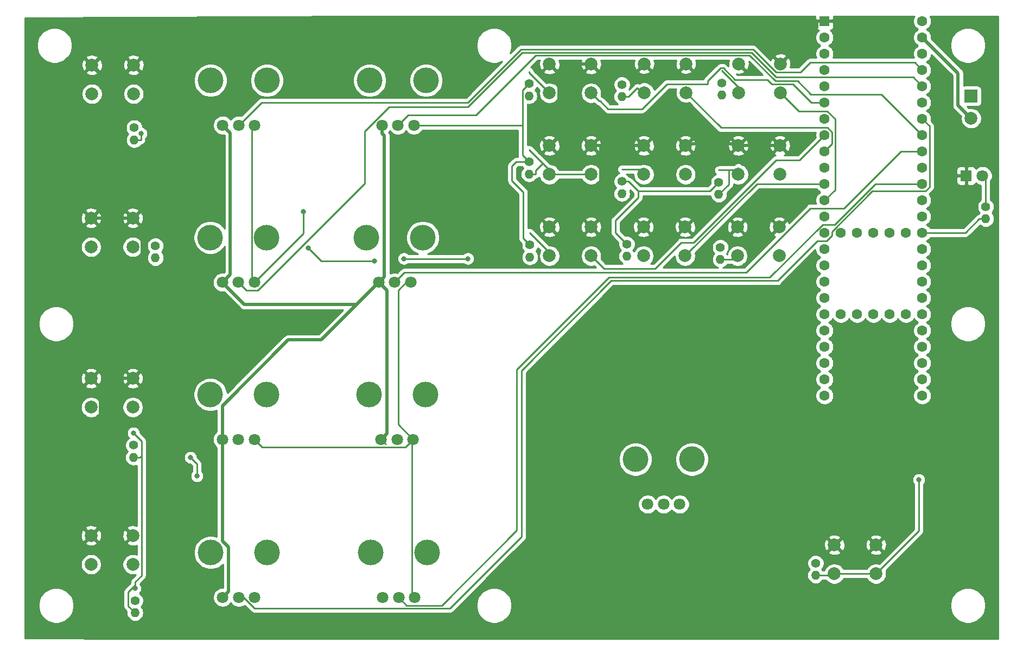
<source format=gbr>
%TF.GenerationSoftware,KiCad,Pcbnew,(5.1.4-0-10_14)*%
%TF.CreationDate,2020-09-10T02:34:38+02:00*%
%TF.ProjectId,the_mvp_v1.2,7468655f-6d76-4705-9f76-312e322e6b69,1.1*%
%TF.SameCoordinates,Original*%
%TF.FileFunction,Copper,L2,Bot*%
%TF.FilePolarity,Positive*%
%FSLAX46Y46*%
G04 Gerber Fmt 4.6, Leading zero omitted, Abs format (unit mm)*
G04 Created by KiCad (PCBNEW (5.1.4-0-10_14)) date 2020-09-10 02:34:38*
%MOMM*%
%LPD*%
G04 APERTURE LIST*
%ADD10C,1.600000*%
%ADD11R,1.600000X1.600000*%
%ADD12C,2.000000*%
%ADD13O,1.400000X1.400000*%
%ADD14C,1.400000*%
%ADD15C,1.800000*%
%ADD16R,1.800000X1.800000*%
%ADD17R,2.000000X2.000000*%
%ADD18C,4.000000*%
%ADD19C,0.800000*%
%ADD20C,0.500000*%
%ADD21C,0.250000*%
%ADD22C,0.254000*%
G04 APERTURE END LIST*
D10*
X214630000Y-109474000D03*
X212090000Y-109474000D03*
X209550000Y-109474000D03*
X207010000Y-109474000D03*
X204470000Y-109474000D03*
X201930000Y-104394000D03*
X201930000Y-106934000D03*
X201930000Y-109474000D03*
X201930000Y-112014000D03*
X201930000Y-101854000D03*
X201930000Y-99314000D03*
X201930000Y-96774000D03*
X201930000Y-114554000D03*
X201930000Y-117094000D03*
X201930000Y-119634000D03*
X201930000Y-122174000D03*
X217170000Y-122174000D03*
X217170000Y-119634000D03*
X217170000Y-117094000D03*
X217170000Y-114554000D03*
X217170000Y-112014000D03*
X217170000Y-109474000D03*
X217170000Y-106934000D03*
X217170000Y-104394000D03*
X217170000Y-101854000D03*
X217170000Y-99314000D03*
X201930000Y-94234000D03*
X201930000Y-91694000D03*
X201930000Y-89154000D03*
X201930000Y-86614000D03*
X201930000Y-84074000D03*
X201930000Y-81534000D03*
X201930000Y-78994000D03*
X201930000Y-76454000D03*
X201930000Y-73914000D03*
X201930000Y-71374000D03*
X201930000Y-68834000D03*
X201930000Y-66294000D03*
D11*
X201930000Y-63754000D03*
D10*
X217170000Y-96774000D03*
X217170000Y-94234000D03*
X217170000Y-91694000D03*
X217170000Y-89154000D03*
X217170000Y-86614000D03*
X217170000Y-84074000D03*
X217170000Y-81534000D03*
X217170000Y-78994000D03*
X217170000Y-76454000D03*
X217170000Y-73914000D03*
X217170000Y-71374000D03*
X217170000Y-68834000D03*
X217170000Y-66294000D03*
X217170000Y-63754000D03*
X209550000Y-96774000D03*
X212090000Y-96774000D03*
X214630000Y-96774000D03*
X207010000Y-96774000D03*
X204470000Y-96774000D03*
D12*
X94130000Y-70612000D03*
X94130000Y-75112000D03*
X87630000Y-70612000D03*
X87630000Y-75112000D03*
X94003000Y-94488000D03*
X94003000Y-98988000D03*
X87503000Y-94488000D03*
X87503000Y-98988000D03*
X94003000Y-119507000D03*
X94003000Y-124007000D03*
X87503000Y-119507000D03*
X87503000Y-124007000D03*
X195032000Y-70421500D03*
X195032000Y-74921500D03*
X188532000Y-70421500D03*
X188532000Y-74921500D03*
X180172000Y-95885000D03*
X180172000Y-100385000D03*
X173672000Y-95885000D03*
X173672000Y-100385000D03*
D13*
X227076000Y-94610000D03*
D14*
X227076000Y-92710000D03*
D13*
X200533000Y-150236000D03*
D14*
X200533000Y-148336000D03*
D13*
X185674000Y-100960000D03*
D14*
X185674000Y-99060000D03*
D13*
X185420000Y-90800000D03*
D14*
X185420000Y-88900000D03*
D13*
X185928000Y-75306000D03*
D14*
X185928000Y-73406000D03*
D13*
X171069000Y-100452000D03*
D14*
X171069000Y-98552000D03*
D13*
X170307000Y-90673000D03*
D14*
X170307000Y-88773000D03*
D13*
X170307000Y-75560000D03*
D14*
X170307000Y-73660000D03*
D13*
X155956000Y-100579000D03*
D14*
X155956000Y-98679000D03*
D13*
X155829000Y-87625000D03*
D14*
X155829000Y-85725000D03*
D13*
X155829000Y-75433000D03*
D14*
X155829000Y-73533000D03*
D13*
X94361000Y-156078000D03*
D14*
X94361000Y-154178000D03*
D13*
X94107000Y-131826000D03*
D14*
X94107000Y-129926000D03*
D13*
X97536000Y-100706000D03*
D14*
X97536000Y-98806000D03*
D13*
X94234000Y-82291000D03*
D14*
X94234000Y-80391000D03*
D15*
X226568000Y-87884000D03*
D16*
X224028000Y-87884000D03*
D12*
X224790000Y-78938000D03*
D17*
X224790000Y-75438000D03*
D12*
X165504000Y-95885000D03*
X165504000Y-100385000D03*
X159004000Y-95885000D03*
X159004000Y-100385000D03*
X209954000Y-145478000D03*
X209954000Y-149978000D03*
X203454000Y-145478000D03*
X203454000Y-149978000D03*
D18*
X114890000Y-122032000D03*
X106090000Y-122032000D03*
D15*
X112990000Y-129032000D03*
X110490000Y-129032000D03*
X107990000Y-129032000D03*
D18*
X139250000Y-97521000D03*
X130450000Y-97521000D03*
D15*
X137350000Y-104521000D03*
X134850000Y-104521000D03*
X132350000Y-104521000D03*
D18*
X114930000Y-146670000D03*
X106130000Y-146670000D03*
D15*
X113030000Y-153670000D03*
X110530000Y-153670000D03*
X108030000Y-153670000D03*
D18*
X181224000Y-132128000D03*
X172424000Y-132128000D03*
D15*
X179324000Y-139128000D03*
X176824000Y-139128000D03*
X174324000Y-139128000D03*
D18*
X139886000Y-146670000D03*
X131086000Y-146670000D03*
D15*
X137986000Y-153670000D03*
X135486000Y-153670000D03*
X132986000Y-153670000D03*
D18*
X139632000Y-122032000D03*
X130832000Y-122032000D03*
D15*
X137732000Y-129032000D03*
X135232000Y-129032000D03*
X132732000Y-129032000D03*
D18*
X139758000Y-73010000D03*
X130958000Y-73010000D03*
D15*
X137858000Y-80010000D03*
X135358000Y-80010000D03*
X132858000Y-80010000D03*
D18*
X114890000Y-97521000D03*
X106090000Y-97521000D03*
D15*
X112990000Y-104521000D03*
X110490000Y-104521000D03*
X107990000Y-104521000D03*
D18*
X114930000Y-73010000D03*
X106130000Y-73010000D03*
D15*
X113030000Y-80010000D03*
X110530000Y-80010000D03*
X108030000Y-80010000D03*
D12*
X94003000Y-144018000D03*
X94003000Y-148518000D03*
X87503000Y-144018000D03*
X87503000Y-148518000D03*
X194841000Y-95885000D03*
X194841000Y-100385000D03*
X188341000Y-95885000D03*
X188341000Y-100385000D03*
X194968000Y-83185000D03*
X194968000Y-87685000D03*
X188468000Y-83185000D03*
X188468000Y-87685000D03*
X180236000Y-83185000D03*
X180236000Y-87685000D03*
X173736000Y-83185000D03*
X173736000Y-87685000D03*
X180300000Y-70421500D03*
X180300000Y-74921500D03*
X173800000Y-70421500D03*
X173800000Y-74921500D03*
X165504000Y-83185000D03*
X165504000Y-87685000D03*
X159004000Y-83185000D03*
X159004000Y-87685000D03*
X165504000Y-70485000D03*
X165504000Y-74985000D03*
X159004000Y-70485000D03*
X159004000Y-74985000D03*
D19*
X216629001Y-135291999D03*
X95312400Y-81314400D03*
X94107000Y-128021000D03*
X94361000Y-152278000D03*
X120650000Y-93472000D03*
X121412000Y-99187000D03*
X131699000Y-101219000D03*
X136289999Y-100819001D03*
X146285001Y-100819001D03*
X102997000Y-131826000D03*
X104008000Y-134742000D03*
D20*
X90689900Y-72084700D02*
X90689900Y-94488000D01*
X87503000Y-70612000D02*
X88975700Y-72084700D01*
X88975700Y-72084700D02*
X90689900Y-72084700D01*
X90689900Y-94488000D02*
X87503000Y-94488000D01*
X166993000Y-83185000D02*
X166993000Y-94395900D01*
X166993000Y-94395900D02*
X165504000Y-95885000D01*
X173736000Y-83185000D02*
X166993000Y-83185000D01*
X88962500Y-120966000D02*
X88962500Y-142558000D01*
X94003000Y-119507000D02*
X90422000Y-119507000D01*
X90422000Y-119507000D02*
X88962500Y-120966000D01*
X201930000Y-63754000D02*
X200680000Y-63754000D01*
X200680000Y-63754000D02*
X200680000Y-64773800D01*
X200680000Y-64773800D02*
X195032000Y-70421500D01*
X180492000Y-82928600D02*
X188212000Y-82928600D01*
X88962500Y-142558000D02*
X92543500Y-142558000D01*
X92543500Y-142558000D02*
X94003000Y-144018000D01*
X88962500Y-142558000D02*
X87503000Y-144018000D01*
X87503000Y-119507000D02*
X88962500Y-120966000D01*
X160477000Y-81712300D02*
X164031000Y-81712300D01*
X164031000Y-81712300D02*
X165504000Y-83185000D01*
X160477000Y-81712300D02*
X159004000Y-83185000D01*
X165504000Y-70485000D02*
X161949000Y-70485000D01*
X161949000Y-70485000D02*
X160477000Y-71957700D01*
X159004000Y-70485000D02*
X160477000Y-71957700D01*
X160477000Y-71957700D02*
X160477000Y-81712300D01*
X166993000Y-83185000D02*
X165504000Y-83185000D01*
X188468000Y-83185000D02*
X194968000Y-83185000D01*
X94003000Y-119507000D02*
X95454300Y-118056000D01*
X95454300Y-118056000D02*
X95454300Y-95939300D01*
X95454300Y-95939300D02*
X94003000Y-94488000D01*
X94003000Y-94488000D02*
X90689900Y-94488000D01*
X90689900Y-72084700D02*
X92530300Y-72084700D01*
X92530300Y-72084700D02*
X94003000Y-70612000D01*
D21*
X159004000Y-74985000D02*
X155829000Y-71810000D01*
X155829000Y-71810000D02*
X155829000Y-71633000D01*
X199837000Y-76454000D02*
X201930000Y-76454000D01*
X196947000Y-73564000D02*
X199837000Y-76454000D01*
X195230000Y-73564000D02*
X196947000Y-73564000D01*
X195229610Y-73563610D02*
X195230000Y-73564000D01*
X193705610Y-73563610D02*
X195229610Y-73563610D01*
X193040000Y-72898000D02*
X193705610Y-73563610D01*
X187960000Y-72898000D02*
X193040000Y-72898000D01*
X186117991Y-71055991D02*
X187960000Y-72898000D01*
X183710900Y-73086690D02*
X185741599Y-71055991D01*
X183710900Y-73591100D02*
X183710900Y-73086690D01*
X185741599Y-71055991D02*
X186117991Y-71055991D01*
X177331000Y-73591100D02*
X183710900Y-73591100D01*
X165504000Y-74985000D02*
X166766000Y-76246900D01*
X166766000Y-76246900D02*
X166924900Y-76246900D01*
X166924900Y-76246900D02*
X168148000Y-77470000D01*
X168148000Y-77470000D02*
X173451906Y-77470000D01*
X173451906Y-77470000D02*
X174736953Y-76184953D01*
X174736953Y-76184953D02*
X177331000Y-73591100D01*
X155829000Y-87625000D02*
X156854300Y-87625000D01*
X156854300Y-87625000D02*
X156854300Y-87049600D01*
X156854300Y-87049600D02*
X157954000Y-85949900D01*
X157954000Y-85949900D02*
X155829000Y-83825000D01*
X159004000Y-87685000D02*
X159004000Y-87000000D01*
X159004000Y-87000000D02*
X157954000Y-85949900D01*
X165504000Y-87685000D02*
X159004000Y-87685000D01*
X159004000Y-100385000D02*
X159004000Y-99827000D01*
X159004000Y-99827000D02*
X155956000Y-96779000D01*
X194346000Y-85435000D02*
X198029000Y-85435000D01*
X181483000Y-98298000D02*
X194346000Y-85435000D01*
X179578000Y-98298000D02*
X181483000Y-98298000D01*
X167481000Y-102362000D02*
X175514000Y-102362000D01*
X175514000Y-102362000D02*
X179578000Y-98298000D01*
X198029000Y-85435000D02*
X201930000Y-81534000D01*
X165504000Y-100385000D02*
X167481000Y-102362000D01*
X172719600Y-74173000D02*
X173468000Y-74921500D01*
X173468000Y-74921500D02*
X173800000Y-74921500D01*
X170307000Y-75560000D02*
X171332600Y-75560000D01*
X171332600Y-75560000D02*
X172719600Y-74173000D01*
X201930000Y-84074000D02*
X203078000Y-82925600D01*
X203078000Y-82925600D02*
X203078000Y-81088500D01*
X203078000Y-81088500D02*
X202394000Y-80404100D01*
X202394000Y-80404100D02*
X185783000Y-80404100D01*
X185783000Y-80404100D02*
X180300000Y-74921500D01*
X173800000Y-74921500D02*
X173800000Y-74110000D01*
X170307000Y-86873000D02*
X172924000Y-86873000D01*
X172924000Y-86873000D02*
X173736000Y-87685000D01*
X173736000Y-87685000D02*
X173736000Y-87381000D01*
X170815000Y-90270900D02*
X170815000Y-90297000D01*
X173672000Y-100385000D02*
X173151700Y-100385000D01*
X201930000Y-89154000D02*
X191403000Y-89154000D01*
X191403000Y-89154000D02*
X180172000Y-100385000D01*
X201930000Y-91694000D02*
X203556000Y-90068300D01*
X203556000Y-90068300D02*
X203556000Y-79016700D01*
X203556000Y-79016700D02*
X202360000Y-77821400D01*
X202360000Y-77821400D02*
X197932000Y-77821400D01*
X197932000Y-77821400D02*
X195032000Y-74921500D01*
X188532000Y-74921500D02*
X188532000Y-74110000D01*
X188532000Y-74110000D02*
X185928000Y-71506000D01*
X187001600Y-87000000D02*
X187001600Y-89218400D01*
X187001600Y-89218400D02*
X185420000Y-90800000D01*
X187001600Y-87000000D02*
X187783000Y-87000000D01*
X187783000Y-87000000D02*
X188468000Y-87685000D01*
X185420000Y-87000000D02*
X187001600Y-87000000D01*
X188468000Y-87685000D02*
X188468000Y-86619000D01*
X188341000Y-100385000D02*
X188341000Y-99827000D01*
X187766000Y-100960000D02*
X188341000Y-100385000D01*
X185674000Y-100960000D02*
X187766000Y-100960000D01*
X203454000Y-149357000D02*
X203454000Y-149978000D01*
X216629001Y-135291999D02*
X216629001Y-135291999D01*
X203196000Y-150236000D02*
X203454000Y-149978000D01*
X200533000Y-150236000D02*
X203196000Y-150236000D01*
X203454000Y-149978000D02*
X209954000Y-149978000D01*
X216629001Y-143302999D02*
X216629001Y-135291999D01*
X209954000Y-149978000D02*
X216629001Y-143302999D01*
X134850000Y-104521000D02*
X136377000Y-102994000D01*
X136377000Y-102994000D02*
X189688000Y-102994000D01*
X189688000Y-102994000D02*
X199718000Y-92964000D01*
X199718000Y-92964000D02*
X204908000Y-92964000D01*
X204908000Y-92964000D02*
X213798000Y-84074000D01*
X213798000Y-84074000D02*
X217170000Y-84074000D01*
X135358000Y-80010000D02*
X136934000Y-78434500D01*
X136934000Y-78434500D02*
X147520000Y-78434500D01*
X147520000Y-78434500D02*
X156867000Y-69088200D01*
X156867000Y-69088200D02*
X190244000Y-69088200D01*
X190244000Y-69088200D02*
X194270000Y-73113600D01*
X194270000Y-73113600D02*
X197748000Y-73113600D01*
X197748000Y-73113600D02*
X199818000Y-75184000D01*
X199818000Y-75184000D02*
X210820000Y-75184000D01*
X210820000Y-75184000D02*
X217170000Y-81534000D01*
X217170000Y-78994000D02*
X218307000Y-80130700D01*
X218307000Y-80130700D02*
X218307000Y-89657300D01*
X218307000Y-89657300D02*
X217685000Y-90279400D01*
X217685000Y-90279400D02*
X209356000Y-90279400D01*
X209356000Y-90279400D02*
X203055000Y-96579700D01*
X203055000Y-96579700D02*
X203055000Y-97253400D01*
X203055000Y-97253400D02*
X202265000Y-98044000D01*
X202265000Y-98044000D02*
X200805000Y-98044000D01*
X200805000Y-98044000D02*
X194573000Y-104276000D01*
X194573000Y-104276000D02*
X171713000Y-104276000D01*
X171713000Y-104276000D02*
X171704000Y-104267000D01*
X171704000Y-104267000D02*
X168656000Y-104267000D01*
X168656000Y-104267000D02*
X154631000Y-118292000D01*
X154631000Y-118292000D02*
X154631000Y-144217000D01*
X154631000Y-144217000D02*
X143477000Y-155372000D01*
X143477000Y-155372000D02*
X112966000Y-155372000D01*
X112966000Y-155372000D02*
X111264000Y-153670000D01*
X111264000Y-153670000D02*
X110530000Y-153670000D01*
X146244700Y-77130500D02*
X154737400Y-68637800D01*
X154737400Y-68637800D02*
X154833000Y-68637800D01*
X146244700Y-77130500D02*
X146341000Y-77130500D01*
X110490000Y-104521000D02*
X111733000Y-105764000D01*
X111733000Y-105764000D02*
X113488000Y-105764000D01*
X113488000Y-105764000D02*
X130158000Y-89094400D01*
X130158000Y-89094400D02*
X130158000Y-80930200D01*
X130158000Y-80930200D02*
X133957000Y-77130500D01*
X133957000Y-77130500D02*
X146244700Y-77130500D01*
X154833000Y-68637800D02*
X190524000Y-68637800D01*
X190524000Y-68637800D02*
X194385000Y-72499400D01*
X194385000Y-72499400D02*
X215755000Y-72499400D01*
X215755000Y-72499400D02*
X217170000Y-73914000D01*
X114108000Y-76431700D02*
X110530000Y-80010000D01*
X146281700Y-76431700D02*
X114108000Y-76431700D01*
X190787000Y-68187400D02*
X154551390Y-68187400D01*
X146294395Y-76444395D02*
X146281700Y-76431700D01*
X194346000Y-71746900D02*
X190787000Y-68187400D01*
X198175000Y-71746900D02*
X194346000Y-71746900D01*
X154551390Y-68187400D02*
X146294395Y-76444395D01*
X199698000Y-70224600D02*
X198175000Y-71746900D01*
X216021000Y-70224600D02*
X199698000Y-70224600D01*
X217170000Y-71374000D02*
X216021000Y-70224600D01*
D20*
X217170000Y-66294000D02*
X222740400Y-71864400D01*
X222740400Y-71864400D02*
X222740400Y-76888400D01*
X222740400Y-76888400D02*
X224790000Y-78938000D01*
X108435000Y-104966000D02*
X107990000Y-104521000D01*
X128921000Y-107950000D02*
X111419000Y-107950000D01*
X111419000Y-107950000D02*
X108435000Y-104966000D01*
X128921000Y-107950000D02*
X132350000Y-104521000D01*
X107990000Y-129032000D02*
X107990000Y-123758000D01*
X107990000Y-123758000D02*
X118256000Y-113492000D01*
X118256000Y-113492000D02*
X123379000Y-113492000D01*
X123379000Y-113492000D02*
X128921000Y-107950000D01*
X108486000Y-153214000D02*
X108030000Y-153670000D01*
X107990000Y-129032000D02*
X107990000Y-144904000D01*
X107990000Y-144904000D02*
X108930000Y-145844000D01*
X108930000Y-145844000D02*
X108930000Y-152770000D01*
X108930000Y-152770000D02*
X108486000Y-153214000D01*
X108030000Y-80010000D02*
X109220000Y-81200000D01*
X109220000Y-81200000D02*
X109220000Y-103291000D01*
X109220000Y-103291000D02*
X107990000Y-104521000D01*
X132732000Y-129032000D02*
X133632000Y-128132000D01*
X133632000Y-128132000D02*
X133632000Y-105803000D01*
X133632000Y-105803000D02*
X132350000Y-104521000D01*
X132350000Y-104521000D02*
X128921000Y-107950000D01*
X132858000Y-80010000D02*
X132858000Y-81282800D01*
X132858000Y-81282800D02*
X133250000Y-81674800D01*
X133250000Y-81674800D02*
X133250000Y-103621000D01*
X133250000Y-103621000D02*
X132350000Y-104521000D01*
D21*
X133464000Y-153192000D02*
X132986000Y-153670000D01*
X132732000Y-129032000D02*
X133003000Y-129303000D01*
X133003000Y-129303000D02*
X133464000Y-129764000D01*
X108486000Y-153214000D02*
X108030000Y-153670000D01*
X107990000Y-129032000D02*
X108486000Y-129528000D01*
X133003000Y-129303000D02*
X133159000Y-129148000D01*
X108435000Y-104966000D02*
X107990000Y-104521000D01*
X108435000Y-128587000D02*
X107990000Y-129032000D01*
X94234000Y-82291000D02*
X95259300Y-82291000D01*
X95259300Y-82291000D02*
X95259300Y-81367500D01*
X95259300Y-81367500D02*
X95312400Y-81314400D01*
X94361000Y-151765500D02*
X93292900Y-152833600D01*
X93292900Y-152833600D02*
X93292900Y-155009900D01*
X93292900Y-155009900D02*
X94361000Y-156078000D01*
X94361000Y-151765500D02*
X94361000Y-152278000D01*
X94107000Y-128021000D02*
X95350000Y-129264000D01*
X95350000Y-129264000D02*
X95350000Y-150264000D01*
X95350000Y-150264000D02*
X94361000Y-151253000D01*
X94361000Y-151253000D02*
X94361000Y-151765500D01*
X184023000Y-90297000D02*
X185420000Y-88900000D01*
X112990000Y-129032000D02*
X114215000Y-130257000D01*
X114215000Y-130257000D02*
X136507000Y-130257000D01*
X136507000Y-130257000D02*
X137732000Y-129032000D01*
X171069000Y-98552000D02*
X169291000Y-96774000D01*
X137350000Y-104521000D02*
X136985000Y-104156000D01*
X113030000Y-80010000D02*
X112545000Y-80495200D01*
X112545000Y-80495200D02*
X112545000Y-104076000D01*
X112545000Y-104076000D02*
X112990000Y-104521000D01*
X137732000Y-129032000D02*
X135395000Y-126695000D01*
X135395000Y-126695000D02*
X135395000Y-105746000D01*
X135395000Y-105746000D02*
X136985000Y-104156000D01*
X136985000Y-104156000D02*
X136872000Y-104043000D01*
X137858000Y-80010000D02*
X154800000Y-80010000D01*
X155829000Y-85725000D02*
X154800000Y-84695800D01*
X154800000Y-84695800D02*
X154800000Y-80010000D01*
X154800000Y-80010000D02*
X154800000Y-74562200D01*
X154800000Y-74562200D02*
X155829000Y-73533000D01*
X155956000Y-98679000D02*
X154927000Y-97650400D01*
X137986000Y-153670000D02*
X137553000Y-153237000D01*
X137553000Y-153237000D02*
X137553000Y-129211000D01*
X137553000Y-129211000D02*
X137732000Y-129032000D01*
X155829000Y-85725000D02*
X153797000Y-85725000D01*
X153797000Y-85725000D02*
X153162000Y-86360000D01*
X153162000Y-88672000D02*
X154927000Y-90437000D01*
X153162000Y-86360000D02*
X153162000Y-88672000D01*
X154927000Y-97650400D02*
X154927000Y-90437000D01*
X169291000Y-96774000D02*
X169291000Y-94869000D01*
X172847000Y-91313000D02*
X172847000Y-90297000D01*
X169291000Y-94869000D02*
X172847000Y-91313000D01*
X172847000Y-90297000D02*
X184023000Y-90297000D01*
X171323000Y-88773000D02*
X170307000Y-88773000D01*
X172847000Y-90297000D02*
X171323000Y-88773000D01*
X95096949Y-131826000D02*
X95250000Y-131672949D01*
X95096949Y-131826000D02*
X94107000Y-131826000D01*
X112990000Y-104521000D02*
X120650000Y-96861000D01*
X120650000Y-96861000D02*
X120650000Y-93472000D01*
X120650000Y-93472000D02*
X120650000Y-93472000D01*
X121412000Y-99187000D02*
X123444000Y-101219000D01*
X123444000Y-101219000D02*
X131699000Y-101219000D01*
X131699000Y-101219000D02*
X131699000Y-101219000D01*
X136289999Y-100819001D02*
X146285001Y-100819001D01*
X146285001Y-100819001D02*
X146285001Y-100819001D01*
X104008000Y-132837000D02*
X102997000Y-131826000D01*
X104008000Y-134742000D02*
X104008000Y-132837000D01*
X226568000Y-87884000D02*
X227076000Y-88392000D01*
X227076000Y-88392000D02*
X227076000Y-92710000D01*
X226568000Y-87121800D02*
X226568000Y-87884000D01*
X227076000Y-94610000D02*
X226050700Y-94610000D01*
X217170000Y-96774000D02*
X223886700Y-96774000D01*
X223886700Y-96774000D02*
X226050700Y-94610000D01*
X135486000Y-153670000D02*
X136733000Y-154917000D01*
X136733000Y-154917000D02*
X142193000Y-154917000D01*
X142193000Y-154917000D02*
X153889000Y-143221000D01*
X153889000Y-143221000D02*
X153889000Y-118145000D01*
X153889000Y-118145000D02*
X168275000Y-103759000D01*
X168275000Y-103759000D02*
X193351000Y-103759000D01*
X193351000Y-103759000D02*
X201606000Y-95504000D01*
X201606000Y-95504000D02*
X203494000Y-95504000D01*
X203494000Y-95504000D02*
X209844000Y-89154000D01*
X209844000Y-89154000D02*
X217170000Y-89154000D01*
D22*
G36*
X108045001Y-152135000D02*
G01*
X107878816Y-152135000D01*
X107582257Y-152193989D01*
X107302905Y-152309701D01*
X107051495Y-152477688D01*
X106837688Y-152691495D01*
X106669701Y-152942905D01*
X106553989Y-153222257D01*
X106495000Y-153518816D01*
X106495000Y-153821184D01*
X106553989Y-154117743D01*
X106669701Y-154397095D01*
X106837688Y-154648505D01*
X107051495Y-154862312D01*
X107302905Y-155030299D01*
X107582257Y-155146011D01*
X107878816Y-155205000D01*
X108181184Y-155205000D01*
X108477743Y-155146011D01*
X108757095Y-155030299D01*
X108839000Y-154975572D01*
X108839000Y-156845000D01*
X105029000Y-156845000D01*
X105029000Y-149066055D01*
X105361399Y-149203739D01*
X105870475Y-149305000D01*
X106389525Y-149305000D01*
X106898601Y-149203739D01*
X107378141Y-149005107D01*
X107809715Y-148716738D01*
X108045000Y-148481453D01*
X108045001Y-152135000D01*
X108045001Y-152135000D01*
G37*
X108045001Y-152135000D02*
X107878816Y-152135000D01*
X107582257Y-152193989D01*
X107302905Y-152309701D01*
X107051495Y-152477688D01*
X106837688Y-152691495D01*
X106669701Y-152942905D01*
X106553989Y-153222257D01*
X106495000Y-153518816D01*
X106495000Y-153821184D01*
X106553989Y-154117743D01*
X106669701Y-154397095D01*
X106837688Y-154648505D01*
X107051495Y-154862312D01*
X107302905Y-155030299D01*
X107582257Y-155146011D01*
X107878816Y-155205000D01*
X108181184Y-155205000D01*
X108477743Y-155146011D01*
X108757095Y-155030299D01*
X108839000Y-154975572D01*
X108839000Y-156845000D01*
X105029000Y-156845000D01*
X105029000Y-149066055D01*
X105361399Y-149203739D01*
X105870475Y-149305000D01*
X106389525Y-149305000D01*
X106898601Y-149203739D01*
X107378141Y-149005107D01*
X107809715Y-148716738D01*
X108045000Y-148481453D01*
X108045001Y-152135000D01*
G36*
X105321399Y-124565739D02*
G01*
X105830475Y-124667000D01*
X106349525Y-124667000D01*
X106858601Y-124565739D01*
X107105001Y-124463677D01*
X107105000Y-127777210D01*
X107011495Y-127839688D01*
X106797688Y-128053495D01*
X106629701Y-128304905D01*
X106513989Y-128584257D01*
X106455000Y-128880816D01*
X106455000Y-129183184D01*
X106513989Y-129479743D01*
X106629701Y-129759095D01*
X106797688Y-130010505D01*
X107011495Y-130224312D01*
X107105000Y-130286790D01*
X107105001Y-144221755D01*
X106898601Y-144136261D01*
X106389525Y-144035000D01*
X105870475Y-144035000D01*
X105361399Y-144136261D01*
X105029000Y-144273945D01*
X105029000Y-134914322D01*
X105043000Y-134843939D01*
X105043000Y-134640061D01*
X105029000Y-134569678D01*
X105029000Y-124444623D01*
X105321399Y-124565739D01*
X105321399Y-124565739D01*
G37*
X105321399Y-124565739D02*
X105830475Y-124667000D01*
X106349525Y-124667000D01*
X106858601Y-124565739D01*
X107105001Y-124463677D01*
X107105000Y-127777210D01*
X107011495Y-127839688D01*
X106797688Y-128053495D01*
X106629701Y-128304905D01*
X106513989Y-128584257D01*
X106455000Y-128880816D01*
X106455000Y-129183184D01*
X106513989Y-129479743D01*
X106629701Y-129759095D01*
X106797688Y-130010505D01*
X107011495Y-130224312D01*
X107105000Y-130286790D01*
X107105001Y-144221755D01*
X106898601Y-144136261D01*
X106389525Y-144035000D01*
X105870475Y-144035000D01*
X105361399Y-144136261D01*
X105029000Y-144273945D01*
X105029000Y-134914322D01*
X105043000Y-134843939D01*
X105043000Y-134640061D01*
X105029000Y-134569678D01*
X105029000Y-124444623D01*
X105321399Y-124565739D01*
G36*
X108335001Y-102924420D02*
G01*
X108251482Y-103007940D01*
X108141184Y-102986000D01*
X107838816Y-102986000D01*
X107542257Y-103044989D01*
X107262905Y-103160701D01*
X107011495Y-103328688D01*
X106797688Y-103542495D01*
X106629701Y-103793905D01*
X106513989Y-104073257D01*
X106455000Y-104369816D01*
X106455000Y-104672184D01*
X106513989Y-104968743D01*
X106629701Y-105248095D01*
X106797688Y-105499505D01*
X107011495Y-105713312D01*
X107262905Y-105881299D01*
X107542257Y-105997011D01*
X107838816Y-106056000D01*
X108141184Y-106056000D01*
X108251482Y-106034060D01*
X108839000Y-106621578D01*
X108839000Y-121657422D01*
X108724825Y-121771597D01*
X108623739Y-121263399D01*
X108425107Y-120783859D01*
X108136738Y-120352285D01*
X107769715Y-119985262D01*
X107338141Y-119696893D01*
X106858601Y-119498261D01*
X106349525Y-119397000D01*
X105830475Y-119397000D01*
X105321399Y-119498261D01*
X105029000Y-119619377D01*
X105029000Y-99933623D01*
X105321399Y-100054739D01*
X105830475Y-100156000D01*
X106349525Y-100156000D01*
X106858601Y-100054739D01*
X107338141Y-99856107D01*
X107769715Y-99567738D01*
X108136738Y-99200715D01*
X108335001Y-98903994D01*
X108335001Y-102924420D01*
X108335001Y-102924420D01*
G37*
X108335001Y-102924420D02*
X108251482Y-103007940D01*
X108141184Y-102986000D01*
X107838816Y-102986000D01*
X107542257Y-103044989D01*
X107262905Y-103160701D01*
X107011495Y-103328688D01*
X106797688Y-103542495D01*
X106629701Y-103793905D01*
X106513989Y-104073257D01*
X106455000Y-104369816D01*
X106455000Y-104672184D01*
X106513989Y-104968743D01*
X106629701Y-105248095D01*
X106797688Y-105499505D01*
X107011495Y-105713312D01*
X107262905Y-105881299D01*
X107542257Y-105997011D01*
X107838816Y-106056000D01*
X108141184Y-106056000D01*
X108251482Y-106034060D01*
X108839000Y-106621578D01*
X108839000Y-121657422D01*
X108724825Y-121771597D01*
X108623739Y-121263399D01*
X108425107Y-120783859D01*
X108136738Y-120352285D01*
X107769715Y-119985262D01*
X107338141Y-119696893D01*
X106858601Y-119498261D01*
X106349525Y-119397000D01*
X105830475Y-119397000D01*
X105321399Y-119498261D01*
X105029000Y-119619377D01*
X105029000Y-99933623D01*
X105321399Y-100054739D01*
X105830475Y-100156000D01*
X106349525Y-100156000D01*
X106858601Y-100054739D01*
X107338141Y-99856107D01*
X107769715Y-99567738D01*
X108136738Y-99200715D01*
X108335001Y-98903994D01*
X108335001Y-102924420D01*
G36*
X106837688Y-79031495D02*
G01*
X106669701Y-79282905D01*
X106553989Y-79562257D01*
X106495000Y-79858816D01*
X106495000Y-80161184D01*
X106553989Y-80457743D01*
X106669701Y-80737095D01*
X106837688Y-80988505D01*
X107051495Y-81202312D01*
X107302905Y-81370299D01*
X107582257Y-81486011D01*
X107878816Y-81545000D01*
X108181184Y-81545000D01*
X108291482Y-81523061D01*
X108335000Y-81566579D01*
X108335001Y-96138006D01*
X108136738Y-95841285D01*
X107769715Y-95474262D01*
X107338141Y-95185893D01*
X106858601Y-94987261D01*
X106349525Y-94886000D01*
X105830475Y-94886000D01*
X105321399Y-94987261D01*
X105029000Y-95108377D01*
X105029000Y-79442968D01*
X105702452Y-78994000D01*
X106875183Y-78994000D01*
X106837688Y-79031495D01*
X106837688Y-79031495D01*
G37*
X106837688Y-79031495D02*
X106669701Y-79282905D01*
X106553989Y-79562257D01*
X106495000Y-79858816D01*
X106495000Y-80161184D01*
X106553989Y-80457743D01*
X106669701Y-80737095D01*
X106837688Y-80988505D01*
X107051495Y-81202312D01*
X107302905Y-81370299D01*
X107582257Y-81486011D01*
X107878816Y-81545000D01*
X108181184Y-81545000D01*
X108291482Y-81523061D01*
X108335000Y-81566579D01*
X108335001Y-96138006D01*
X108136738Y-95841285D01*
X107769715Y-95474262D01*
X107338141Y-95185893D01*
X106858601Y-94987261D01*
X106349525Y-94886000D01*
X105830475Y-94886000D01*
X105321399Y-94987261D01*
X105029000Y-95108377D01*
X105029000Y-79442968D01*
X105702452Y-78994000D01*
X106875183Y-78994000D01*
X106837688Y-79031495D01*
G36*
X200495000Y-63468250D02*
G01*
X200653750Y-63627000D01*
X201803000Y-63627000D01*
X201803000Y-63607000D01*
X202057000Y-63607000D01*
X202057000Y-63627000D01*
X203206250Y-63627000D01*
X203365000Y-63468250D01*
X203367926Y-62978500D01*
X215962313Y-62978500D01*
X215898320Y-63074273D01*
X215790147Y-63335426D01*
X215735000Y-63612665D01*
X215735000Y-63895335D01*
X215790147Y-64172574D01*
X215898320Y-64433727D01*
X216055363Y-64668759D01*
X216255241Y-64868637D01*
X216487759Y-65024000D01*
X216255241Y-65179363D01*
X216055363Y-65379241D01*
X215898320Y-65614273D01*
X215790147Y-65875426D01*
X215735000Y-66152665D01*
X215735000Y-66435335D01*
X215790147Y-66712574D01*
X215898320Y-66973727D01*
X216055363Y-67208759D01*
X216255241Y-67408637D01*
X216487759Y-67564000D01*
X216255241Y-67719363D01*
X216055363Y-67919241D01*
X215898320Y-68154273D01*
X215790147Y-68415426D01*
X215735000Y-68692665D01*
X215735000Y-68975335D01*
X215790147Y-69252574D01*
X215877971Y-69464600D01*
X203222029Y-69464600D01*
X203309853Y-69252574D01*
X203365000Y-68975335D01*
X203365000Y-68692665D01*
X203309853Y-68415426D01*
X203201680Y-68154273D01*
X203044637Y-67919241D01*
X202844759Y-67719363D01*
X202612241Y-67564000D01*
X202844759Y-67408637D01*
X203044637Y-67208759D01*
X203201680Y-66973727D01*
X203309853Y-66712574D01*
X203365000Y-66435335D01*
X203365000Y-66152665D01*
X203309853Y-65875426D01*
X203201680Y-65614273D01*
X203044637Y-65379241D01*
X202846039Y-65180643D01*
X202854482Y-65179812D01*
X202974180Y-65143502D01*
X203084494Y-65084537D01*
X203181185Y-65005185D01*
X203260537Y-64908494D01*
X203319502Y-64798180D01*
X203355812Y-64678482D01*
X203368072Y-64554000D01*
X203365000Y-64039750D01*
X203206250Y-63881000D01*
X202057000Y-63881000D01*
X202057000Y-63901000D01*
X201803000Y-63901000D01*
X201803000Y-63881000D01*
X200653750Y-63881000D01*
X200495000Y-64039750D01*
X200491928Y-64554000D01*
X200504188Y-64678482D01*
X200540498Y-64798180D01*
X200599463Y-64908494D01*
X200678815Y-65005185D01*
X200775506Y-65084537D01*
X200885820Y-65143502D01*
X201005518Y-65179812D01*
X201013961Y-65180643D01*
X200815363Y-65379241D01*
X200658320Y-65614273D01*
X200550147Y-65875426D01*
X200495000Y-66152665D01*
X200495000Y-66435335D01*
X200550147Y-66712574D01*
X200658320Y-66973727D01*
X200815363Y-67208759D01*
X201015241Y-67408637D01*
X201247759Y-67564000D01*
X201015241Y-67719363D01*
X200815363Y-67919241D01*
X200658320Y-68154273D01*
X200550147Y-68415426D01*
X200495000Y-68692665D01*
X200495000Y-68975335D01*
X200550147Y-69252574D01*
X200637971Y-69464600D01*
X199735410Y-69464600D01*
X199698175Y-69460924D01*
X199660765Y-69464600D01*
X199660667Y-69464600D01*
X199619125Y-69468692D01*
X199549185Y-69475564D01*
X199549106Y-69475588D01*
X199549014Y-69475597D01*
X199475575Y-69497874D01*
X199405915Y-69518987D01*
X199405838Y-69519028D01*
X199405753Y-69519054D01*
X199339728Y-69554346D01*
X199273869Y-69589529D01*
X199273801Y-69589585D01*
X199273724Y-69589626D01*
X199216220Y-69636818D01*
X199187126Y-69660684D01*
X199187064Y-69660746D01*
X199157999Y-69684599D01*
X199134257Y-69713529D01*
X197860300Y-70986900D01*
X196574023Y-70986900D01*
X196654384Y-70680392D01*
X196673718Y-70358905D01*
X196629961Y-70039825D01*
X196524795Y-69735412D01*
X196431814Y-69561456D01*
X196167413Y-69465692D01*
X195211605Y-70421500D01*
X195225748Y-70435643D01*
X195046143Y-70615248D01*
X195032000Y-70601105D01*
X195017858Y-70615248D01*
X194838253Y-70435643D01*
X194852395Y-70421500D01*
X193896587Y-69465692D01*
X193632186Y-69561456D01*
X193502381Y-69828285D01*
X192960259Y-69286087D01*
X194076192Y-69286087D01*
X195032000Y-70241895D01*
X195987808Y-69286087D01*
X195892044Y-69021686D01*
X195602429Y-68880796D01*
X195290892Y-68799116D01*
X194969405Y-68779782D01*
X194650325Y-68823539D01*
X194345912Y-68928705D01*
X194171956Y-69021686D01*
X194076192Y-69286087D01*
X192960259Y-69286087D01*
X191350819Y-67676422D01*
X191327001Y-67647399D01*
X191263607Y-67595373D01*
X191211320Y-67552456D01*
X191211299Y-67552445D01*
X191211276Y-67552426D01*
X191138014Y-67513266D01*
X191079296Y-67481875D01*
X191079274Y-67481868D01*
X191079247Y-67481854D01*
X190998722Y-67457427D01*
X190936038Y-67438408D01*
X190936015Y-67438406D01*
X190935986Y-67438397D01*
X190849088Y-67429838D01*
X190787053Y-67423724D01*
X190749702Y-67427400D01*
X154588712Y-67427400D01*
X154551389Y-67423724D01*
X154514066Y-67427400D01*
X154514057Y-67427400D01*
X154402404Y-67438397D01*
X154259143Y-67481854D01*
X154127114Y-67552426D01*
X154011389Y-67647399D01*
X153987591Y-67676397D01*
X152875095Y-68788893D01*
X153045974Y-68376354D01*
X153153000Y-67838299D01*
X153153000Y-67289701D01*
X153045974Y-66751646D01*
X152836035Y-66244808D01*
X152531250Y-65788666D01*
X152143334Y-65400750D01*
X151687192Y-65095965D01*
X151180354Y-64886026D01*
X150642299Y-64779000D01*
X150093701Y-64779000D01*
X149555646Y-64886026D01*
X149048808Y-65095965D01*
X148592666Y-65400750D01*
X148204750Y-65788666D01*
X147899965Y-66244808D01*
X147690026Y-66751646D01*
X147583000Y-67289701D01*
X147583000Y-67838299D01*
X147690026Y-68376354D01*
X147899965Y-68883192D01*
X148204750Y-69339334D01*
X148592666Y-69727250D01*
X149048808Y-70032035D01*
X149555646Y-70241974D01*
X150093701Y-70349000D01*
X150642299Y-70349000D01*
X151180354Y-70241974D01*
X151592894Y-70071095D01*
X145992289Y-75671700D01*
X114145305Y-75671700D01*
X114107967Y-75668024D01*
X114053399Y-75673401D01*
X113959014Y-75682697D01*
X113958995Y-75682703D01*
X113958982Y-75682704D01*
X113900285Y-75700512D01*
X113815753Y-75726154D01*
X113815736Y-75726163D01*
X113815723Y-75726167D01*
X113755032Y-75758610D01*
X113683724Y-75796726D01*
X113683712Y-75796736D01*
X113683697Y-75796744D01*
X113628150Y-75842334D01*
X113567999Y-75891699D01*
X113544190Y-75920711D01*
X110938864Y-78526255D01*
X110681184Y-78475000D01*
X110378816Y-78475000D01*
X110082257Y-78533989D01*
X109802905Y-78649701D01*
X109551495Y-78817688D01*
X109337688Y-79031495D01*
X109280000Y-79117831D01*
X109222312Y-79031495D01*
X109008505Y-78817688D01*
X108757095Y-78649701D01*
X108477743Y-78533989D01*
X108181184Y-78475000D01*
X107878816Y-78475000D01*
X107582257Y-78533989D01*
X107302905Y-78649701D01*
X107051495Y-78817688D01*
X106837688Y-79031495D01*
X106669701Y-79282905D01*
X106553989Y-79562257D01*
X106495000Y-79858816D01*
X106495000Y-80161184D01*
X106553989Y-80457743D01*
X106669701Y-80737095D01*
X106837688Y-80988505D01*
X107051495Y-81202312D01*
X107302905Y-81370299D01*
X107582257Y-81486011D01*
X107878816Y-81545000D01*
X108181184Y-81545000D01*
X108291482Y-81523061D01*
X108335000Y-81566579D01*
X108335001Y-96138006D01*
X108136738Y-95841285D01*
X107769715Y-95474262D01*
X107338141Y-95185893D01*
X106858601Y-94987261D01*
X106349525Y-94886000D01*
X105830475Y-94886000D01*
X105321399Y-94987261D01*
X104841859Y-95185893D01*
X104410285Y-95474262D01*
X104043262Y-95841285D01*
X103754893Y-96272859D01*
X103556261Y-96752399D01*
X103455000Y-97261475D01*
X103455000Y-97780525D01*
X103556261Y-98289601D01*
X103754893Y-98769141D01*
X104043262Y-99200715D01*
X104410285Y-99567738D01*
X104841859Y-99856107D01*
X105321399Y-100054739D01*
X105830475Y-100156000D01*
X106349525Y-100156000D01*
X106858601Y-100054739D01*
X107338141Y-99856107D01*
X107769715Y-99567738D01*
X108136738Y-99200715D01*
X108335001Y-98903994D01*
X108335001Y-102924420D01*
X108251482Y-103007940D01*
X108141184Y-102986000D01*
X107838816Y-102986000D01*
X107542257Y-103044989D01*
X107262905Y-103160701D01*
X107011495Y-103328688D01*
X106797688Y-103542495D01*
X106629701Y-103793905D01*
X106513989Y-104073257D01*
X106455000Y-104369816D01*
X106455000Y-104672184D01*
X106513989Y-104968743D01*
X106629701Y-105248095D01*
X106797688Y-105499505D01*
X107011495Y-105713312D01*
X107262905Y-105881299D01*
X107542257Y-105997011D01*
X107838816Y-106056000D01*
X108141184Y-106056000D01*
X108251482Y-106034060D01*
X110762468Y-108545047D01*
X110790183Y-108578817D01*
X110823951Y-108606530D01*
X110823953Y-108606532D01*
X110895452Y-108665210D01*
X110924941Y-108689411D01*
X111078687Y-108771589D01*
X111245510Y-108822195D01*
X111375523Y-108835000D01*
X111375533Y-108835000D01*
X111418999Y-108839281D01*
X111462465Y-108835000D01*
X126784421Y-108835000D01*
X123012422Y-112607000D01*
X118299465Y-112607000D01*
X118255999Y-112602719D01*
X118212533Y-112607000D01*
X118212523Y-112607000D01*
X118082510Y-112619805D01*
X117915687Y-112670411D01*
X117761941Y-112752589D01*
X117761939Y-112752590D01*
X117761940Y-112752590D01*
X117660953Y-112835468D01*
X117660951Y-112835470D01*
X117627183Y-112863183D01*
X117599470Y-112896951D01*
X108724825Y-121771597D01*
X108623739Y-121263399D01*
X108425107Y-120783859D01*
X108136738Y-120352285D01*
X107769715Y-119985262D01*
X107338141Y-119696893D01*
X106858601Y-119498261D01*
X106349525Y-119397000D01*
X105830475Y-119397000D01*
X105321399Y-119498261D01*
X104841859Y-119696893D01*
X104410285Y-119985262D01*
X104043262Y-120352285D01*
X103754893Y-120783859D01*
X103556261Y-121263399D01*
X103455000Y-121772475D01*
X103455000Y-122291525D01*
X103556261Y-122800601D01*
X103754893Y-123280141D01*
X104043262Y-123711715D01*
X104410285Y-124078738D01*
X104841859Y-124367107D01*
X105321399Y-124565739D01*
X105830475Y-124667000D01*
X106349525Y-124667000D01*
X106858601Y-124565739D01*
X107105001Y-124463677D01*
X107105000Y-127777210D01*
X107011495Y-127839688D01*
X106797688Y-128053495D01*
X106629701Y-128304905D01*
X106513989Y-128584257D01*
X106455000Y-128880816D01*
X106455000Y-129183184D01*
X106513989Y-129479743D01*
X106629701Y-129759095D01*
X106797688Y-130010505D01*
X107011495Y-130224312D01*
X107105000Y-130286790D01*
X107105001Y-144221755D01*
X106898601Y-144136261D01*
X106389525Y-144035000D01*
X105870475Y-144035000D01*
X105361399Y-144136261D01*
X104881859Y-144334893D01*
X104450285Y-144623262D01*
X104083262Y-144990285D01*
X103794893Y-145421859D01*
X103596261Y-145901399D01*
X103495000Y-146410475D01*
X103495000Y-146929525D01*
X103596261Y-147438601D01*
X103794893Y-147918141D01*
X104083262Y-148349715D01*
X104450285Y-148716738D01*
X104881859Y-149005107D01*
X105361399Y-149203739D01*
X105870475Y-149305000D01*
X106389525Y-149305000D01*
X106898601Y-149203739D01*
X107378141Y-149005107D01*
X107809715Y-148716738D01*
X108045000Y-148481453D01*
X108045001Y-152135000D01*
X107878816Y-152135000D01*
X107582257Y-152193989D01*
X107302905Y-152309701D01*
X107051495Y-152477688D01*
X106837688Y-152691495D01*
X106669701Y-152942905D01*
X106553989Y-153222257D01*
X106495000Y-153518816D01*
X106495000Y-153821184D01*
X106553989Y-154117743D01*
X106669701Y-154397095D01*
X106837688Y-154648505D01*
X107051495Y-154862312D01*
X107302905Y-155030299D01*
X107582257Y-155146011D01*
X107878816Y-155205000D01*
X108181184Y-155205000D01*
X108477743Y-155146011D01*
X108757095Y-155030299D01*
X109008505Y-154862312D01*
X109222312Y-154648505D01*
X109280000Y-154562169D01*
X109337688Y-154648505D01*
X109551495Y-154862312D01*
X109802905Y-155030299D01*
X110082257Y-155146011D01*
X110378816Y-155205000D01*
X110681184Y-155205000D01*
X110977743Y-155146011D01*
X111257095Y-155030299D01*
X111432377Y-154913179D01*
X112402205Y-155883008D01*
X112425999Y-155912001D01*
X112454992Y-155935795D01*
X112454996Y-155935799D01*
X112525685Y-155993811D01*
X112541724Y-156006974D01*
X112673753Y-156077546D01*
X112817014Y-156121003D01*
X112928667Y-156132000D01*
X112928676Y-156132000D01*
X112965999Y-156135676D01*
X113003322Y-156132000D01*
X143439694Y-156132000D01*
X143477034Y-156135676D01*
X143534019Y-156130061D01*
X143625986Y-156121003D01*
X143626004Y-156120997D01*
X143626019Y-156120996D01*
X143691294Y-156101193D01*
X143769247Y-156077546D01*
X143769263Y-156077538D01*
X143769278Y-156077533D01*
X143831268Y-156044395D01*
X143901276Y-156006974D01*
X143901290Y-156006962D01*
X143901304Y-156006955D01*
X143954455Y-155963331D01*
X144017001Y-155912001D01*
X144040812Y-155882988D01*
X145257989Y-154665701D01*
X147583000Y-154665701D01*
X147583000Y-155214299D01*
X147690026Y-155752354D01*
X147899965Y-156259192D01*
X148204750Y-156715334D01*
X148592666Y-157103250D01*
X149048808Y-157408035D01*
X149555646Y-157617974D01*
X150093701Y-157725000D01*
X150642299Y-157725000D01*
X151180354Y-157617974D01*
X151687192Y-157408035D01*
X152143334Y-157103250D01*
X152531250Y-156715334D01*
X152836035Y-156259192D01*
X153045974Y-155752354D01*
X153153000Y-155214299D01*
X153153000Y-154665701D01*
X221497000Y-154665701D01*
X221497000Y-155214299D01*
X221604026Y-155752354D01*
X221813965Y-156259192D01*
X222118750Y-156715334D01*
X222506666Y-157103250D01*
X222962808Y-157408035D01*
X223469646Y-157617974D01*
X224007701Y-157725000D01*
X224556299Y-157725000D01*
X225094354Y-157617974D01*
X225601192Y-157408035D01*
X226057334Y-157103250D01*
X226445250Y-156715334D01*
X226750035Y-156259192D01*
X226959974Y-155752354D01*
X227067000Y-155214299D01*
X227067000Y-154665701D01*
X226959974Y-154127646D01*
X226750035Y-153620808D01*
X226445250Y-153164666D01*
X226057334Y-152776750D01*
X225601192Y-152471965D01*
X225094354Y-152262026D01*
X224556299Y-152155000D01*
X224007701Y-152155000D01*
X223469646Y-152262026D01*
X222962808Y-152471965D01*
X222506666Y-152776750D01*
X222118750Y-153164666D01*
X221813965Y-153620808D01*
X221604026Y-154127646D01*
X221497000Y-154665701D01*
X153153000Y-154665701D01*
X153045974Y-154127646D01*
X152836035Y-153620808D01*
X152531250Y-153164666D01*
X152143334Y-152776750D01*
X151687192Y-152471965D01*
X151180354Y-152262026D01*
X150642299Y-152155000D01*
X150093701Y-152155000D01*
X149555646Y-152262026D01*
X149048808Y-152471965D01*
X148592666Y-152776750D01*
X148204750Y-153164666D01*
X147899965Y-153620808D01*
X147690026Y-154127646D01*
X147583000Y-154665701D01*
X145257989Y-154665701D01*
X149687293Y-150236000D01*
X199191541Y-150236000D01*
X199217317Y-150497706D01*
X199293653Y-150749354D01*
X199417618Y-150981275D01*
X199584445Y-151184555D01*
X199787725Y-151351382D01*
X200019646Y-151475347D01*
X200271294Y-151551683D01*
X200467421Y-151571000D01*
X200598579Y-151571000D01*
X200794706Y-151551683D01*
X201046354Y-151475347D01*
X201278275Y-151351382D01*
X201481555Y-151184555D01*
X201636298Y-150996000D01*
X202167808Y-150996000D01*
X202184013Y-151020252D01*
X202411748Y-151247987D01*
X202679537Y-151426918D01*
X202977088Y-151550168D01*
X203292967Y-151613000D01*
X203615033Y-151613000D01*
X203930912Y-151550168D01*
X204228463Y-151426918D01*
X204496252Y-151247987D01*
X204723987Y-151020252D01*
X204902918Y-150752463D01*
X204908909Y-150738000D01*
X208499091Y-150738000D01*
X208505082Y-150752463D01*
X208684013Y-151020252D01*
X208911748Y-151247987D01*
X209179537Y-151426918D01*
X209477088Y-151550168D01*
X209792967Y-151613000D01*
X210115033Y-151613000D01*
X210430912Y-151550168D01*
X210728463Y-151426918D01*
X210996252Y-151247987D01*
X211223987Y-151020252D01*
X211402918Y-150752463D01*
X211526168Y-150454912D01*
X211589000Y-150139033D01*
X211589000Y-149816967D01*
X211526168Y-149501088D01*
X211520177Y-149486624D01*
X217140005Y-143866797D01*
X217169002Y-143843000D01*
X217195333Y-143810916D01*
X217263975Y-143727276D01*
X217334547Y-143595246D01*
X217338563Y-143582008D01*
X217378004Y-143451985D01*
X217389001Y-143340332D01*
X217389001Y-143340322D01*
X217392677Y-143302999D01*
X217389001Y-143265676D01*
X217389001Y-135995710D01*
X217432938Y-135951773D01*
X217546206Y-135782255D01*
X217624227Y-135593897D01*
X217664001Y-135393938D01*
X217664001Y-135190060D01*
X217624227Y-134990101D01*
X217546206Y-134801743D01*
X217432938Y-134632225D01*
X217288775Y-134488062D01*
X217119257Y-134374794D01*
X216930899Y-134296773D01*
X216730940Y-134256999D01*
X216527062Y-134256999D01*
X216327103Y-134296773D01*
X216138745Y-134374794D01*
X215969227Y-134488062D01*
X215825064Y-134632225D01*
X215711796Y-134801743D01*
X215633775Y-134990101D01*
X215594001Y-135190060D01*
X215594001Y-135393938D01*
X215633775Y-135593897D01*
X215711796Y-135782255D01*
X215825064Y-135951773D01*
X215869002Y-135995711D01*
X215869001Y-142988197D01*
X210445376Y-148411823D01*
X210430912Y-148405832D01*
X210115033Y-148343000D01*
X209792967Y-148343000D01*
X209477088Y-148405832D01*
X209179537Y-148529082D01*
X208911748Y-148708013D01*
X208684013Y-148935748D01*
X208505082Y-149203537D01*
X208499091Y-149218000D01*
X204908909Y-149218000D01*
X204902918Y-149203537D01*
X204723987Y-148935748D01*
X204496252Y-148708013D01*
X204228463Y-148529082D01*
X203930912Y-148405832D01*
X203615033Y-148343000D01*
X203292967Y-148343000D01*
X202977088Y-148405832D01*
X202679537Y-148529082D01*
X202411748Y-148708013D01*
X202184013Y-148935748D01*
X202005082Y-149203537D01*
X201892224Y-149476000D01*
X201636298Y-149476000D01*
X201481555Y-149287445D01*
X201474950Y-149282025D01*
X201569962Y-149187013D01*
X201716061Y-148968359D01*
X201816696Y-148725405D01*
X201868000Y-148467486D01*
X201868000Y-148204514D01*
X201816696Y-147946595D01*
X201716061Y-147703641D01*
X201569962Y-147484987D01*
X201384013Y-147299038D01*
X201165359Y-147152939D01*
X200922405Y-147052304D01*
X200664486Y-147001000D01*
X200401514Y-147001000D01*
X200143595Y-147052304D01*
X199900641Y-147152939D01*
X199681987Y-147299038D01*
X199496038Y-147484987D01*
X199349939Y-147703641D01*
X199249304Y-147946595D01*
X199198000Y-148204514D01*
X199198000Y-148467486D01*
X199249304Y-148725405D01*
X199349939Y-148968359D01*
X199496038Y-149187013D01*
X199591050Y-149282025D01*
X199584445Y-149287445D01*
X199417618Y-149490725D01*
X199293653Y-149722646D01*
X199217317Y-149974294D01*
X199191541Y-150236000D01*
X149687293Y-150236000D01*
X153309555Y-146613413D01*
X202498192Y-146613413D01*
X202593956Y-146877814D01*
X202883571Y-147018704D01*
X203195108Y-147100384D01*
X203516595Y-147119718D01*
X203835675Y-147075961D01*
X204140088Y-146970795D01*
X204314044Y-146877814D01*
X204409808Y-146613413D01*
X208998192Y-146613413D01*
X209093956Y-146877814D01*
X209383571Y-147018704D01*
X209695108Y-147100384D01*
X210016595Y-147119718D01*
X210335675Y-147075961D01*
X210640088Y-146970795D01*
X210814044Y-146877814D01*
X210909808Y-146613413D01*
X209954000Y-145657605D01*
X208998192Y-146613413D01*
X204409808Y-146613413D01*
X203454000Y-145657605D01*
X202498192Y-146613413D01*
X153309555Y-146613413D01*
X154382277Y-145540595D01*
X201812282Y-145540595D01*
X201856039Y-145859675D01*
X201961205Y-146164088D01*
X202054186Y-146338044D01*
X202318587Y-146433808D01*
X203274395Y-145478000D01*
X203633605Y-145478000D01*
X204589413Y-146433808D01*
X204853814Y-146338044D01*
X204994704Y-146048429D01*
X205076384Y-145736892D01*
X205088189Y-145540595D01*
X208312282Y-145540595D01*
X208356039Y-145859675D01*
X208461205Y-146164088D01*
X208554186Y-146338044D01*
X208818587Y-146433808D01*
X209774395Y-145478000D01*
X210133605Y-145478000D01*
X211089413Y-146433808D01*
X211353814Y-146338044D01*
X211494704Y-146048429D01*
X211576384Y-145736892D01*
X211595718Y-145415405D01*
X211551961Y-145096325D01*
X211446795Y-144791912D01*
X211353814Y-144617956D01*
X211089413Y-144522192D01*
X210133605Y-145478000D01*
X209774395Y-145478000D01*
X208818587Y-144522192D01*
X208554186Y-144617956D01*
X208413296Y-144907571D01*
X208331616Y-145219108D01*
X208312282Y-145540595D01*
X205088189Y-145540595D01*
X205095718Y-145415405D01*
X205051961Y-145096325D01*
X204946795Y-144791912D01*
X204853814Y-144617956D01*
X204589413Y-144522192D01*
X203633605Y-145478000D01*
X203274395Y-145478000D01*
X202318587Y-144522192D01*
X202054186Y-144617956D01*
X201913296Y-144907571D01*
X201831616Y-145219108D01*
X201812282Y-145540595D01*
X154382277Y-145540595D01*
X155142018Y-144780787D01*
X155171001Y-144757001D01*
X155194808Y-144727992D01*
X155194822Y-144727978D01*
X155218311Y-144699354D01*
X155265974Y-144641276D01*
X155265983Y-144641259D01*
X155265992Y-144641248D01*
X155298408Y-144580597D01*
X155336546Y-144509247D01*
X155336551Y-144509232D01*
X155336559Y-144509216D01*
X155357102Y-144441482D01*
X155380003Y-144365986D01*
X155380005Y-144365966D01*
X155380009Y-144365953D01*
X155382309Y-144342587D01*
X202498192Y-144342587D01*
X203454000Y-145298395D01*
X204409808Y-144342587D01*
X208998192Y-144342587D01*
X209954000Y-145298395D01*
X210909808Y-144342587D01*
X210814044Y-144078186D01*
X210524429Y-143937296D01*
X210212892Y-143855616D01*
X209891405Y-143836282D01*
X209572325Y-143880039D01*
X209267912Y-143985205D01*
X209093956Y-144078186D01*
X208998192Y-144342587D01*
X204409808Y-144342587D01*
X204314044Y-144078186D01*
X204024429Y-143937296D01*
X203712892Y-143855616D01*
X203391405Y-143836282D01*
X203072325Y-143880039D01*
X202767912Y-143985205D01*
X202593956Y-144078186D01*
X202498192Y-144342587D01*
X155382309Y-144342587D01*
X155385670Y-144308452D01*
X155391000Y-144254333D01*
X155391000Y-144254307D01*
X155394676Y-144216966D01*
X155391000Y-144179659D01*
X155391000Y-138976816D01*
X172789000Y-138976816D01*
X172789000Y-139279184D01*
X172847989Y-139575743D01*
X172963701Y-139855095D01*
X173131688Y-140106505D01*
X173345495Y-140320312D01*
X173596905Y-140488299D01*
X173876257Y-140604011D01*
X174172816Y-140663000D01*
X174475184Y-140663000D01*
X174771743Y-140604011D01*
X175051095Y-140488299D01*
X175302505Y-140320312D01*
X175516312Y-140106505D01*
X175574000Y-140020169D01*
X175631688Y-140106505D01*
X175845495Y-140320312D01*
X176096905Y-140488299D01*
X176376257Y-140604011D01*
X176672816Y-140663000D01*
X176975184Y-140663000D01*
X177271743Y-140604011D01*
X177551095Y-140488299D01*
X177802505Y-140320312D01*
X178016312Y-140106505D01*
X178074000Y-140020169D01*
X178131688Y-140106505D01*
X178345495Y-140320312D01*
X178596905Y-140488299D01*
X178876257Y-140604011D01*
X179172816Y-140663000D01*
X179475184Y-140663000D01*
X179771743Y-140604011D01*
X180051095Y-140488299D01*
X180302505Y-140320312D01*
X180516312Y-140106505D01*
X180684299Y-139855095D01*
X180800011Y-139575743D01*
X180859000Y-139279184D01*
X180859000Y-138976816D01*
X180800011Y-138680257D01*
X180684299Y-138400905D01*
X180516312Y-138149495D01*
X180302505Y-137935688D01*
X180051095Y-137767701D01*
X179771743Y-137651989D01*
X179475184Y-137593000D01*
X179172816Y-137593000D01*
X178876257Y-137651989D01*
X178596905Y-137767701D01*
X178345495Y-137935688D01*
X178131688Y-138149495D01*
X178074000Y-138235831D01*
X178016312Y-138149495D01*
X177802505Y-137935688D01*
X177551095Y-137767701D01*
X177271743Y-137651989D01*
X176975184Y-137593000D01*
X176672816Y-137593000D01*
X176376257Y-137651989D01*
X176096905Y-137767701D01*
X175845495Y-137935688D01*
X175631688Y-138149495D01*
X175574000Y-138235831D01*
X175516312Y-138149495D01*
X175302505Y-137935688D01*
X175051095Y-137767701D01*
X174771743Y-137651989D01*
X174475184Y-137593000D01*
X174172816Y-137593000D01*
X173876257Y-137651989D01*
X173596905Y-137767701D01*
X173345495Y-137935688D01*
X173131688Y-138149495D01*
X172963701Y-138400905D01*
X172847989Y-138680257D01*
X172789000Y-138976816D01*
X155391000Y-138976816D01*
X155391000Y-131868475D01*
X169789000Y-131868475D01*
X169789000Y-132387525D01*
X169890261Y-132896601D01*
X170088893Y-133376141D01*
X170377262Y-133807715D01*
X170744285Y-134174738D01*
X171175859Y-134463107D01*
X171655399Y-134661739D01*
X172164475Y-134763000D01*
X172683525Y-134763000D01*
X173192601Y-134661739D01*
X173672141Y-134463107D01*
X174103715Y-134174738D01*
X174470738Y-133807715D01*
X174759107Y-133376141D01*
X174957739Y-132896601D01*
X175059000Y-132387525D01*
X175059000Y-131868475D01*
X178589000Y-131868475D01*
X178589000Y-132387525D01*
X178690261Y-132896601D01*
X178888893Y-133376141D01*
X179177262Y-133807715D01*
X179544285Y-134174738D01*
X179975859Y-134463107D01*
X180455399Y-134661739D01*
X180964475Y-134763000D01*
X181483525Y-134763000D01*
X181992601Y-134661739D01*
X182472141Y-134463107D01*
X182903715Y-134174738D01*
X183270738Y-133807715D01*
X183559107Y-133376141D01*
X183757739Y-132896601D01*
X183859000Y-132387525D01*
X183859000Y-131868475D01*
X183757739Y-131359399D01*
X183559107Y-130879859D01*
X183270738Y-130448285D01*
X182903715Y-130081262D01*
X182472141Y-129792893D01*
X181992601Y-129594261D01*
X181483525Y-129493000D01*
X180964475Y-129493000D01*
X180455399Y-129594261D01*
X179975859Y-129792893D01*
X179544285Y-130081262D01*
X179177262Y-130448285D01*
X178888893Y-130879859D01*
X178690261Y-131359399D01*
X178589000Y-131868475D01*
X175059000Y-131868475D01*
X174957739Y-131359399D01*
X174759107Y-130879859D01*
X174470738Y-130448285D01*
X174103715Y-130081262D01*
X173672141Y-129792893D01*
X173192601Y-129594261D01*
X172683525Y-129493000D01*
X172164475Y-129493000D01*
X171655399Y-129594261D01*
X171175859Y-129792893D01*
X170744285Y-130081262D01*
X170377262Y-130448285D01*
X170088893Y-130879859D01*
X169890261Y-131359399D01*
X169789000Y-131868475D01*
X155391000Y-131868475D01*
X155391000Y-118606801D01*
X168970802Y-105027000D01*
X171584290Y-105027000D01*
X171675667Y-105036000D01*
X171675678Y-105036000D01*
X171713000Y-105039676D01*
X171750323Y-105036000D01*
X194535678Y-105036000D01*
X194573000Y-105039676D01*
X194610322Y-105036000D01*
X194610333Y-105036000D01*
X194721986Y-105025003D01*
X194865247Y-104981546D01*
X194997276Y-104910974D01*
X195113001Y-104816001D01*
X195136804Y-104786997D01*
X200495000Y-99428802D01*
X200495000Y-99455335D01*
X200550147Y-99732574D01*
X200658320Y-99993727D01*
X200815363Y-100228759D01*
X201015241Y-100428637D01*
X201247759Y-100584000D01*
X201015241Y-100739363D01*
X200815363Y-100939241D01*
X200658320Y-101174273D01*
X200550147Y-101435426D01*
X200495000Y-101712665D01*
X200495000Y-101995335D01*
X200550147Y-102272574D01*
X200658320Y-102533727D01*
X200815363Y-102768759D01*
X201015241Y-102968637D01*
X201247759Y-103124000D01*
X201015241Y-103279363D01*
X200815363Y-103479241D01*
X200658320Y-103714273D01*
X200550147Y-103975426D01*
X200495000Y-104252665D01*
X200495000Y-104535335D01*
X200550147Y-104812574D01*
X200658320Y-105073727D01*
X200815363Y-105308759D01*
X201015241Y-105508637D01*
X201247759Y-105664000D01*
X201015241Y-105819363D01*
X200815363Y-106019241D01*
X200658320Y-106254273D01*
X200550147Y-106515426D01*
X200495000Y-106792665D01*
X200495000Y-107075335D01*
X200550147Y-107352574D01*
X200658320Y-107613727D01*
X200815363Y-107848759D01*
X201015241Y-108048637D01*
X201247759Y-108204000D01*
X201015241Y-108359363D01*
X200815363Y-108559241D01*
X200658320Y-108794273D01*
X200550147Y-109055426D01*
X200495000Y-109332665D01*
X200495000Y-109615335D01*
X200550147Y-109892574D01*
X200658320Y-110153727D01*
X200815363Y-110388759D01*
X201015241Y-110588637D01*
X201247759Y-110744000D01*
X201015241Y-110899363D01*
X200815363Y-111099241D01*
X200658320Y-111334273D01*
X200550147Y-111595426D01*
X200495000Y-111872665D01*
X200495000Y-112155335D01*
X200550147Y-112432574D01*
X200658320Y-112693727D01*
X200815363Y-112928759D01*
X201015241Y-113128637D01*
X201247759Y-113284000D01*
X201015241Y-113439363D01*
X200815363Y-113639241D01*
X200658320Y-113874273D01*
X200550147Y-114135426D01*
X200495000Y-114412665D01*
X200495000Y-114695335D01*
X200550147Y-114972574D01*
X200658320Y-115233727D01*
X200815363Y-115468759D01*
X201015241Y-115668637D01*
X201247759Y-115824000D01*
X201015241Y-115979363D01*
X200815363Y-116179241D01*
X200658320Y-116414273D01*
X200550147Y-116675426D01*
X200495000Y-116952665D01*
X200495000Y-117235335D01*
X200550147Y-117512574D01*
X200658320Y-117773727D01*
X200815363Y-118008759D01*
X201015241Y-118208637D01*
X201247759Y-118364000D01*
X201015241Y-118519363D01*
X200815363Y-118719241D01*
X200658320Y-118954273D01*
X200550147Y-119215426D01*
X200495000Y-119492665D01*
X200495000Y-119775335D01*
X200550147Y-120052574D01*
X200658320Y-120313727D01*
X200815363Y-120548759D01*
X201015241Y-120748637D01*
X201247759Y-120904000D01*
X201015241Y-121059363D01*
X200815363Y-121259241D01*
X200658320Y-121494273D01*
X200550147Y-121755426D01*
X200495000Y-122032665D01*
X200495000Y-122315335D01*
X200550147Y-122592574D01*
X200658320Y-122853727D01*
X200815363Y-123088759D01*
X201015241Y-123288637D01*
X201250273Y-123445680D01*
X201511426Y-123553853D01*
X201788665Y-123609000D01*
X202071335Y-123609000D01*
X202348574Y-123553853D01*
X202609727Y-123445680D01*
X202844759Y-123288637D01*
X203044637Y-123088759D01*
X203201680Y-122853727D01*
X203309853Y-122592574D01*
X203365000Y-122315335D01*
X203365000Y-122032665D01*
X203309853Y-121755426D01*
X203201680Y-121494273D01*
X203044637Y-121259241D01*
X202844759Y-121059363D01*
X202612241Y-120904000D01*
X202844759Y-120748637D01*
X203044637Y-120548759D01*
X203201680Y-120313727D01*
X203309853Y-120052574D01*
X203365000Y-119775335D01*
X203365000Y-119492665D01*
X203309853Y-119215426D01*
X203201680Y-118954273D01*
X203044637Y-118719241D01*
X202844759Y-118519363D01*
X202612241Y-118364000D01*
X202844759Y-118208637D01*
X203044637Y-118008759D01*
X203201680Y-117773727D01*
X203309853Y-117512574D01*
X203365000Y-117235335D01*
X203365000Y-116952665D01*
X203309853Y-116675426D01*
X203201680Y-116414273D01*
X203044637Y-116179241D01*
X202844759Y-115979363D01*
X202612241Y-115824000D01*
X202844759Y-115668637D01*
X203044637Y-115468759D01*
X203201680Y-115233727D01*
X203309853Y-114972574D01*
X203365000Y-114695335D01*
X203365000Y-114412665D01*
X203309853Y-114135426D01*
X203201680Y-113874273D01*
X203044637Y-113639241D01*
X202844759Y-113439363D01*
X202612241Y-113284000D01*
X202844759Y-113128637D01*
X203044637Y-112928759D01*
X203201680Y-112693727D01*
X203309853Y-112432574D01*
X203365000Y-112155335D01*
X203365000Y-111872665D01*
X203309853Y-111595426D01*
X203201680Y-111334273D01*
X203044637Y-111099241D01*
X202844759Y-110899363D01*
X202612241Y-110744000D01*
X202844759Y-110588637D01*
X203044637Y-110388759D01*
X203200000Y-110156241D01*
X203355363Y-110388759D01*
X203555241Y-110588637D01*
X203790273Y-110745680D01*
X204051426Y-110853853D01*
X204328665Y-110909000D01*
X204611335Y-110909000D01*
X204888574Y-110853853D01*
X205149727Y-110745680D01*
X205384759Y-110588637D01*
X205584637Y-110388759D01*
X205740000Y-110156241D01*
X205895363Y-110388759D01*
X206095241Y-110588637D01*
X206330273Y-110745680D01*
X206591426Y-110853853D01*
X206868665Y-110909000D01*
X207151335Y-110909000D01*
X207428574Y-110853853D01*
X207689727Y-110745680D01*
X207924759Y-110588637D01*
X208124637Y-110388759D01*
X208280000Y-110156241D01*
X208435363Y-110388759D01*
X208635241Y-110588637D01*
X208870273Y-110745680D01*
X209131426Y-110853853D01*
X209408665Y-110909000D01*
X209691335Y-110909000D01*
X209968574Y-110853853D01*
X210229727Y-110745680D01*
X210464759Y-110588637D01*
X210664637Y-110388759D01*
X210820000Y-110156241D01*
X210975363Y-110388759D01*
X211175241Y-110588637D01*
X211410273Y-110745680D01*
X211671426Y-110853853D01*
X211948665Y-110909000D01*
X212231335Y-110909000D01*
X212508574Y-110853853D01*
X212769727Y-110745680D01*
X213004759Y-110588637D01*
X213204637Y-110388759D01*
X213360000Y-110156241D01*
X213515363Y-110388759D01*
X213715241Y-110588637D01*
X213950273Y-110745680D01*
X214211426Y-110853853D01*
X214488665Y-110909000D01*
X214771335Y-110909000D01*
X215048574Y-110853853D01*
X215309727Y-110745680D01*
X215544759Y-110588637D01*
X215744637Y-110388759D01*
X215900000Y-110156241D01*
X216055363Y-110388759D01*
X216255241Y-110588637D01*
X216487759Y-110744000D01*
X216255241Y-110899363D01*
X216055363Y-111099241D01*
X215898320Y-111334273D01*
X215790147Y-111595426D01*
X215735000Y-111872665D01*
X215735000Y-112155335D01*
X215790147Y-112432574D01*
X215898320Y-112693727D01*
X216055363Y-112928759D01*
X216255241Y-113128637D01*
X216487759Y-113284000D01*
X216255241Y-113439363D01*
X216055363Y-113639241D01*
X215898320Y-113874273D01*
X215790147Y-114135426D01*
X215735000Y-114412665D01*
X215735000Y-114695335D01*
X215790147Y-114972574D01*
X215898320Y-115233727D01*
X216055363Y-115468759D01*
X216255241Y-115668637D01*
X216487759Y-115824000D01*
X216255241Y-115979363D01*
X216055363Y-116179241D01*
X215898320Y-116414273D01*
X215790147Y-116675426D01*
X215735000Y-116952665D01*
X215735000Y-117235335D01*
X215790147Y-117512574D01*
X215898320Y-117773727D01*
X216055363Y-118008759D01*
X216255241Y-118208637D01*
X216487759Y-118364000D01*
X216255241Y-118519363D01*
X216055363Y-118719241D01*
X215898320Y-118954273D01*
X215790147Y-119215426D01*
X215735000Y-119492665D01*
X215735000Y-119775335D01*
X215790147Y-120052574D01*
X215898320Y-120313727D01*
X216055363Y-120548759D01*
X216255241Y-120748637D01*
X216487759Y-120904000D01*
X216255241Y-121059363D01*
X216055363Y-121259241D01*
X215898320Y-121494273D01*
X215790147Y-121755426D01*
X215735000Y-122032665D01*
X215735000Y-122315335D01*
X215790147Y-122592574D01*
X215898320Y-122853727D01*
X216055363Y-123088759D01*
X216255241Y-123288637D01*
X216490273Y-123445680D01*
X216751426Y-123553853D01*
X217028665Y-123609000D01*
X217311335Y-123609000D01*
X217588574Y-123553853D01*
X217849727Y-123445680D01*
X218084759Y-123288637D01*
X218284637Y-123088759D01*
X218441680Y-122853727D01*
X218549853Y-122592574D01*
X218605000Y-122315335D01*
X218605000Y-122032665D01*
X218549853Y-121755426D01*
X218441680Y-121494273D01*
X218284637Y-121259241D01*
X218084759Y-121059363D01*
X217852241Y-120904000D01*
X218084759Y-120748637D01*
X218284637Y-120548759D01*
X218441680Y-120313727D01*
X218549853Y-120052574D01*
X218605000Y-119775335D01*
X218605000Y-119492665D01*
X218549853Y-119215426D01*
X218441680Y-118954273D01*
X218284637Y-118719241D01*
X218084759Y-118519363D01*
X217852241Y-118364000D01*
X218084759Y-118208637D01*
X218284637Y-118008759D01*
X218441680Y-117773727D01*
X218549853Y-117512574D01*
X218605000Y-117235335D01*
X218605000Y-116952665D01*
X218549853Y-116675426D01*
X218441680Y-116414273D01*
X218284637Y-116179241D01*
X218084759Y-115979363D01*
X217852241Y-115824000D01*
X218084759Y-115668637D01*
X218284637Y-115468759D01*
X218441680Y-115233727D01*
X218549853Y-114972574D01*
X218605000Y-114695335D01*
X218605000Y-114412665D01*
X218549853Y-114135426D01*
X218441680Y-113874273D01*
X218284637Y-113639241D01*
X218084759Y-113439363D01*
X217852241Y-113284000D01*
X218084759Y-113128637D01*
X218284637Y-112928759D01*
X218441680Y-112693727D01*
X218549853Y-112432574D01*
X218605000Y-112155335D01*
X218605000Y-111872665D01*
X218549853Y-111595426D01*
X218441680Y-111334273D01*
X218284637Y-111099241D01*
X218084759Y-110899363D01*
X217852241Y-110744000D01*
X217879627Y-110725701D01*
X221497000Y-110725701D01*
X221497000Y-111274299D01*
X221604026Y-111812354D01*
X221813965Y-112319192D01*
X222118750Y-112775334D01*
X222506666Y-113163250D01*
X222962808Y-113468035D01*
X223469646Y-113677974D01*
X224007701Y-113785000D01*
X224556299Y-113785000D01*
X225094354Y-113677974D01*
X225601192Y-113468035D01*
X226057334Y-113163250D01*
X226445250Y-112775334D01*
X226750035Y-112319192D01*
X226959974Y-111812354D01*
X227067000Y-111274299D01*
X227067000Y-110725701D01*
X226959974Y-110187646D01*
X226750035Y-109680808D01*
X226445250Y-109224666D01*
X226057334Y-108836750D01*
X225601192Y-108531965D01*
X225094354Y-108322026D01*
X224556299Y-108215000D01*
X224007701Y-108215000D01*
X223469646Y-108322026D01*
X222962808Y-108531965D01*
X222506666Y-108836750D01*
X222118750Y-109224666D01*
X221813965Y-109680808D01*
X221604026Y-110187646D01*
X221497000Y-110725701D01*
X217879627Y-110725701D01*
X218084759Y-110588637D01*
X218284637Y-110388759D01*
X218441680Y-110153727D01*
X218549853Y-109892574D01*
X218605000Y-109615335D01*
X218605000Y-109332665D01*
X218549853Y-109055426D01*
X218441680Y-108794273D01*
X218284637Y-108559241D01*
X218084759Y-108359363D01*
X217852241Y-108204000D01*
X218084759Y-108048637D01*
X218284637Y-107848759D01*
X218441680Y-107613727D01*
X218549853Y-107352574D01*
X218605000Y-107075335D01*
X218605000Y-106792665D01*
X218549853Y-106515426D01*
X218441680Y-106254273D01*
X218284637Y-106019241D01*
X218084759Y-105819363D01*
X217852241Y-105664000D01*
X218084759Y-105508637D01*
X218284637Y-105308759D01*
X218441680Y-105073727D01*
X218549853Y-104812574D01*
X218605000Y-104535335D01*
X218605000Y-104252665D01*
X218549853Y-103975426D01*
X218441680Y-103714273D01*
X218284637Y-103479241D01*
X218084759Y-103279363D01*
X217852241Y-103124000D01*
X218084759Y-102968637D01*
X218284637Y-102768759D01*
X218441680Y-102533727D01*
X218549853Y-102272574D01*
X218605000Y-101995335D01*
X218605000Y-101712665D01*
X218549853Y-101435426D01*
X218441680Y-101174273D01*
X218284637Y-100939241D01*
X218084759Y-100739363D01*
X217852241Y-100584000D01*
X218084759Y-100428637D01*
X218284637Y-100228759D01*
X218441680Y-99993727D01*
X218549853Y-99732574D01*
X218605000Y-99455335D01*
X218605000Y-99172665D01*
X218549853Y-98895426D01*
X218441680Y-98634273D01*
X218284637Y-98399241D01*
X218084759Y-98199363D01*
X217852241Y-98044000D01*
X218084759Y-97888637D01*
X218284637Y-97688759D01*
X218388043Y-97534000D01*
X223849378Y-97534000D01*
X223886700Y-97537676D01*
X223924022Y-97534000D01*
X223924033Y-97534000D01*
X224035686Y-97523003D01*
X224178947Y-97479546D01*
X224310976Y-97408974D01*
X224426701Y-97314001D01*
X224450504Y-97284997D01*
X226154634Y-95580868D01*
X226330725Y-95725382D01*
X226562646Y-95849347D01*
X226814294Y-95925683D01*
X227010421Y-95945000D01*
X227141579Y-95945000D01*
X227337706Y-95925683D01*
X227589354Y-95849347D01*
X227821275Y-95725382D01*
X228024555Y-95558555D01*
X228191382Y-95355275D01*
X228315347Y-95123354D01*
X228391683Y-94871706D01*
X228417459Y-94610000D01*
X228391683Y-94348294D01*
X228315347Y-94096646D01*
X228191382Y-93864725D01*
X228024555Y-93661445D01*
X228017950Y-93656025D01*
X228112962Y-93561013D01*
X228259061Y-93342359D01*
X228359696Y-93099405D01*
X228411000Y-92841486D01*
X228411000Y-92578514D01*
X228359696Y-92320595D01*
X228259061Y-92077641D01*
X228112962Y-91858987D01*
X227927013Y-91673038D01*
X227836000Y-91612225D01*
X227836000Y-88749230D01*
X227928299Y-88611095D01*
X228044011Y-88331743D01*
X228103000Y-88035184D01*
X228103000Y-87732816D01*
X228044011Y-87436257D01*
X227928299Y-87156905D01*
X227760312Y-86905495D01*
X227546505Y-86691688D01*
X227295095Y-86523701D01*
X227015743Y-86407989D01*
X226719184Y-86349000D01*
X226416816Y-86349000D01*
X226120257Y-86407989D01*
X225840905Y-86523701D01*
X225589495Y-86691688D01*
X225523056Y-86758127D01*
X225517502Y-86739820D01*
X225458537Y-86629506D01*
X225379185Y-86532815D01*
X225282494Y-86453463D01*
X225172180Y-86394498D01*
X225052482Y-86358188D01*
X224928000Y-86345928D01*
X224313750Y-86349000D01*
X224155000Y-86507750D01*
X224155000Y-87757000D01*
X224175000Y-87757000D01*
X224175000Y-88011000D01*
X224155000Y-88011000D01*
X224155000Y-89260250D01*
X224313750Y-89419000D01*
X224928000Y-89422072D01*
X225052482Y-89409812D01*
X225172180Y-89373502D01*
X225282494Y-89314537D01*
X225379185Y-89235185D01*
X225458537Y-89138494D01*
X225517502Y-89028180D01*
X225523056Y-89009873D01*
X225589495Y-89076312D01*
X225840905Y-89244299D01*
X226120257Y-89360011D01*
X226316000Y-89398947D01*
X226316001Y-91612225D01*
X226224987Y-91673038D01*
X226039038Y-91858987D01*
X225892939Y-92077641D01*
X225792304Y-92320595D01*
X225741000Y-92578514D01*
X225741000Y-92841486D01*
X225792304Y-93099405D01*
X225892939Y-93342359D01*
X226039038Y-93561013D01*
X226134050Y-93656025D01*
X226127445Y-93661445D01*
X225969126Y-93854357D01*
X225901714Y-93860997D01*
X225785413Y-93896276D01*
X225758453Y-93904454D01*
X225626423Y-93975026D01*
X225542783Y-94043668D01*
X225510699Y-94069999D01*
X225486901Y-94098997D01*
X223571899Y-96014000D01*
X218388043Y-96014000D01*
X218284637Y-95859241D01*
X218084759Y-95659363D01*
X217852241Y-95504000D01*
X218084759Y-95348637D01*
X218284637Y-95148759D01*
X218441680Y-94913727D01*
X218549853Y-94652574D01*
X218605000Y-94375335D01*
X218605000Y-94092665D01*
X218549853Y-93815426D01*
X218441680Y-93554273D01*
X218284637Y-93319241D01*
X218084759Y-93119363D01*
X217852241Y-92964000D01*
X218084759Y-92808637D01*
X218284637Y-92608759D01*
X218441680Y-92373727D01*
X218549853Y-92112574D01*
X218605000Y-91835335D01*
X218605000Y-91552665D01*
X218549853Y-91275426D01*
X218441680Y-91014273D01*
X218284637Y-90779241D01*
X218272295Y-90766899D01*
X218818028Y-90221079D01*
X218847001Y-90197301D01*
X218870817Y-90168281D01*
X218870840Y-90168258D01*
X218895009Y-90138803D01*
X218941974Y-90081576D01*
X218941989Y-90081549D01*
X218942008Y-90081525D01*
X218978777Y-90012723D01*
X219012546Y-89949547D01*
X219012554Y-89949519D01*
X219012570Y-89949490D01*
X219035149Y-89875034D01*
X219056003Y-89806286D01*
X219056006Y-89806256D01*
X219056015Y-89806226D01*
X219063578Y-89729374D01*
X219067000Y-89694633D01*
X219067000Y-89694603D01*
X219070677Y-89657239D01*
X219067000Y-89619937D01*
X219067000Y-88784000D01*
X222489928Y-88784000D01*
X222502188Y-88908482D01*
X222538498Y-89028180D01*
X222597463Y-89138494D01*
X222676815Y-89235185D01*
X222773506Y-89314537D01*
X222883820Y-89373502D01*
X223003518Y-89409812D01*
X223128000Y-89422072D01*
X223742250Y-89419000D01*
X223901000Y-89260250D01*
X223901000Y-88011000D01*
X222651750Y-88011000D01*
X222493000Y-88169750D01*
X222489928Y-88784000D01*
X219067000Y-88784000D01*
X219067000Y-86984000D01*
X222489928Y-86984000D01*
X222493000Y-87598250D01*
X222651750Y-87757000D01*
X223901000Y-87757000D01*
X223901000Y-86507750D01*
X223742250Y-86349000D01*
X223128000Y-86345928D01*
X223003518Y-86358188D01*
X222883820Y-86394498D01*
X222773506Y-86453463D01*
X222676815Y-86532815D01*
X222597463Y-86629506D01*
X222538498Y-86739820D01*
X222502188Y-86859518D01*
X222489928Y-86984000D01*
X219067000Y-86984000D01*
X219067000Y-80167973D01*
X219070676Y-80130599D01*
X219063838Y-80061266D01*
X219056003Y-79981714D01*
X219055988Y-79981664D01*
X219055983Y-79981615D01*
X219035037Y-79912597D01*
X219012546Y-79838453D01*
X219012521Y-79838406D01*
X219012507Y-79838360D01*
X218977844Y-79773531D01*
X218941974Y-79706424D01*
X218941942Y-79706385D01*
X218941918Y-79706340D01*
X218894045Y-79648023D01*
X218847001Y-79590699D01*
X218817965Y-79566870D01*
X218568726Y-79317697D01*
X218605000Y-79135335D01*
X218605000Y-78852665D01*
X218549853Y-78575426D01*
X218441680Y-78314273D01*
X218284637Y-78079241D01*
X218084759Y-77879363D01*
X217852241Y-77724000D01*
X218084759Y-77568637D01*
X218284637Y-77368759D01*
X218441680Y-77133727D01*
X218549853Y-76872574D01*
X218605000Y-76595335D01*
X218605000Y-76312665D01*
X218549853Y-76035426D01*
X218441680Y-75774273D01*
X218284637Y-75539241D01*
X218084759Y-75339363D01*
X217852241Y-75184000D01*
X218084759Y-75028637D01*
X218284637Y-74828759D01*
X218441680Y-74593727D01*
X218549853Y-74332574D01*
X218605000Y-74055335D01*
X218605000Y-73772665D01*
X218549853Y-73495426D01*
X218441680Y-73234273D01*
X218284637Y-72999241D01*
X218084759Y-72799363D01*
X217852241Y-72644000D01*
X218084759Y-72488637D01*
X218284637Y-72288759D01*
X218441680Y-72053727D01*
X218549853Y-71792574D01*
X218605000Y-71515335D01*
X218605000Y-71232665D01*
X218549853Y-70955426D01*
X218441680Y-70694273D01*
X218284637Y-70459241D01*
X218084759Y-70259363D01*
X217852241Y-70104000D01*
X218084759Y-69948637D01*
X218284637Y-69748759D01*
X218441680Y-69513727D01*
X218549853Y-69252574D01*
X218604130Y-68979708D01*
X221855400Y-72230979D01*
X221855401Y-76844921D01*
X221851119Y-76888400D01*
X221868205Y-77061890D01*
X221918812Y-77228713D01*
X222000990Y-77382459D01*
X222083868Y-77483446D01*
X222083871Y-77483449D01*
X222111584Y-77517217D01*
X222145351Y-77544929D01*
X223191897Y-78591475D01*
X223155000Y-78776967D01*
X223155000Y-79099033D01*
X223217832Y-79414912D01*
X223341082Y-79712463D01*
X223520013Y-79980252D01*
X223747748Y-80207987D01*
X224015537Y-80386918D01*
X224313088Y-80510168D01*
X224628967Y-80573000D01*
X224951033Y-80573000D01*
X225266912Y-80510168D01*
X225564463Y-80386918D01*
X225832252Y-80207987D01*
X226059987Y-79980252D01*
X226238918Y-79712463D01*
X226362168Y-79414912D01*
X226425000Y-79099033D01*
X226425000Y-78776967D01*
X226362168Y-78461088D01*
X226238918Y-78163537D01*
X226059987Y-77895748D01*
X225832252Y-77668013D01*
X225564463Y-77489082D01*
X225266912Y-77365832D01*
X224951033Y-77303000D01*
X224628967Y-77303000D01*
X224443475Y-77339897D01*
X224179650Y-77076072D01*
X225790000Y-77076072D01*
X225914482Y-77063812D01*
X226034180Y-77027502D01*
X226144494Y-76968537D01*
X226241185Y-76889185D01*
X226320537Y-76792494D01*
X226379502Y-76682180D01*
X226415812Y-76562482D01*
X226428072Y-76438000D01*
X226428072Y-74438000D01*
X226415812Y-74313518D01*
X226379502Y-74193820D01*
X226320537Y-74083506D01*
X226241185Y-73986815D01*
X226144494Y-73907463D01*
X226034180Y-73848498D01*
X225914482Y-73812188D01*
X225790000Y-73799928D01*
X223790000Y-73799928D01*
X223665518Y-73812188D01*
X223625400Y-73824358D01*
X223625400Y-71907865D01*
X223629681Y-71864399D01*
X223625400Y-71820933D01*
X223625400Y-71820923D01*
X223612595Y-71690910D01*
X223561989Y-71524087D01*
X223479811Y-71370341D01*
X223446938Y-71330285D01*
X223396932Y-71269353D01*
X223396930Y-71269351D01*
X223369217Y-71235583D01*
X223335451Y-71207872D01*
X219417280Y-67289701D01*
X221497000Y-67289701D01*
X221497000Y-67838299D01*
X221604026Y-68376354D01*
X221813965Y-68883192D01*
X222118750Y-69339334D01*
X222506666Y-69727250D01*
X222962808Y-70032035D01*
X223469646Y-70241974D01*
X224007701Y-70349000D01*
X224556299Y-70349000D01*
X225094354Y-70241974D01*
X225601192Y-70032035D01*
X226057334Y-69727250D01*
X226445250Y-69339334D01*
X226750035Y-68883192D01*
X226959974Y-68376354D01*
X227067000Y-67838299D01*
X227067000Y-67289701D01*
X226959974Y-66751646D01*
X226750035Y-66244808D01*
X226445250Y-65788666D01*
X226057334Y-65400750D01*
X225601192Y-65095965D01*
X225094354Y-64886026D01*
X224556299Y-64779000D01*
X224007701Y-64779000D01*
X223469646Y-64886026D01*
X222962808Y-65095965D01*
X222506666Y-65400750D01*
X222118750Y-65788666D01*
X221813965Y-66244808D01*
X221604026Y-66751646D01*
X221497000Y-67289701D01*
X219417280Y-67289701D01*
X218598017Y-66470439D01*
X218605000Y-66435335D01*
X218605000Y-66152665D01*
X218549853Y-65875426D01*
X218441680Y-65614273D01*
X218284637Y-65379241D01*
X218084759Y-65179363D01*
X217852241Y-65024000D01*
X218084759Y-64868637D01*
X218284637Y-64668759D01*
X218441680Y-64433727D01*
X218549853Y-64172574D01*
X218605000Y-63895335D01*
X218605000Y-63612665D01*
X218549853Y-63335426D01*
X218441680Y-63074273D01*
X218377687Y-62978500D01*
X228994500Y-62978500D01*
X228994501Y-160097000D01*
X95600093Y-160097000D01*
X77216000Y-160020527D01*
X77216000Y-154665701D01*
X79257000Y-154665701D01*
X79257000Y-155214299D01*
X79364026Y-155752354D01*
X79573965Y-156259192D01*
X79878750Y-156715334D01*
X80266666Y-157103250D01*
X80722808Y-157408035D01*
X81229646Y-157617974D01*
X81767701Y-157725000D01*
X82316299Y-157725000D01*
X82854354Y-157617974D01*
X83361192Y-157408035D01*
X83817334Y-157103250D01*
X84205250Y-156715334D01*
X84510035Y-156259192D01*
X84719974Y-155752354D01*
X84827000Y-155214299D01*
X84827000Y-154665701D01*
X84719974Y-154127646D01*
X84510035Y-153620808D01*
X84205250Y-153164666D01*
X83817334Y-152776750D01*
X83361192Y-152471965D01*
X82854354Y-152262026D01*
X82316299Y-152155000D01*
X81767701Y-152155000D01*
X81229646Y-152262026D01*
X80722808Y-152471965D01*
X80266666Y-152776750D01*
X79878750Y-153164666D01*
X79573965Y-153620808D01*
X79364026Y-154127646D01*
X79257000Y-154665701D01*
X77216000Y-154665701D01*
X77216000Y-148356967D01*
X85868000Y-148356967D01*
X85868000Y-148679033D01*
X85930832Y-148994912D01*
X86054082Y-149292463D01*
X86233013Y-149560252D01*
X86460748Y-149787987D01*
X86728537Y-149966918D01*
X87026088Y-150090168D01*
X87341967Y-150153000D01*
X87664033Y-150153000D01*
X87979912Y-150090168D01*
X88277463Y-149966918D01*
X88545252Y-149787987D01*
X88772987Y-149560252D01*
X88951918Y-149292463D01*
X89075168Y-148994912D01*
X89138000Y-148679033D01*
X89138000Y-148356967D01*
X92368000Y-148356967D01*
X92368000Y-148679033D01*
X92430832Y-148994912D01*
X92554082Y-149292463D01*
X92733013Y-149560252D01*
X92960748Y-149787987D01*
X93228537Y-149966918D01*
X93526088Y-150090168D01*
X93841967Y-150153000D01*
X94164033Y-150153000D01*
X94441362Y-150097836D01*
X93850002Y-150689196D01*
X93820999Y-150712999D01*
X93788612Y-150752463D01*
X93726026Y-150828724D01*
X93665721Y-150941546D01*
X93655454Y-150960754D01*
X93611997Y-151104015D01*
X93601000Y-151215668D01*
X93601000Y-151215678D01*
X93597324Y-151253000D01*
X93601000Y-151290322D01*
X93601000Y-151450698D01*
X92781902Y-152269796D01*
X92752899Y-152293599D01*
X92727360Y-152324719D01*
X92657926Y-152409324D01*
X92616699Y-152486454D01*
X92587354Y-152541354D01*
X92543897Y-152684615D01*
X92532900Y-152796268D01*
X92532900Y-152796278D01*
X92529224Y-152833600D01*
X92532900Y-152870923D01*
X92532901Y-154972568D01*
X92529224Y-155009900D01*
X92543898Y-155158885D01*
X92587354Y-155302146D01*
X92657926Y-155434176D01*
X92696189Y-155480799D01*
X92752900Y-155549901D01*
X92781898Y-155573699D01*
X93043450Y-155835251D01*
X93019541Y-156078000D01*
X93045317Y-156339706D01*
X93121653Y-156591354D01*
X93245618Y-156823275D01*
X93412445Y-157026555D01*
X93615725Y-157193382D01*
X93847646Y-157317347D01*
X94099294Y-157393683D01*
X94295421Y-157413000D01*
X94426579Y-157413000D01*
X94622706Y-157393683D01*
X94874354Y-157317347D01*
X95106275Y-157193382D01*
X95309555Y-157026555D01*
X95476382Y-156823275D01*
X95600347Y-156591354D01*
X95676683Y-156339706D01*
X95702459Y-156078000D01*
X95676683Y-155816294D01*
X95600347Y-155564646D01*
X95476382Y-155332725D01*
X95309555Y-155129445D01*
X95302950Y-155124025D01*
X95397962Y-155029013D01*
X95544061Y-154810359D01*
X95644696Y-154567405D01*
X95696000Y-154309486D01*
X95696000Y-154046514D01*
X95644696Y-153788595D01*
X95544061Y-153545641D01*
X95397962Y-153326987D01*
X95212013Y-153141038D01*
X95061945Y-153040766D01*
X95164937Y-152937774D01*
X95278205Y-152768256D01*
X95356226Y-152579898D01*
X95396000Y-152379939D01*
X95396000Y-152176061D01*
X95356226Y-151976102D01*
X95278205Y-151787744D01*
X95164937Y-151618226D01*
X95121000Y-151574289D01*
X95121000Y-151567801D01*
X95861003Y-150827799D01*
X95890001Y-150804001D01*
X95984974Y-150688276D01*
X96055546Y-150556247D01*
X96099003Y-150412986D01*
X96110000Y-150301333D01*
X96110000Y-150301324D01*
X96113676Y-150264001D01*
X96110000Y-150226678D01*
X96110000Y-131724061D01*
X101962000Y-131724061D01*
X101962000Y-131927939D01*
X102001774Y-132127898D01*
X102079795Y-132316256D01*
X102193063Y-132485774D01*
X102337226Y-132629937D01*
X102506744Y-132743205D01*
X102695102Y-132821226D01*
X102895061Y-132861000D01*
X102957199Y-132861000D01*
X103248001Y-133151803D01*
X103248000Y-134038289D01*
X103204063Y-134082226D01*
X103090795Y-134251744D01*
X103012774Y-134440102D01*
X102973000Y-134640061D01*
X102973000Y-134843939D01*
X103012774Y-135043898D01*
X103090795Y-135232256D01*
X103204063Y-135401774D01*
X103348226Y-135545937D01*
X103517744Y-135659205D01*
X103706102Y-135737226D01*
X103906061Y-135777000D01*
X104109939Y-135777000D01*
X104309898Y-135737226D01*
X104498256Y-135659205D01*
X104667774Y-135545937D01*
X104811937Y-135401774D01*
X104925205Y-135232256D01*
X105003226Y-135043898D01*
X105043000Y-134843939D01*
X105043000Y-134640061D01*
X105003226Y-134440102D01*
X104925205Y-134251744D01*
X104811937Y-134082226D01*
X104768000Y-134038289D01*
X104768000Y-132874323D01*
X104771676Y-132837000D01*
X104768000Y-132799677D01*
X104768000Y-132799667D01*
X104757003Y-132688014D01*
X104713546Y-132544753D01*
X104668765Y-132460974D01*
X104642974Y-132412723D01*
X104571799Y-132325997D01*
X104548001Y-132296999D01*
X104519003Y-132273201D01*
X104032000Y-131786199D01*
X104032000Y-131724061D01*
X103992226Y-131524102D01*
X103914205Y-131335744D01*
X103800937Y-131166226D01*
X103656774Y-131022063D01*
X103487256Y-130908795D01*
X103298898Y-130830774D01*
X103098939Y-130791000D01*
X102895061Y-130791000D01*
X102695102Y-130830774D01*
X102506744Y-130908795D01*
X102337226Y-131022063D01*
X102193063Y-131166226D01*
X102079795Y-131335744D01*
X102001774Y-131524102D01*
X101962000Y-131724061D01*
X96110000Y-131724061D01*
X96110000Y-129301322D01*
X96113676Y-129263999D01*
X96110000Y-129226676D01*
X96110000Y-129226667D01*
X96099003Y-129115014D01*
X96055546Y-128971753D01*
X95984974Y-128839724D01*
X95971811Y-128823685D01*
X95913799Y-128752996D01*
X95913795Y-128752992D01*
X95890001Y-128723999D01*
X95861009Y-128700206D01*
X95142000Y-127981198D01*
X95142000Y-127919061D01*
X95102226Y-127719102D01*
X95024205Y-127530744D01*
X94910937Y-127361226D01*
X94766774Y-127217063D01*
X94597256Y-127103795D01*
X94408898Y-127025774D01*
X94208939Y-126986000D01*
X94005061Y-126986000D01*
X93805102Y-127025774D01*
X93616744Y-127103795D01*
X93447226Y-127217063D01*
X93303063Y-127361226D01*
X93189795Y-127530744D01*
X93111774Y-127719102D01*
X93072000Y-127919061D01*
X93072000Y-128122939D01*
X93111774Y-128322898D01*
X93189795Y-128511256D01*
X93303063Y-128680774D01*
X93409053Y-128786764D01*
X93255987Y-128889038D01*
X93070038Y-129074987D01*
X92923939Y-129293641D01*
X92823304Y-129536595D01*
X92772000Y-129794514D01*
X92772000Y-130057486D01*
X92823304Y-130315405D01*
X92923939Y-130558359D01*
X93070038Y-130777013D01*
X93165050Y-130872025D01*
X93158445Y-130877445D01*
X92991618Y-131080725D01*
X92867653Y-131312646D01*
X92791317Y-131564294D01*
X92765541Y-131826000D01*
X92791317Y-132087706D01*
X92867653Y-132339354D01*
X92991618Y-132571275D01*
X93158445Y-132774555D01*
X93361725Y-132941382D01*
X93593646Y-133065347D01*
X93845294Y-133141683D01*
X94041421Y-133161000D01*
X94172579Y-133161000D01*
X94368706Y-133141683D01*
X94590000Y-133074555D01*
X94590001Y-142485358D01*
X94573429Y-142477296D01*
X94261892Y-142395616D01*
X93940405Y-142376282D01*
X93621325Y-142420039D01*
X93316912Y-142525205D01*
X93142956Y-142618186D01*
X93047192Y-142882587D01*
X94003000Y-143838395D01*
X94017143Y-143824253D01*
X94196748Y-144003858D01*
X94182605Y-144018000D01*
X94196748Y-144032143D01*
X94017143Y-144211748D01*
X94003000Y-144197605D01*
X93047192Y-145153413D01*
X93142956Y-145417814D01*
X93432571Y-145558704D01*
X93744108Y-145640384D01*
X94065595Y-145659718D01*
X94384675Y-145615961D01*
X94590001Y-145545027D01*
X94590001Y-146991432D01*
X94479912Y-146945832D01*
X94164033Y-146883000D01*
X93841967Y-146883000D01*
X93526088Y-146945832D01*
X93228537Y-147069082D01*
X92960748Y-147248013D01*
X92733013Y-147475748D01*
X92554082Y-147743537D01*
X92430832Y-148041088D01*
X92368000Y-148356967D01*
X89138000Y-148356967D01*
X89075168Y-148041088D01*
X88951918Y-147743537D01*
X88772987Y-147475748D01*
X88545252Y-147248013D01*
X88277463Y-147069082D01*
X87979912Y-146945832D01*
X87664033Y-146883000D01*
X87341967Y-146883000D01*
X87026088Y-146945832D01*
X86728537Y-147069082D01*
X86460748Y-147248013D01*
X86233013Y-147475748D01*
X86054082Y-147743537D01*
X85930832Y-148041088D01*
X85868000Y-148356967D01*
X77216000Y-148356967D01*
X77216000Y-145153413D01*
X86547192Y-145153413D01*
X86642956Y-145417814D01*
X86932571Y-145558704D01*
X87244108Y-145640384D01*
X87565595Y-145659718D01*
X87884675Y-145615961D01*
X88189088Y-145510795D01*
X88363044Y-145417814D01*
X88458808Y-145153413D01*
X87503000Y-144197605D01*
X86547192Y-145153413D01*
X77216000Y-145153413D01*
X77216000Y-144080595D01*
X85861282Y-144080595D01*
X85905039Y-144399675D01*
X86010205Y-144704088D01*
X86103186Y-144878044D01*
X86367587Y-144973808D01*
X87323395Y-144018000D01*
X87682605Y-144018000D01*
X88638413Y-144973808D01*
X88902814Y-144878044D01*
X89043704Y-144588429D01*
X89125384Y-144276892D01*
X89137189Y-144080595D01*
X92361282Y-144080595D01*
X92405039Y-144399675D01*
X92510205Y-144704088D01*
X92603186Y-144878044D01*
X92867587Y-144973808D01*
X93823395Y-144018000D01*
X92867587Y-143062192D01*
X92603186Y-143157956D01*
X92462296Y-143447571D01*
X92380616Y-143759108D01*
X92361282Y-144080595D01*
X89137189Y-144080595D01*
X89144718Y-143955405D01*
X89100961Y-143636325D01*
X88995795Y-143331912D01*
X88902814Y-143157956D01*
X88638413Y-143062192D01*
X87682605Y-144018000D01*
X87323395Y-144018000D01*
X86367587Y-143062192D01*
X86103186Y-143157956D01*
X85962296Y-143447571D01*
X85880616Y-143759108D01*
X85861282Y-144080595D01*
X77216000Y-144080595D01*
X77216000Y-142882587D01*
X86547192Y-142882587D01*
X87503000Y-143838395D01*
X88458808Y-142882587D01*
X88363044Y-142618186D01*
X88073429Y-142477296D01*
X87761892Y-142395616D01*
X87440405Y-142376282D01*
X87121325Y-142420039D01*
X86816912Y-142525205D01*
X86642956Y-142618186D01*
X86547192Y-142882587D01*
X77216000Y-142882587D01*
X77216000Y-123845967D01*
X85868000Y-123845967D01*
X85868000Y-124168033D01*
X85930832Y-124483912D01*
X86054082Y-124781463D01*
X86233013Y-125049252D01*
X86460748Y-125276987D01*
X86728537Y-125455918D01*
X87026088Y-125579168D01*
X87341967Y-125642000D01*
X87664033Y-125642000D01*
X87979912Y-125579168D01*
X88277463Y-125455918D01*
X88545252Y-125276987D01*
X88772987Y-125049252D01*
X88951918Y-124781463D01*
X89075168Y-124483912D01*
X89138000Y-124168033D01*
X89138000Y-123845967D01*
X92368000Y-123845967D01*
X92368000Y-124168033D01*
X92430832Y-124483912D01*
X92554082Y-124781463D01*
X92733013Y-125049252D01*
X92960748Y-125276987D01*
X93228537Y-125455918D01*
X93526088Y-125579168D01*
X93841967Y-125642000D01*
X94164033Y-125642000D01*
X94479912Y-125579168D01*
X94777463Y-125455918D01*
X95045252Y-125276987D01*
X95272987Y-125049252D01*
X95451918Y-124781463D01*
X95575168Y-124483912D01*
X95638000Y-124168033D01*
X95638000Y-123845967D01*
X95575168Y-123530088D01*
X95451918Y-123232537D01*
X95272987Y-122964748D01*
X95045252Y-122737013D01*
X94777463Y-122558082D01*
X94479912Y-122434832D01*
X94164033Y-122372000D01*
X93841967Y-122372000D01*
X93526088Y-122434832D01*
X93228537Y-122558082D01*
X92960748Y-122737013D01*
X92733013Y-122964748D01*
X92554082Y-123232537D01*
X92430832Y-123530088D01*
X92368000Y-123845967D01*
X89138000Y-123845967D01*
X89075168Y-123530088D01*
X88951918Y-123232537D01*
X88772987Y-122964748D01*
X88545252Y-122737013D01*
X88277463Y-122558082D01*
X87979912Y-122434832D01*
X87664033Y-122372000D01*
X87341967Y-122372000D01*
X87026088Y-122434832D01*
X86728537Y-122558082D01*
X86460748Y-122737013D01*
X86233013Y-122964748D01*
X86054082Y-123232537D01*
X85930832Y-123530088D01*
X85868000Y-123845967D01*
X77216000Y-123845967D01*
X77216000Y-120642413D01*
X86547192Y-120642413D01*
X86642956Y-120906814D01*
X86932571Y-121047704D01*
X87244108Y-121129384D01*
X87565595Y-121148718D01*
X87884675Y-121104961D01*
X88189088Y-120999795D01*
X88363044Y-120906814D01*
X88458808Y-120642413D01*
X93047192Y-120642413D01*
X93142956Y-120906814D01*
X93432571Y-121047704D01*
X93744108Y-121129384D01*
X94065595Y-121148718D01*
X94384675Y-121104961D01*
X94689088Y-120999795D01*
X94863044Y-120906814D01*
X94958808Y-120642413D01*
X94003000Y-119686605D01*
X93047192Y-120642413D01*
X88458808Y-120642413D01*
X87503000Y-119686605D01*
X86547192Y-120642413D01*
X77216000Y-120642413D01*
X77216000Y-119569595D01*
X85861282Y-119569595D01*
X85905039Y-119888675D01*
X86010205Y-120193088D01*
X86103186Y-120367044D01*
X86367587Y-120462808D01*
X87323395Y-119507000D01*
X87682605Y-119507000D01*
X88638413Y-120462808D01*
X88902814Y-120367044D01*
X89043704Y-120077429D01*
X89125384Y-119765892D01*
X89137189Y-119569595D01*
X92361282Y-119569595D01*
X92405039Y-119888675D01*
X92510205Y-120193088D01*
X92603186Y-120367044D01*
X92867587Y-120462808D01*
X93823395Y-119507000D01*
X94182605Y-119507000D01*
X95138413Y-120462808D01*
X95402814Y-120367044D01*
X95543704Y-120077429D01*
X95625384Y-119765892D01*
X95644718Y-119444405D01*
X95600961Y-119125325D01*
X95495795Y-118820912D01*
X95402814Y-118646956D01*
X95138413Y-118551192D01*
X94182605Y-119507000D01*
X93823395Y-119507000D01*
X92867587Y-118551192D01*
X92603186Y-118646956D01*
X92462296Y-118936571D01*
X92380616Y-119248108D01*
X92361282Y-119569595D01*
X89137189Y-119569595D01*
X89144718Y-119444405D01*
X89100961Y-119125325D01*
X88995795Y-118820912D01*
X88902814Y-118646956D01*
X88638413Y-118551192D01*
X87682605Y-119507000D01*
X87323395Y-119507000D01*
X86367587Y-118551192D01*
X86103186Y-118646956D01*
X85962296Y-118936571D01*
X85880616Y-119248108D01*
X85861282Y-119569595D01*
X77216000Y-119569595D01*
X77216000Y-118371587D01*
X86547192Y-118371587D01*
X87503000Y-119327395D01*
X88458808Y-118371587D01*
X93047192Y-118371587D01*
X94003000Y-119327395D01*
X94958808Y-118371587D01*
X94863044Y-118107186D01*
X94573429Y-117966296D01*
X94261892Y-117884616D01*
X93940405Y-117865282D01*
X93621325Y-117909039D01*
X93316912Y-118014205D01*
X93142956Y-118107186D01*
X93047192Y-118371587D01*
X88458808Y-118371587D01*
X88363044Y-118107186D01*
X88073429Y-117966296D01*
X87761892Y-117884616D01*
X87440405Y-117865282D01*
X87121325Y-117909039D01*
X86816912Y-118014205D01*
X86642956Y-118107186D01*
X86547192Y-118371587D01*
X77216000Y-118371587D01*
X77216000Y-110723701D01*
X79257000Y-110723701D01*
X79257000Y-111272299D01*
X79364026Y-111810354D01*
X79573965Y-112317192D01*
X79878750Y-112773334D01*
X80266666Y-113161250D01*
X80722808Y-113466035D01*
X81229646Y-113675974D01*
X81767701Y-113783000D01*
X82316299Y-113783000D01*
X82854354Y-113675974D01*
X83361192Y-113466035D01*
X83817334Y-113161250D01*
X84205250Y-112773334D01*
X84510035Y-112317192D01*
X84719974Y-111810354D01*
X84827000Y-111272299D01*
X84827000Y-110723701D01*
X84719974Y-110185646D01*
X84510035Y-109678808D01*
X84205250Y-109222666D01*
X83817334Y-108834750D01*
X83361192Y-108529965D01*
X82854354Y-108320026D01*
X82316299Y-108213000D01*
X81767701Y-108213000D01*
X81229646Y-108320026D01*
X80722808Y-108529965D01*
X80266666Y-108834750D01*
X79878750Y-109222666D01*
X79573965Y-109678808D01*
X79364026Y-110185646D01*
X79257000Y-110723701D01*
X77216000Y-110723701D01*
X77216000Y-100706000D01*
X96194541Y-100706000D01*
X96220317Y-100967706D01*
X96296653Y-101219354D01*
X96420618Y-101451275D01*
X96587445Y-101654555D01*
X96790725Y-101821382D01*
X97022646Y-101945347D01*
X97274294Y-102021683D01*
X97470421Y-102041000D01*
X97601579Y-102041000D01*
X97797706Y-102021683D01*
X98049354Y-101945347D01*
X98281275Y-101821382D01*
X98484555Y-101654555D01*
X98651382Y-101451275D01*
X98775347Y-101219354D01*
X98851683Y-100967706D01*
X98877459Y-100706000D01*
X98851683Y-100444294D01*
X98775347Y-100192646D01*
X98651382Y-99960725D01*
X98484555Y-99757445D01*
X98477950Y-99752025D01*
X98572962Y-99657013D01*
X98719061Y-99438359D01*
X98819696Y-99195405D01*
X98871000Y-98937486D01*
X98871000Y-98674514D01*
X98819696Y-98416595D01*
X98719061Y-98173641D01*
X98572962Y-97954987D01*
X98387013Y-97769038D01*
X98168359Y-97622939D01*
X97925405Y-97522304D01*
X97667486Y-97471000D01*
X97404514Y-97471000D01*
X97146595Y-97522304D01*
X96903641Y-97622939D01*
X96684987Y-97769038D01*
X96499038Y-97954987D01*
X96352939Y-98173641D01*
X96252304Y-98416595D01*
X96201000Y-98674514D01*
X96201000Y-98937486D01*
X96252304Y-99195405D01*
X96352939Y-99438359D01*
X96499038Y-99657013D01*
X96594050Y-99752025D01*
X96587445Y-99757445D01*
X96420618Y-99960725D01*
X96296653Y-100192646D01*
X96220317Y-100444294D01*
X96194541Y-100706000D01*
X77216000Y-100706000D01*
X77216000Y-98826967D01*
X85868000Y-98826967D01*
X85868000Y-99149033D01*
X85930832Y-99464912D01*
X86054082Y-99762463D01*
X86233013Y-100030252D01*
X86460748Y-100257987D01*
X86728537Y-100436918D01*
X87026088Y-100560168D01*
X87341967Y-100623000D01*
X87664033Y-100623000D01*
X87979912Y-100560168D01*
X88277463Y-100436918D01*
X88545252Y-100257987D01*
X88772987Y-100030252D01*
X88951918Y-99762463D01*
X89075168Y-99464912D01*
X89138000Y-99149033D01*
X89138000Y-98826967D01*
X92368000Y-98826967D01*
X92368000Y-99149033D01*
X92430832Y-99464912D01*
X92554082Y-99762463D01*
X92733013Y-100030252D01*
X92960748Y-100257987D01*
X93228537Y-100436918D01*
X93526088Y-100560168D01*
X93841967Y-100623000D01*
X94164033Y-100623000D01*
X94479912Y-100560168D01*
X94777463Y-100436918D01*
X95045252Y-100257987D01*
X95272987Y-100030252D01*
X95451918Y-99762463D01*
X95575168Y-99464912D01*
X95638000Y-99149033D01*
X95638000Y-98826967D01*
X95575168Y-98511088D01*
X95451918Y-98213537D01*
X95272987Y-97945748D01*
X95045252Y-97718013D01*
X94777463Y-97539082D01*
X94479912Y-97415832D01*
X94164033Y-97353000D01*
X93841967Y-97353000D01*
X93526088Y-97415832D01*
X93228537Y-97539082D01*
X92960748Y-97718013D01*
X92733013Y-97945748D01*
X92554082Y-98213537D01*
X92430832Y-98511088D01*
X92368000Y-98826967D01*
X89138000Y-98826967D01*
X89075168Y-98511088D01*
X88951918Y-98213537D01*
X88772987Y-97945748D01*
X88545252Y-97718013D01*
X88277463Y-97539082D01*
X87979912Y-97415832D01*
X87664033Y-97353000D01*
X87341967Y-97353000D01*
X87026088Y-97415832D01*
X86728537Y-97539082D01*
X86460748Y-97718013D01*
X86233013Y-97945748D01*
X86054082Y-98213537D01*
X85930832Y-98511088D01*
X85868000Y-98826967D01*
X77216000Y-98826967D01*
X77216000Y-95623413D01*
X86547192Y-95623413D01*
X86642956Y-95887814D01*
X86932571Y-96028704D01*
X87244108Y-96110384D01*
X87565595Y-96129718D01*
X87884675Y-96085961D01*
X88189088Y-95980795D01*
X88363044Y-95887814D01*
X88458808Y-95623413D01*
X93047192Y-95623413D01*
X93142956Y-95887814D01*
X93432571Y-96028704D01*
X93744108Y-96110384D01*
X94065595Y-96129718D01*
X94384675Y-96085961D01*
X94689088Y-95980795D01*
X94863044Y-95887814D01*
X94958808Y-95623413D01*
X94003000Y-94667605D01*
X93047192Y-95623413D01*
X88458808Y-95623413D01*
X87503000Y-94667605D01*
X86547192Y-95623413D01*
X77216000Y-95623413D01*
X77216000Y-94550595D01*
X85861282Y-94550595D01*
X85905039Y-94869675D01*
X86010205Y-95174088D01*
X86103186Y-95348044D01*
X86367587Y-95443808D01*
X87323395Y-94488000D01*
X87682605Y-94488000D01*
X88638413Y-95443808D01*
X88902814Y-95348044D01*
X89043704Y-95058429D01*
X89125384Y-94746892D01*
X89137189Y-94550595D01*
X92361282Y-94550595D01*
X92405039Y-94869675D01*
X92510205Y-95174088D01*
X92603186Y-95348044D01*
X92867587Y-95443808D01*
X93823395Y-94488000D01*
X94182605Y-94488000D01*
X95138413Y-95443808D01*
X95402814Y-95348044D01*
X95543704Y-95058429D01*
X95625384Y-94746892D01*
X95644718Y-94425405D01*
X95600961Y-94106325D01*
X95495795Y-93801912D01*
X95402814Y-93627956D01*
X95138413Y-93532192D01*
X94182605Y-94488000D01*
X93823395Y-94488000D01*
X92867587Y-93532192D01*
X92603186Y-93627956D01*
X92462296Y-93917571D01*
X92380616Y-94229108D01*
X92361282Y-94550595D01*
X89137189Y-94550595D01*
X89144718Y-94425405D01*
X89100961Y-94106325D01*
X88995795Y-93801912D01*
X88902814Y-93627956D01*
X88638413Y-93532192D01*
X87682605Y-94488000D01*
X87323395Y-94488000D01*
X86367587Y-93532192D01*
X86103186Y-93627956D01*
X85962296Y-93917571D01*
X85880616Y-94229108D01*
X85861282Y-94550595D01*
X77216000Y-94550595D01*
X77216000Y-93352587D01*
X86547192Y-93352587D01*
X87503000Y-94308395D01*
X88458808Y-93352587D01*
X93047192Y-93352587D01*
X94003000Y-94308395D01*
X94958808Y-93352587D01*
X94863044Y-93088186D01*
X94573429Y-92947296D01*
X94261892Y-92865616D01*
X93940405Y-92846282D01*
X93621325Y-92890039D01*
X93316912Y-92995205D01*
X93142956Y-93088186D01*
X93047192Y-93352587D01*
X88458808Y-93352587D01*
X88363044Y-93088186D01*
X88073429Y-92947296D01*
X87761892Y-92865616D01*
X87440405Y-92846282D01*
X87121325Y-92890039D01*
X86816912Y-92995205D01*
X86642956Y-93088186D01*
X86547192Y-93352587D01*
X77216000Y-93352587D01*
X77216000Y-82291000D01*
X92892541Y-82291000D01*
X92918317Y-82552706D01*
X92994653Y-82804354D01*
X93118618Y-83036275D01*
X93285445Y-83239555D01*
X93488725Y-83406382D01*
X93720646Y-83530347D01*
X93972294Y-83606683D01*
X94168421Y-83626000D01*
X94299579Y-83626000D01*
X94495706Y-83606683D01*
X94747354Y-83530347D01*
X94979275Y-83406382D01*
X95182555Y-83239555D01*
X95340874Y-83046643D01*
X95408286Y-83040003D01*
X95551547Y-82996546D01*
X95683576Y-82925974D01*
X95799301Y-82831001D01*
X95894274Y-82715276D01*
X95964846Y-82583247D01*
X96008303Y-82439986D01*
X96022977Y-82291000D01*
X96019300Y-82253667D01*
X96019300Y-82071211D01*
X96116337Y-81974174D01*
X96229605Y-81804656D01*
X96307626Y-81616298D01*
X96347400Y-81416339D01*
X96347400Y-81212461D01*
X96307626Y-81012502D01*
X96229605Y-80824144D01*
X96116337Y-80654626D01*
X95972174Y-80510463D01*
X95802656Y-80397195D01*
X95614298Y-80319174D01*
X95569000Y-80310164D01*
X95569000Y-80259514D01*
X95517696Y-80001595D01*
X95417061Y-79758641D01*
X95270962Y-79539987D01*
X95085013Y-79354038D01*
X94866359Y-79207939D01*
X94623405Y-79107304D01*
X94365486Y-79056000D01*
X94102514Y-79056000D01*
X93844595Y-79107304D01*
X93601641Y-79207939D01*
X93382987Y-79354038D01*
X93197038Y-79539987D01*
X93050939Y-79758641D01*
X92950304Y-80001595D01*
X92899000Y-80259514D01*
X92899000Y-80522486D01*
X92950304Y-80780405D01*
X93050939Y-81023359D01*
X93197038Y-81242013D01*
X93292050Y-81337025D01*
X93285445Y-81342445D01*
X93118618Y-81545725D01*
X92994653Y-81777646D01*
X92918317Y-82029294D01*
X92892541Y-82291000D01*
X77216000Y-82291000D01*
X77216000Y-74950967D01*
X85995000Y-74950967D01*
X85995000Y-75273033D01*
X86057832Y-75588912D01*
X86181082Y-75886463D01*
X86360013Y-76154252D01*
X86587748Y-76381987D01*
X86855537Y-76560918D01*
X87153088Y-76684168D01*
X87468967Y-76747000D01*
X87791033Y-76747000D01*
X88106912Y-76684168D01*
X88404463Y-76560918D01*
X88672252Y-76381987D01*
X88899987Y-76154252D01*
X89078918Y-75886463D01*
X89202168Y-75588912D01*
X89265000Y-75273033D01*
X89265000Y-74950967D01*
X92495000Y-74950967D01*
X92495000Y-75273033D01*
X92557832Y-75588912D01*
X92681082Y-75886463D01*
X92860013Y-76154252D01*
X93087748Y-76381987D01*
X93355537Y-76560918D01*
X93653088Y-76684168D01*
X93968967Y-76747000D01*
X94291033Y-76747000D01*
X94606912Y-76684168D01*
X94904463Y-76560918D01*
X95172252Y-76381987D01*
X95399987Y-76154252D01*
X95578918Y-75886463D01*
X95702168Y-75588912D01*
X95765000Y-75273033D01*
X95765000Y-74950967D01*
X95702168Y-74635088D01*
X95578918Y-74337537D01*
X95399987Y-74069748D01*
X95172252Y-73842013D01*
X94904463Y-73663082D01*
X94606912Y-73539832D01*
X94291033Y-73477000D01*
X93968967Y-73477000D01*
X93653088Y-73539832D01*
X93355537Y-73663082D01*
X93087748Y-73842013D01*
X92860013Y-74069748D01*
X92681082Y-74337537D01*
X92557832Y-74635088D01*
X92495000Y-74950967D01*
X89265000Y-74950967D01*
X89202168Y-74635088D01*
X89078918Y-74337537D01*
X88899987Y-74069748D01*
X88672252Y-73842013D01*
X88404463Y-73663082D01*
X88106912Y-73539832D01*
X87791033Y-73477000D01*
X87468967Y-73477000D01*
X87153088Y-73539832D01*
X86855537Y-73663082D01*
X86587748Y-73842013D01*
X86360013Y-74069748D01*
X86181082Y-74337537D01*
X86057832Y-74635088D01*
X85995000Y-74950967D01*
X77216000Y-74950967D01*
X77216000Y-72750475D01*
X103495000Y-72750475D01*
X103495000Y-73269525D01*
X103596261Y-73778601D01*
X103794893Y-74258141D01*
X104083262Y-74689715D01*
X104450285Y-75056738D01*
X104881859Y-75345107D01*
X105361399Y-75543739D01*
X105870475Y-75645000D01*
X106389525Y-75645000D01*
X106898601Y-75543739D01*
X107378141Y-75345107D01*
X107809715Y-75056738D01*
X108176738Y-74689715D01*
X108465107Y-74258141D01*
X108663739Y-73778601D01*
X108765000Y-73269525D01*
X108765000Y-72750475D01*
X112295000Y-72750475D01*
X112295000Y-73269525D01*
X112396261Y-73778601D01*
X112594893Y-74258141D01*
X112883262Y-74689715D01*
X113250285Y-75056738D01*
X113681859Y-75345107D01*
X114161399Y-75543739D01*
X114670475Y-75645000D01*
X115189525Y-75645000D01*
X115698601Y-75543739D01*
X116178141Y-75345107D01*
X116609715Y-75056738D01*
X116976738Y-74689715D01*
X117265107Y-74258141D01*
X117463739Y-73778601D01*
X117565000Y-73269525D01*
X117565000Y-72750475D01*
X128323000Y-72750475D01*
X128323000Y-73269525D01*
X128424261Y-73778601D01*
X128622893Y-74258141D01*
X128911262Y-74689715D01*
X129278285Y-75056738D01*
X129709859Y-75345107D01*
X130189399Y-75543739D01*
X130698475Y-75645000D01*
X131217525Y-75645000D01*
X131726601Y-75543739D01*
X132206141Y-75345107D01*
X132637715Y-75056738D01*
X133004738Y-74689715D01*
X133293107Y-74258141D01*
X133491739Y-73778601D01*
X133593000Y-73269525D01*
X133593000Y-72750475D01*
X137123000Y-72750475D01*
X137123000Y-73269525D01*
X137224261Y-73778601D01*
X137422893Y-74258141D01*
X137711262Y-74689715D01*
X138078285Y-75056738D01*
X138509859Y-75345107D01*
X138989399Y-75543739D01*
X139498475Y-75645000D01*
X140017525Y-75645000D01*
X140526601Y-75543739D01*
X141006141Y-75345107D01*
X141437715Y-75056738D01*
X141804738Y-74689715D01*
X142093107Y-74258141D01*
X142291739Y-73778601D01*
X142393000Y-73269525D01*
X142393000Y-72750475D01*
X142291739Y-72241399D01*
X142093107Y-71761859D01*
X141804738Y-71330285D01*
X141437715Y-70963262D01*
X141006141Y-70674893D01*
X140526601Y-70476261D01*
X140017525Y-70375000D01*
X139498475Y-70375000D01*
X138989399Y-70476261D01*
X138509859Y-70674893D01*
X138078285Y-70963262D01*
X137711262Y-71330285D01*
X137422893Y-71761859D01*
X137224261Y-72241399D01*
X137123000Y-72750475D01*
X133593000Y-72750475D01*
X133491739Y-72241399D01*
X133293107Y-71761859D01*
X133004738Y-71330285D01*
X132637715Y-70963262D01*
X132206141Y-70674893D01*
X131726601Y-70476261D01*
X131217525Y-70375000D01*
X130698475Y-70375000D01*
X130189399Y-70476261D01*
X129709859Y-70674893D01*
X129278285Y-70963262D01*
X128911262Y-71330285D01*
X128622893Y-71761859D01*
X128424261Y-72241399D01*
X128323000Y-72750475D01*
X117565000Y-72750475D01*
X117463739Y-72241399D01*
X117265107Y-71761859D01*
X116976738Y-71330285D01*
X116609715Y-70963262D01*
X116178141Y-70674893D01*
X115698601Y-70476261D01*
X115189525Y-70375000D01*
X114670475Y-70375000D01*
X114161399Y-70476261D01*
X113681859Y-70674893D01*
X113250285Y-70963262D01*
X112883262Y-71330285D01*
X112594893Y-71761859D01*
X112396261Y-72241399D01*
X112295000Y-72750475D01*
X108765000Y-72750475D01*
X108663739Y-72241399D01*
X108465107Y-71761859D01*
X108176738Y-71330285D01*
X107809715Y-70963262D01*
X107378141Y-70674893D01*
X106898601Y-70476261D01*
X106389525Y-70375000D01*
X105870475Y-70375000D01*
X105361399Y-70476261D01*
X104881859Y-70674893D01*
X104450285Y-70963262D01*
X104083262Y-71330285D01*
X103794893Y-71761859D01*
X103596261Y-72241399D01*
X103495000Y-72750475D01*
X77216000Y-72750475D01*
X77216000Y-71747413D01*
X86674192Y-71747413D01*
X86769956Y-72011814D01*
X87059571Y-72152704D01*
X87371108Y-72234384D01*
X87692595Y-72253718D01*
X88011675Y-72209961D01*
X88316088Y-72104795D01*
X88490044Y-72011814D01*
X88585808Y-71747413D01*
X93174192Y-71747413D01*
X93269956Y-72011814D01*
X93559571Y-72152704D01*
X93871108Y-72234384D01*
X94192595Y-72253718D01*
X94511675Y-72209961D01*
X94816088Y-72104795D01*
X94990044Y-72011814D01*
X95085808Y-71747413D01*
X94130000Y-70791605D01*
X93174192Y-71747413D01*
X88585808Y-71747413D01*
X87630000Y-70791605D01*
X86674192Y-71747413D01*
X77216000Y-71747413D01*
X77216000Y-70674595D01*
X85988282Y-70674595D01*
X86032039Y-70993675D01*
X86137205Y-71298088D01*
X86230186Y-71472044D01*
X86494587Y-71567808D01*
X87450395Y-70612000D01*
X87809605Y-70612000D01*
X88765413Y-71567808D01*
X89029814Y-71472044D01*
X89170704Y-71182429D01*
X89252384Y-70870892D01*
X89264189Y-70674595D01*
X92488282Y-70674595D01*
X92532039Y-70993675D01*
X92637205Y-71298088D01*
X92730186Y-71472044D01*
X92994587Y-71567808D01*
X93950395Y-70612000D01*
X94309605Y-70612000D01*
X95265413Y-71567808D01*
X95529814Y-71472044D01*
X95670704Y-71182429D01*
X95752384Y-70870892D01*
X95771718Y-70549405D01*
X95727961Y-70230325D01*
X95622795Y-69925912D01*
X95529814Y-69751956D01*
X95265413Y-69656192D01*
X94309605Y-70612000D01*
X93950395Y-70612000D01*
X92994587Y-69656192D01*
X92730186Y-69751956D01*
X92589296Y-70041571D01*
X92507616Y-70353108D01*
X92488282Y-70674595D01*
X89264189Y-70674595D01*
X89271718Y-70549405D01*
X89227961Y-70230325D01*
X89122795Y-69925912D01*
X89029814Y-69751956D01*
X88765413Y-69656192D01*
X87809605Y-70612000D01*
X87450395Y-70612000D01*
X86494587Y-69656192D01*
X86230186Y-69751956D01*
X86089296Y-70041571D01*
X86007616Y-70353108D01*
X85988282Y-70674595D01*
X77216000Y-70674595D01*
X77216000Y-67289701D01*
X79003000Y-67289701D01*
X79003000Y-67838299D01*
X79110026Y-68376354D01*
X79319965Y-68883192D01*
X79624750Y-69339334D01*
X80012666Y-69727250D01*
X80468808Y-70032035D01*
X80975646Y-70241974D01*
X81513701Y-70349000D01*
X82062299Y-70349000D01*
X82600354Y-70241974D01*
X83107192Y-70032035D01*
X83563334Y-69727250D01*
X83813997Y-69476587D01*
X86674192Y-69476587D01*
X87630000Y-70432395D01*
X88585808Y-69476587D01*
X93174192Y-69476587D01*
X94130000Y-70432395D01*
X95085808Y-69476587D01*
X94990044Y-69212186D01*
X94700429Y-69071296D01*
X94388892Y-68989616D01*
X94067405Y-68970282D01*
X93748325Y-69014039D01*
X93443912Y-69119205D01*
X93269956Y-69212186D01*
X93174192Y-69476587D01*
X88585808Y-69476587D01*
X88490044Y-69212186D01*
X88200429Y-69071296D01*
X87888892Y-68989616D01*
X87567405Y-68970282D01*
X87248325Y-69014039D01*
X86943912Y-69119205D01*
X86769956Y-69212186D01*
X86674192Y-69476587D01*
X83813997Y-69476587D01*
X83951250Y-69339334D01*
X84256035Y-68883192D01*
X84465974Y-68376354D01*
X84573000Y-67838299D01*
X84573000Y-67289701D01*
X84465974Y-66751646D01*
X84256035Y-66244808D01*
X83951250Y-65788666D01*
X83563334Y-65400750D01*
X83107192Y-65095965D01*
X82600354Y-64886026D01*
X82062299Y-64779000D01*
X81513701Y-64779000D01*
X80975646Y-64886026D01*
X80468808Y-65095965D01*
X80012666Y-65400750D01*
X79624750Y-65788666D01*
X79319965Y-66244808D01*
X79110026Y-66751646D01*
X79003000Y-67289701D01*
X77216000Y-67289701D01*
X77216000Y-63245367D01*
X130678364Y-62978500D01*
X200492074Y-62978500D01*
X200495000Y-63468250D01*
X200495000Y-63468250D01*
G37*
X200495000Y-63468250D02*
X200653750Y-63627000D01*
X201803000Y-63627000D01*
X201803000Y-63607000D01*
X202057000Y-63607000D01*
X202057000Y-63627000D01*
X203206250Y-63627000D01*
X203365000Y-63468250D01*
X203367926Y-62978500D01*
X215962313Y-62978500D01*
X215898320Y-63074273D01*
X215790147Y-63335426D01*
X215735000Y-63612665D01*
X215735000Y-63895335D01*
X215790147Y-64172574D01*
X215898320Y-64433727D01*
X216055363Y-64668759D01*
X216255241Y-64868637D01*
X216487759Y-65024000D01*
X216255241Y-65179363D01*
X216055363Y-65379241D01*
X215898320Y-65614273D01*
X215790147Y-65875426D01*
X215735000Y-66152665D01*
X215735000Y-66435335D01*
X215790147Y-66712574D01*
X215898320Y-66973727D01*
X216055363Y-67208759D01*
X216255241Y-67408637D01*
X216487759Y-67564000D01*
X216255241Y-67719363D01*
X216055363Y-67919241D01*
X215898320Y-68154273D01*
X215790147Y-68415426D01*
X215735000Y-68692665D01*
X215735000Y-68975335D01*
X215790147Y-69252574D01*
X215877971Y-69464600D01*
X203222029Y-69464600D01*
X203309853Y-69252574D01*
X203365000Y-68975335D01*
X203365000Y-68692665D01*
X203309853Y-68415426D01*
X203201680Y-68154273D01*
X203044637Y-67919241D01*
X202844759Y-67719363D01*
X202612241Y-67564000D01*
X202844759Y-67408637D01*
X203044637Y-67208759D01*
X203201680Y-66973727D01*
X203309853Y-66712574D01*
X203365000Y-66435335D01*
X203365000Y-66152665D01*
X203309853Y-65875426D01*
X203201680Y-65614273D01*
X203044637Y-65379241D01*
X202846039Y-65180643D01*
X202854482Y-65179812D01*
X202974180Y-65143502D01*
X203084494Y-65084537D01*
X203181185Y-65005185D01*
X203260537Y-64908494D01*
X203319502Y-64798180D01*
X203355812Y-64678482D01*
X203368072Y-64554000D01*
X203365000Y-64039750D01*
X203206250Y-63881000D01*
X202057000Y-63881000D01*
X202057000Y-63901000D01*
X201803000Y-63901000D01*
X201803000Y-63881000D01*
X200653750Y-63881000D01*
X200495000Y-64039750D01*
X200491928Y-64554000D01*
X200504188Y-64678482D01*
X200540498Y-64798180D01*
X200599463Y-64908494D01*
X200678815Y-65005185D01*
X200775506Y-65084537D01*
X200885820Y-65143502D01*
X201005518Y-65179812D01*
X201013961Y-65180643D01*
X200815363Y-65379241D01*
X200658320Y-65614273D01*
X200550147Y-65875426D01*
X200495000Y-66152665D01*
X200495000Y-66435335D01*
X200550147Y-66712574D01*
X200658320Y-66973727D01*
X200815363Y-67208759D01*
X201015241Y-67408637D01*
X201247759Y-67564000D01*
X201015241Y-67719363D01*
X200815363Y-67919241D01*
X200658320Y-68154273D01*
X200550147Y-68415426D01*
X200495000Y-68692665D01*
X200495000Y-68975335D01*
X200550147Y-69252574D01*
X200637971Y-69464600D01*
X199735410Y-69464600D01*
X199698175Y-69460924D01*
X199660765Y-69464600D01*
X199660667Y-69464600D01*
X199619125Y-69468692D01*
X199549185Y-69475564D01*
X199549106Y-69475588D01*
X199549014Y-69475597D01*
X199475575Y-69497874D01*
X199405915Y-69518987D01*
X199405838Y-69519028D01*
X199405753Y-69519054D01*
X199339728Y-69554346D01*
X199273869Y-69589529D01*
X199273801Y-69589585D01*
X199273724Y-69589626D01*
X199216220Y-69636818D01*
X199187126Y-69660684D01*
X199187064Y-69660746D01*
X199157999Y-69684599D01*
X199134257Y-69713529D01*
X197860300Y-70986900D01*
X196574023Y-70986900D01*
X196654384Y-70680392D01*
X196673718Y-70358905D01*
X196629961Y-70039825D01*
X196524795Y-69735412D01*
X196431814Y-69561456D01*
X196167413Y-69465692D01*
X195211605Y-70421500D01*
X195225748Y-70435643D01*
X195046143Y-70615248D01*
X195032000Y-70601105D01*
X195017858Y-70615248D01*
X194838253Y-70435643D01*
X194852395Y-70421500D01*
X193896587Y-69465692D01*
X193632186Y-69561456D01*
X193502381Y-69828285D01*
X192960259Y-69286087D01*
X194076192Y-69286087D01*
X195032000Y-70241895D01*
X195987808Y-69286087D01*
X195892044Y-69021686D01*
X195602429Y-68880796D01*
X195290892Y-68799116D01*
X194969405Y-68779782D01*
X194650325Y-68823539D01*
X194345912Y-68928705D01*
X194171956Y-69021686D01*
X194076192Y-69286087D01*
X192960259Y-69286087D01*
X191350819Y-67676422D01*
X191327001Y-67647399D01*
X191263607Y-67595373D01*
X191211320Y-67552456D01*
X191211299Y-67552445D01*
X191211276Y-67552426D01*
X191138014Y-67513266D01*
X191079296Y-67481875D01*
X191079274Y-67481868D01*
X191079247Y-67481854D01*
X190998722Y-67457427D01*
X190936038Y-67438408D01*
X190936015Y-67438406D01*
X190935986Y-67438397D01*
X190849088Y-67429838D01*
X190787053Y-67423724D01*
X190749702Y-67427400D01*
X154588712Y-67427400D01*
X154551389Y-67423724D01*
X154514066Y-67427400D01*
X154514057Y-67427400D01*
X154402404Y-67438397D01*
X154259143Y-67481854D01*
X154127114Y-67552426D01*
X154011389Y-67647399D01*
X153987591Y-67676397D01*
X152875095Y-68788893D01*
X153045974Y-68376354D01*
X153153000Y-67838299D01*
X153153000Y-67289701D01*
X153045974Y-66751646D01*
X152836035Y-66244808D01*
X152531250Y-65788666D01*
X152143334Y-65400750D01*
X151687192Y-65095965D01*
X151180354Y-64886026D01*
X150642299Y-64779000D01*
X150093701Y-64779000D01*
X149555646Y-64886026D01*
X149048808Y-65095965D01*
X148592666Y-65400750D01*
X148204750Y-65788666D01*
X147899965Y-66244808D01*
X147690026Y-66751646D01*
X147583000Y-67289701D01*
X147583000Y-67838299D01*
X147690026Y-68376354D01*
X147899965Y-68883192D01*
X148204750Y-69339334D01*
X148592666Y-69727250D01*
X149048808Y-70032035D01*
X149555646Y-70241974D01*
X150093701Y-70349000D01*
X150642299Y-70349000D01*
X151180354Y-70241974D01*
X151592894Y-70071095D01*
X145992289Y-75671700D01*
X114145305Y-75671700D01*
X114107967Y-75668024D01*
X114053399Y-75673401D01*
X113959014Y-75682697D01*
X113958995Y-75682703D01*
X113958982Y-75682704D01*
X113900285Y-75700512D01*
X113815753Y-75726154D01*
X113815736Y-75726163D01*
X113815723Y-75726167D01*
X113755032Y-75758610D01*
X113683724Y-75796726D01*
X113683712Y-75796736D01*
X113683697Y-75796744D01*
X113628150Y-75842334D01*
X113567999Y-75891699D01*
X113544190Y-75920711D01*
X110938864Y-78526255D01*
X110681184Y-78475000D01*
X110378816Y-78475000D01*
X110082257Y-78533989D01*
X109802905Y-78649701D01*
X109551495Y-78817688D01*
X109337688Y-79031495D01*
X109280000Y-79117831D01*
X109222312Y-79031495D01*
X109008505Y-78817688D01*
X108757095Y-78649701D01*
X108477743Y-78533989D01*
X108181184Y-78475000D01*
X107878816Y-78475000D01*
X107582257Y-78533989D01*
X107302905Y-78649701D01*
X107051495Y-78817688D01*
X106837688Y-79031495D01*
X106669701Y-79282905D01*
X106553989Y-79562257D01*
X106495000Y-79858816D01*
X106495000Y-80161184D01*
X106553989Y-80457743D01*
X106669701Y-80737095D01*
X106837688Y-80988505D01*
X107051495Y-81202312D01*
X107302905Y-81370299D01*
X107582257Y-81486011D01*
X107878816Y-81545000D01*
X108181184Y-81545000D01*
X108291482Y-81523061D01*
X108335000Y-81566579D01*
X108335001Y-96138006D01*
X108136738Y-95841285D01*
X107769715Y-95474262D01*
X107338141Y-95185893D01*
X106858601Y-94987261D01*
X106349525Y-94886000D01*
X105830475Y-94886000D01*
X105321399Y-94987261D01*
X104841859Y-95185893D01*
X104410285Y-95474262D01*
X104043262Y-95841285D01*
X103754893Y-96272859D01*
X103556261Y-96752399D01*
X103455000Y-97261475D01*
X103455000Y-97780525D01*
X103556261Y-98289601D01*
X103754893Y-98769141D01*
X104043262Y-99200715D01*
X104410285Y-99567738D01*
X104841859Y-99856107D01*
X105321399Y-100054739D01*
X105830475Y-100156000D01*
X106349525Y-100156000D01*
X106858601Y-100054739D01*
X107338141Y-99856107D01*
X107769715Y-99567738D01*
X108136738Y-99200715D01*
X108335001Y-98903994D01*
X108335001Y-102924420D01*
X108251482Y-103007940D01*
X108141184Y-102986000D01*
X107838816Y-102986000D01*
X107542257Y-103044989D01*
X107262905Y-103160701D01*
X107011495Y-103328688D01*
X106797688Y-103542495D01*
X106629701Y-103793905D01*
X106513989Y-104073257D01*
X106455000Y-104369816D01*
X106455000Y-104672184D01*
X106513989Y-104968743D01*
X106629701Y-105248095D01*
X106797688Y-105499505D01*
X107011495Y-105713312D01*
X107262905Y-105881299D01*
X107542257Y-105997011D01*
X107838816Y-106056000D01*
X108141184Y-106056000D01*
X108251482Y-106034060D01*
X110762468Y-108545047D01*
X110790183Y-108578817D01*
X110823951Y-108606530D01*
X110823953Y-108606532D01*
X110895452Y-108665210D01*
X110924941Y-108689411D01*
X111078687Y-108771589D01*
X111245510Y-108822195D01*
X111375523Y-108835000D01*
X111375533Y-108835000D01*
X111418999Y-108839281D01*
X111462465Y-108835000D01*
X126784421Y-108835000D01*
X123012422Y-112607000D01*
X118299465Y-112607000D01*
X118255999Y-112602719D01*
X118212533Y-112607000D01*
X118212523Y-112607000D01*
X118082510Y-112619805D01*
X117915687Y-112670411D01*
X117761941Y-112752589D01*
X117761939Y-112752590D01*
X117761940Y-112752590D01*
X117660953Y-112835468D01*
X117660951Y-112835470D01*
X117627183Y-112863183D01*
X117599470Y-112896951D01*
X108724825Y-121771597D01*
X108623739Y-121263399D01*
X108425107Y-120783859D01*
X108136738Y-120352285D01*
X107769715Y-119985262D01*
X107338141Y-119696893D01*
X106858601Y-119498261D01*
X106349525Y-119397000D01*
X105830475Y-119397000D01*
X105321399Y-119498261D01*
X104841859Y-119696893D01*
X104410285Y-119985262D01*
X104043262Y-120352285D01*
X103754893Y-120783859D01*
X103556261Y-121263399D01*
X103455000Y-121772475D01*
X103455000Y-122291525D01*
X103556261Y-122800601D01*
X103754893Y-123280141D01*
X104043262Y-123711715D01*
X104410285Y-124078738D01*
X104841859Y-124367107D01*
X105321399Y-124565739D01*
X105830475Y-124667000D01*
X106349525Y-124667000D01*
X106858601Y-124565739D01*
X107105001Y-124463677D01*
X107105000Y-127777210D01*
X107011495Y-127839688D01*
X106797688Y-128053495D01*
X106629701Y-128304905D01*
X106513989Y-128584257D01*
X106455000Y-128880816D01*
X106455000Y-129183184D01*
X106513989Y-129479743D01*
X106629701Y-129759095D01*
X106797688Y-130010505D01*
X107011495Y-130224312D01*
X107105000Y-130286790D01*
X107105001Y-144221755D01*
X106898601Y-144136261D01*
X106389525Y-144035000D01*
X105870475Y-144035000D01*
X105361399Y-144136261D01*
X104881859Y-144334893D01*
X104450285Y-144623262D01*
X104083262Y-144990285D01*
X103794893Y-145421859D01*
X103596261Y-145901399D01*
X103495000Y-146410475D01*
X103495000Y-146929525D01*
X103596261Y-147438601D01*
X103794893Y-147918141D01*
X104083262Y-148349715D01*
X104450285Y-148716738D01*
X104881859Y-149005107D01*
X105361399Y-149203739D01*
X105870475Y-149305000D01*
X106389525Y-149305000D01*
X106898601Y-149203739D01*
X107378141Y-149005107D01*
X107809715Y-148716738D01*
X108045000Y-148481453D01*
X108045001Y-152135000D01*
X107878816Y-152135000D01*
X107582257Y-152193989D01*
X107302905Y-152309701D01*
X107051495Y-152477688D01*
X106837688Y-152691495D01*
X106669701Y-152942905D01*
X106553989Y-153222257D01*
X106495000Y-153518816D01*
X106495000Y-153821184D01*
X106553989Y-154117743D01*
X106669701Y-154397095D01*
X106837688Y-154648505D01*
X107051495Y-154862312D01*
X107302905Y-155030299D01*
X107582257Y-155146011D01*
X107878816Y-155205000D01*
X108181184Y-155205000D01*
X108477743Y-155146011D01*
X108757095Y-155030299D01*
X109008505Y-154862312D01*
X109222312Y-154648505D01*
X109280000Y-154562169D01*
X109337688Y-154648505D01*
X109551495Y-154862312D01*
X109802905Y-155030299D01*
X110082257Y-155146011D01*
X110378816Y-155205000D01*
X110681184Y-155205000D01*
X110977743Y-155146011D01*
X111257095Y-155030299D01*
X111432377Y-154913179D01*
X112402205Y-155883008D01*
X112425999Y-155912001D01*
X112454992Y-155935795D01*
X112454996Y-155935799D01*
X112525685Y-155993811D01*
X112541724Y-156006974D01*
X112673753Y-156077546D01*
X112817014Y-156121003D01*
X112928667Y-156132000D01*
X112928676Y-156132000D01*
X112965999Y-156135676D01*
X113003322Y-156132000D01*
X143439694Y-156132000D01*
X143477034Y-156135676D01*
X143534019Y-156130061D01*
X143625986Y-156121003D01*
X143626004Y-156120997D01*
X143626019Y-156120996D01*
X143691294Y-156101193D01*
X143769247Y-156077546D01*
X143769263Y-156077538D01*
X143769278Y-156077533D01*
X143831268Y-156044395D01*
X143901276Y-156006974D01*
X143901290Y-156006962D01*
X143901304Y-156006955D01*
X143954455Y-155963331D01*
X144017001Y-155912001D01*
X144040812Y-155882988D01*
X145257989Y-154665701D01*
X147583000Y-154665701D01*
X147583000Y-155214299D01*
X147690026Y-155752354D01*
X147899965Y-156259192D01*
X148204750Y-156715334D01*
X148592666Y-157103250D01*
X149048808Y-157408035D01*
X149555646Y-157617974D01*
X150093701Y-157725000D01*
X150642299Y-157725000D01*
X151180354Y-157617974D01*
X151687192Y-157408035D01*
X152143334Y-157103250D01*
X152531250Y-156715334D01*
X152836035Y-156259192D01*
X153045974Y-155752354D01*
X153153000Y-155214299D01*
X153153000Y-154665701D01*
X221497000Y-154665701D01*
X221497000Y-155214299D01*
X221604026Y-155752354D01*
X221813965Y-156259192D01*
X222118750Y-156715334D01*
X222506666Y-157103250D01*
X222962808Y-157408035D01*
X223469646Y-157617974D01*
X224007701Y-157725000D01*
X224556299Y-157725000D01*
X225094354Y-157617974D01*
X225601192Y-157408035D01*
X226057334Y-157103250D01*
X226445250Y-156715334D01*
X226750035Y-156259192D01*
X226959974Y-155752354D01*
X227067000Y-155214299D01*
X227067000Y-154665701D01*
X226959974Y-154127646D01*
X226750035Y-153620808D01*
X226445250Y-153164666D01*
X226057334Y-152776750D01*
X225601192Y-152471965D01*
X225094354Y-152262026D01*
X224556299Y-152155000D01*
X224007701Y-152155000D01*
X223469646Y-152262026D01*
X222962808Y-152471965D01*
X222506666Y-152776750D01*
X222118750Y-153164666D01*
X221813965Y-153620808D01*
X221604026Y-154127646D01*
X221497000Y-154665701D01*
X153153000Y-154665701D01*
X153045974Y-154127646D01*
X152836035Y-153620808D01*
X152531250Y-153164666D01*
X152143334Y-152776750D01*
X151687192Y-152471965D01*
X151180354Y-152262026D01*
X150642299Y-152155000D01*
X150093701Y-152155000D01*
X149555646Y-152262026D01*
X149048808Y-152471965D01*
X148592666Y-152776750D01*
X148204750Y-153164666D01*
X147899965Y-153620808D01*
X147690026Y-154127646D01*
X147583000Y-154665701D01*
X145257989Y-154665701D01*
X149687293Y-150236000D01*
X199191541Y-150236000D01*
X199217317Y-150497706D01*
X199293653Y-150749354D01*
X199417618Y-150981275D01*
X199584445Y-151184555D01*
X199787725Y-151351382D01*
X200019646Y-151475347D01*
X200271294Y-151551683D01*
X200467421Y-151571000D01*
X200598579Y-151571000D01*
X200794706Y-151551683D01*
X201046354Y-151475347D01*
X201278275Y-151351382D01*
X201481555Y-151184555D01*
X201636298Y-150996000D01*
X202167808Y-150996000D01*
X202184013Y-151020252D01*
X202411748Y-151247987D01*
X202679537Y-151426918D01*
X202977088Y-151550168D01*
X203292967Y-151613000D01*
X203615033Y-151613000D01*
X203930912Y-151550168D01*
X204228463Y-151426918D01*
X204496252Y-151247987D01*
X204723987Y-151020252D01*
X204902918Y-150752463D01*
X204908909Y-150738000D01*
X208499091Y-150738000D01*
X208505082Y-150752463D01*
X208684013Y-151020252D01*
X208911748Y-151247987D01*
X209179537Y-151426918D01*
X209477088Y-151550168D01*
X209792967Y-151613000D01*
X210115033Y-151613000D01*
X210430912Y-151550168D01*
X210728463Y-151426918D01*
X210996252Y-151247987D01*
X211223987Y-151020252D01*
X211402918Y-150752463D01*
X211526168Y-150454912D01*
X211589000Y-150139033D01*
X211589000Y-149816967D01*
X211526168Y-149501088D01*
X211520177Y-149486624D01*
X217140005Y-143866797D01*
X217169002Y-143843000D01*
X217195333Y-143810916D01*
X217263975Y-143727276D01*
X217334547Y-143595246D01*
X217338563Y-143582008D01*
X217378004Y-143451985D01*
X217389001Y-143340332D01*
X217389001Y-143340322D01*
X217392677Y-143302999D01*
X217389001Y-143265676D01*
X217389001Y-135995710D01*
X217432938Y-135951773D01*
X217546206Y-135782255D01*
X217624227Y-135593897D01*
X217664001Y-135393938D01*
X217664001Y-135190060D01*
X217624227Y-134990101D01*
X217546206Y-134801743D01*
X217432938Y-134632225D01*
X217288775Y-134488062D01*
X217119257Y-134374794D01*
X216930899Y-134296773D01*
X216730940Y-134256999D01*
X216527062Y-134256999D01*
X216327103Y-134296773D01*
X216138745Y-134374794D01*
X215969227Y-134488062D01*
X215825064Y-134632225D01*
X215711796Y-134801743D01*
X215633775Y-134990101D01*
X215594001Y-135190060D01*
X215594001Y-135393938D01*
X215633775Y-135593897D01*
X215711796Y-135782255D01*
X215825064Y-135951773D01*
X215869002Y-135995711D01*
X215869001Y-142988197D01*
X210445376Y-148411823D01*
X210430912Y-148405832D01*
X210115033Y-148343000D01*
X209792967Y-148343000D01*
X209477088Y-148405832D01*
X209179537Y-148529082D01*
X208911748Y-148708013D01*
X208684013Y-148935748D01*
X208505082Y-149203537D01*
X208499091Y-149218000D01*
X204908909Y-149218000D01*
X204902918Y-149203537D01*
X204723987Y-148935748D01*
X204496252Y-148708013D01*
X204228463Y-148529082D01*
X203930912Y-148405832D01*
X203615033Y-148343000D01*
X203292967Y-148343000D01*
X202977088Y-148405832D01*
X202679537Y-148529082D01*
X202411748Y-148708013D01*
X202184013Y-148935748D01*
X202005082Y-149203537D01*
X201892224Y-149476000D01*
X201636298Y-149476000D01*
X201481555Y-149287445D01*
X201474950Y-149282025D01*
X201569962Y-149187013D01*
X201716061Y-148968359D01*
X201816696Y-148725405D01*
X201868000Y-148467486D01*
X201868000Y-148204514D01*
X201816696Y-147946595D01*
X201716061Y-147703641D01*
X201569962Y-147484987D01*
X201384013Y-147299038D01*
X201165359Y-147152939D01*
X200922405Y-147052304D01*
X200664486Y-147001000D01*
X200401514Y-147001000D01*
X200143595Y-147052304D01*
X199900641Y-147152939D01*
X199681987Y-147299038D01*
X199496038Y-147484987D01*
X199349939Y-147703641D01*
X199249304Y-147946595D01*
X199198000Y-148204514D01*
X199198000Y-148467486D01*
X199249304Y-148725405D01*
X199349939Y-148968359D01*
X199496038Y-149187013D01*
X199591050Y-149282025D01*
X199584445Y-149287445D01*
X199417618Y-149490725D01*
X199293653Y-149722646D01*
X199217317Y-149974294D01*
X199191541Y-150236000D01*
X149687293Y-150236000D01*
X153309555Y-146613413D01*
X202498192Y-146613413D01*
X202593956Y-146877814D01*
X202883571Y-147018704D01*
X203195108Y-147100384D01*
X203516595Y-147119718D01*
X203835675Y-147075961D01*
X204140088Y-146970795D01*
X204314044Y-146877814D01*
X204409808Y-146613413D01*
X208998192Y-146613413D01*
X209093956Y-146877814D01*
X209383571Y-147018704D01*
X209695108Y-147100384D01*
X210016595Y-147119718D01*
X210335675Y-147075961D01*
X210640088Y-146970795D01*
X210814044Y-146877814D01*
X210909808Y-146613413D01*
X209954000Y-145657605D01*
X208998192Y-146613413D01*
X204409808Y-146613413D01*
X203454000Y-145657605D01*
X202498192Y-146613413D01*
X153309555Y-146613413D01*
X154382277Y-145540595D01*
X201812282Y-145540595D01*
X201856039Y-145859675D01*
X201961205Y-146164088D01*
X202054186Y-146338044D01*
X202318587Y-146433808D01*
X203274395Y-145478000D01*
X203633605Y-145478000D01*
X204589413Y-146433808D01*
X204853814Y-146338044D01*
X204994704Y-146048429D01*
X205076384Y-145736892D01*
X205088189Y-145540595D01*
X208312282Y-145540595D01*
X208356039Y-145859675D01*
X208461205Y-146164088D01*
X208554186Y-146338044D01*
X208818587Y-146433808D01*
X209774395Y-145478000D01*
X210133605Y-145478000D01*
X211089413Y-146433808D01*
X211353814Y-146338044D01*
X211494704Y-146048429D01*
X211576384Y-145736892D01*
X211595718Y-145415405D01*
X211551961Y-145096325D01*
X211446795Y-144791912D01*
X211353814Y-144617956D01*
X211089413Y-144522192D01*
X210133605Y-145478000D01*
X209774395Y-145478000D01*
X208818587Y-144522192D01*
X208554186Y-144617956D01*
X208413296Y-144907571D01*
X208331616Y-145219108D01*
X208312282Y-145540595D01*
X205088189Y-145540595D01*
X205095718Y-145415405D01*
X205051961Y-145096325D01*
X204946795Y-144791912D01*
X204853814Y-144617956D01*
X204589413Y-144522192D01*
X203633605Y-145478000D01*
X203274395Y-145478000D01*
X202318587Y-144522192D01*
X202054186Y-144617956D01*
X201913296Y-144907571D01*
X201831616Y-145219108D01*
X201812282Y-145540595D01*
X154382277Y-145540595D01*
X155142018Y-144780787D01*
X155171001Y-144757001D01*
X155194808Y-144727992D01*
X155194822Y-144727978D01*
X155218311Y-144699354D01*
X155265974Y-144641276D01*
X155265983Y-144641259D01*
X155265992Y-144641248D01*
X155298408Y-144580597D01*
X155336546Y-144509247D01*
X155336551Y-144509232D01*
X155336559Y-144509216D01*
X155357102Y-144441482D01*
X155380003Y-144365986D01*
X155380005Y-144365966D01*
X155380009Y-144365953D01*
X155382309Y-144342587D01*
X202498192Y-144342587D01*
X203454000Y-145298395D01*
X204409808Y-144342587D01*
X208998192Y-144342587D01*
X209954000Y-145298395D01*
X210909808Y-144342587D01*
X210814044Y-144078186D01*
X210524429Y-143937296D01*
X210212892Y-143855616D01*
X209891405Y-143836282D01*
X209572325Y-143880039D01*
X209267912Y-143985205D01*
X209093956Y-144078186D01*
X208998192Y-144342587D01*
X204409808Y-144342587D01*
X204314044Y-144078186D01*
X204024429Y-143937296D01*
X203712892Y-143855616D01*
X203391405Y-143836282D01*
X203072325Y-143880039D01*
X202767912Y-143985205D01*
X202593956Y-144078186D01*
X202498192Y-144342587D01*
X155382309Y-144342587D01*
X155385670Y-144308452D01*
X155391000Y-144254333D01*
X155391000Y-144254307D01*
X155394676Y-144216966D01*
X155391000Y-144179659D01*
X155391000Y-138976816D01*
X172789000Y-138976816D01*
X172789000Y-139279184D01*
X172847989Y-139575743D01*
X172963701Y-139855095D01*
X173131688Y-140106505D01*
X173345495Y-140320312D01*
X173596905Y-140488299D01*
X173876257Y-140604011D01*
X174172816Y-140663000D01*
X174475184Y-140663000D01*
X174771743Y-140604011D01*
X175051095Y-140488299D01*
X175302505Y-140320312D01*
X175516312Y-140106505D01*
X175574000Y-140020169D01*
X175631688Y-140106505D01*
X175845495Y-140320312D01*
X176096905Y-140488299D01*
X176376257Y-140604011D01*
X176672816Y-140663000D01*
X176975184Y-140663000D01*
X177271743Y-140604011D01*
X177551095Y-140488299D01*
X177802505Y-140320312D01*
X178016312Y-140106505D01*
X178074000Y-140020169D01*
X178131688Y-140106505D01*
X178345495Y-140320312D01*
X178596905Y-140488299D01*
X178876257Y-140604011D01*
X179172816Y-140663000D01*
X179475184Y-140663000D01*
X179771743Y-140604011D01*
X180051095Y-140488299D01*
X180302505Y-140320312D01*
X180516312Y-140106505D01*
X180684299Y-139855095D01*
X180800011Y-139575743D01*
X180859000Y-139279184D01*
X180859000Y-138976816D01*
X180800011Y-138680257D01*
X180684299Y-138400905D01*
X180516312Y-138149495D01*
X180302505Y-137935688D01*
X180051095Y-137767701D01*
X179771743Y-137651989D01*
X179475184Y-137593000D01*
X179172816Y-137593000D01*
X178876257Y-137651989D01*
X178596905Y-137767701D01*
X178345495Y-137935688D01*
X178131688Y-138149495D01*
X178074000Y-138235831D01*
X178016312Y-138149495D01*
X177802505Y-137935688D01*
X177551095Y-137767701D01*
X177271743Y-137651989D01*
X176975184Y-137593000D01*
X176672816Y-137593000D01*
X176376257Y-137651989D01*
X176096905Y-137767701D01*
X175845495Y-137935688D01*
X175631688Y-138149495D01*
X175574000Y-138235831D01*
X175516312Y-138149495D01*
X175302505Y-137935688D01*
X175051095Y-137767701D01*
X174771743Y-137651989D01*
X174475184Y-137593000D01*
X174172816Y-137593000D01*
X173876257Y-137651989D01*
X173596905Y-137767701D01*
X173345495Y-137935688D01*
X173131688Y-138149495D01*
X172963701Y-138400905D01*
X172847989Y-138680257D01*
X172789000Y-138976816D01*
X155391000Y-138976816D01*
X155391000Y-131868475D01*
X169789000Y-131868475D01*
X169789000Y-132387525D01*
X169890261Y-132896601D01*
X170088893Y-133376141D01*
X170377262Y-133807715D01*
X170744285Y-134174738D01*
X171175859Y-134463107D01*
X171655399Y-134661739D01*
X172164475Y-134763000D01*
X172683525Y-134763000D01*
X173192601Y-134661739D01*
X173672141Y-134463107D01*
X174103715Y-134174738D01*
X174470738Y-133807715D01*
X174759107Y-133376141D01*
X174957739Y-132896601D01*
X175059000Y-132387525D01*
X175059000Y-131868475D01*
X178589000Y-131868475D01*
X178589000Y-132387525D01*
X178690261Y-132896601D01*
X178888893Y-133376141D01*
X179177262Y-133807715D01*
X179544285Y-134174738D01*
X179975859Y-134463107D01*
X180455399Y-134661739D01*
X180964475Y-134763000D01*
X181483525Y-134763000D01*
X181992601Y-134661739D01*
X182472141Y-134463107D01*
X182903715Y-134174738D01*
X183270738Y-133807715D01*
X183559107Y-133376141D01*
X183757739Y-132896601D01*
X183859000Y-132387525D01*
X183859000Y-131868475D01*
X183757739Y-131359399D01*
X183559107Y-130879859D01*
X183270738Y-130448285D01*
X182903715Y-130081262D01*
X182472141Y-129792893D01*
X181992601Y-129594261D01*
X181483525Y-129493000D01*
X180964475Y-129493000D01*
X180455399Y-129594261D01*
X179975859Y-129792893D01*
X179544285Y-130081262D01*
X179177262Y-130448285D01*
X178888893Y-130879859D01*
X178690261Y-131359399D01*
X178589000Y-131868475D01*
X175059000Y-131868475D01*
X174957739Y-131359399D01*
X174759107Y-130879859D01*
X174470738Y-130448285D01*
X174103715Y-130081262D01*
X173672141Y-129792893D01*
X173192601Y-129594261D01*
X172683525Y-129493000D01*
X172164475Y-129493000D01*
X171655399Y-129594261D01*
X171175859Y-129792893D01*
X170744285Y-130081262D01*
X170377262Y-130448285D01*
X170088893Y-130879859D01*
X169890261Y-131359399D01*
X169789000Y-131868475D01*
X155391000Y-131868475D01*
X155391000Y-118606801D01*
X168970802Y-105027000D01*
X171584290Y-105027000D01*
X171675667Y-105036000D01*
X171675678Y-105036000D01*
X171713000Y-105039676D01*
X171750323Y-105036000D01*
X194535678Y-105036000D01*
X194573000Y-105039676D01*
X194610322Y-105036000D01*
X194610333Y-105036000D01*
X194721986Y-105025003D01*
X194865247Y-104981546D01*
X194997276Y-104910974D01*
X195113001Y-104816001D01*
X195136804Y-104786997D01*
X200495000Y-99428802D01*
X200495000Y-99455335D01*
X200550147Y-99732574D01*
X200658320Y-99993727D01*
X200815363Y-100228759D01*
X201015241Y-100428637D01*
X201247759Y-100584000D01*
X201015241Y-100739363D01*
X200815363Y-100939241D01*
X200658320Y-101174273D01*
X200550147Y-101435426D01*
X200495000Y-101712665D01*
X200495000Y-101995335D01*
X200550147Y-102272574D01*
X200658320Y-102533727D01*
X200815363Y-102768759D01*
X201015241Y-102968637D01*
X201247759Y-103124000D01*
X201015241Y-103279363D01*
X200815363Y-103479241D01*
X200658320Y-103714273D01*
X200550147Y-103975426D01*
X200495000Y-104252665D01*
X200495000Y-104535335D01*
X200550147Y-104812574D01*
X200658320Y-105073727D01*
X200815363Y-105308759D01*
X201015241Y-105508637D01*
X201247759Y-105664000D01*
X201015241Y-105819363D01*
X200815363Y-106019241D01*
X200658320Y-106254273D01*
X200550147Y-106515426D01*
X200495000Y-106792665D01*
X200495000Y-107075335D01*
X200550147Y-107352574D01*
X200658320Y-107613727D01*
X200815363Y-107848759D01*
X201015241Y-108048637D01*
X201247759Y-108204000D01*
X201015241Y-108359363D01*
X200815363Y-108559241D01*
X200658320Y-108794273D01*
X200550147Y-109055426D01*
X200495000Y-109332665D01*
X200495000Y-109615335D01*
X200550147Y-109892574D01*
X200658320Y-110153727D01*
X200815363Y-110388759D01*
X201015241Y-110588637D01*
X201247759Y-110744000D01*
X201015241Y-110899363D01*
X200815363Y-111099241D01*
X200658320Y-111334273D01*
X200550147Y-111595426D01*
X200495000Y-111872665D01*
X200495000Y-112155335D01*
X200550147Y-112432574D01*
X200658320Y-112693727D01*
X200815363Y-112928759D01*
X201015241Y-113128637D01*
X201247759Y-113284000D01*
X201015241Y-113439363D01*
X200815363Y-113639241D01*
X200658320Y-113874273D01*
X200550147Y-114135426D01*
X200495000Y-114412665D01*
X200495000Y-114695335D01*
X200550147Y-114972574D01*
X200658320Y-115233727D01*
X200815363Y-115468759D01*
X201015241Y-115668637D01*
X201247759Y-115824000D01*
X201015241Y-115979363D01*
X200815363Y-116179241D01*
X200658320Y-116414273D01*
X200550147Y-116675426D01*
X200495000Y-116952665D01*
X200495000Y-117235335D01*
X200550147Y-117512574D01*
X200658320Y-117773727D01*
X200815363Y-118008759D01*
X201015241Y-118208637D01*
X201247759Y-118364000D01*
X201015241Y-118519363D01*
X200815363Y-118719241D01*
X200658320Y-118954273D01*
X200550147Y-119215426D01*
X200495000Y-119492665D01*
X200495000Y-119775335D01*
X200550147Y-120052574D01*
X200658320Y-120313727D01*
X200815363Y-120548759D01*
X201015241Y-120748637D01*
X201247759Y-120904000D01*
X201015241Y-121059363D01*
X200815363Y-121259241D01*
X200658320Y-121494273D01*
X200550147Y-121755426D01*
X200495000Y-122032665D01*
X200495000Y-122315335D01*
X200550147Y-122592574D01*
X200658320Y-122853727D01*
X200815363Y-123088759D01*
X201015241Y-123288637D01*
X201250273Y-123445680D01*
X201511426Y-123553853D01*
X201788665Y-123609000D01*
X202071335Y-123609000D01*
X202348574Y-123553853D01*
X202609727Y-123445680D01*
X202844759Y-123288637D01*
X203044637Y-123088759D01*
X203201680Y-122853727D01*
X203309853Y-122592574D01*
X203365000Y-122315335D01*
X203365000Y-122032665D01*
X203309853Y-121755426D01*
X203201680Y-121494273D01*
X203044637Y-121259241D01*
X202844759Y-121059363D01*
X202612241Y-120904000D01*
X202844759Y-120748637D01*
X203044637Y-120548759D01*
X203201680Y-120313727D01*
X203309853Y-120052574D01*
X203365000Y-119775335D01*
X203365000Y-119492665D01*
X203309853Y-119215426D01*
X203201680Y-118954273D01*
X203044637Y-118719241D01*
X202844759Y-118519363D01*
X202612241Y-118364000D01*
X202844759Y-118208637D01*
X203044637Y-118008759D01*
X203201680Y-117773727D01*
X203309853Y-117512574D01*
X203365000Y-117235335D01*
X203365000Y-116952665D01*
X203309853Y-116675426D01*
X203201680Y-116414273D01*
X203044637Y-116179241D01*
X202844759Y-115979363D01*
X202612241Y-115824000D01*
X202844759Y-115668637D01*
X203044637Y-115468759D01*
X203201680Y-115233727D01*
X203309853Y-114972574D01*
X203365000Y-114695335D01*
X203365000Y-114412665D01*
X203309853Y-114135426D01*
X203201680Y-113874273D01*
X203044637Y-113639241D01*
X202844759Y-113439363D01*
X202612241Y-113284000D01*
X202844759Y-113128637D01*
X203044637Y-112928759D01*
X203201680Y-112693727D01*
X203309853Y-112432574D01*
X203365000Y-112155335D01*
X203365000Y-111872665D01*
X203309853Y-111595426D01*
X203201680Y-111334273D01*
X203044637Y-111099241D01*
X202844759Y-110899363D01*
X202612241Y-110744000D01*
X202844759Y-110588637D01*
X203044637Y-110388759D01*
X203200000Y-110156241D01*
X203355363Y-110388759D01*
X203555241Y-110588637D01*
X203790273Y-110745680D01*
X204051426Y-110853853D01*
X204328665Y-110909000D01*
X204611335Y-110909000D01*
X204888574Y-110853853D01*
X205149727Y-110745680D01*
X205384759Y-110588637D01*
X205584637Y-110388759D01*
X205740000Y-110156241D01*
X205895363Y-110388759D01*
X206095241Y-110588637D01*
X206330273Y-110745680D01*
X206591426Y-110853853D01*
X206868665Y-110909000D01*
X207151335Y-110909000D01*
X207428574Y-110853853D01*
X207689727Y-110745680D01*
X207924759Y-110588637D01*
X208124637Y-110388759D01*
X208280000Y-110156241D01*
X208435363Y-110388759D01*
X208635241Y-110588637D01*
X208870273Y-110745680D01*
X209131426Y-110853853D01*
X209408665Y-110909000D01*
X209691335Y-110909000D01*
X209968574Y-110853853D01*
X210229727Y-110745680D01*
X210464759Y-110588637D01*
X210664637Y-110388759D01*
X210820000Y-110156241D01*
X210975363Y-110388759D01*
X211175241Y-110588637D01*
X211410273Y-110745680D01*
X211671426Y-110853853D01*
X211948665Y-110909000D01*
X212231335Y-110909000D01*
X212508574Y-110853853D01*
X212769727Y-110745680D01*
X213004759Y-110588637D01*
X213204637Y-110388759D01*
X213360000Y-110156241D01*
X213515363Y-110388759D01*
X213715241Y-110588637D01*
X213950273Y-110745680D01*
X214211426Y-110853853D01*
X214488665Y-110909000D01*
X214771335Y-110909000D01*
X215048574Y-110853853D01*
X215309727Y-110745680D01*
X215544759Y-110588637D01*
X215744637Y-110388759D01*
X215900000Y-110156241D01*
X216055363Y-110388759D01*
X216255241Y-110588637D01*
X216487759Y-110744000D01*
X216255241Y-110899363D01*
X216055363Y-111099241D01*
X215898320Y-111334273D01*
X215790147Y-111595426D01*
X215735000Y-111872665D01*
X215735000Y-112155335D01*
X215790147Y-112432574D01*
X215898320Y-112693727D01*
X216055363Y-112928759D01*
X216255241Y-113128637D01*
X216487759Y-113284000D01*
X216255241Y-113439363D01*
X216055363Y-113639241D01*
X215898320Y-113874273D01*
X215790147Y-114135426D01*
X215735000Y-114412665D01*
X215735000Y-114695335D01*
X215790147Y-114972574D01*
X215898320Y-115233727D01*
X216055363Y-115468759D01*
X216255241Y-115668637D01*
X216487759Y-115824000D01*
X216255241Y-115979363D01*
X216055363Y-116179241D01*
X215898320Y-116414273D01*
X215790147Y-116675426D01*
X215735000Y-116952665D01*
X215735000Y-117235335D01*
X215790147Y-117512574D01*
X215898320Y-117773727D01*
X216055363Y-118008759D01*
X216255241Y-118208637D01*
X216487759Y-118364000D01*
X216255241Y-118519363D01*
X216055363Y-118719241D01*
X215898320Y-118954273D01*
X215790147Y-119215426D01*
X215735000Y-119492665D01*
X215735000Y-119775335D01*
X215790147Y-120052574D01*
X215898320Y-120313727D01*
X216055363Y-120548759D01*
X216255241Y-120748637D01*
X216487759Y-120904000D01*
X216255241Y-121059363D01*
X216055363Y-121259241D01*
X215898320Y-121494273D01*
X215790147Y-121755426D01*
X215735000Y-122032665D01*
X215735000Y-122315335D01*
X215790147Y-122592574D01*
X215898320Y-122853727D01*
X216055363Y-123088759D01*
X216255241Y-123288637D01*
X216490273Y-123445680D01*
X216751426Y-123553853D01*
X217028665Y-123609000D01*
X217311335Y-123609000D01*
X217588574Y-123553853D01*
X217849727Y-123445680D01*
X218084759Y-123288637D01*
X218284637Y-123088759D01*
X218441680Y-122853727D01*
X218549853Y-122592574D01*
X218605000Y-122315335D01*
X218605000Y-122032665D01*
X218549853Y-121755426D01*
X218441680Y-121494273D01*
X218284637Y-121259241D01*
X218084759Y-121059363D01*
X217852241Y-120904000D01*
X218084759Y-120748637D01*
X218284637Y-120548759D01*
X218441680Y-120313727D01*
X218549853Y-120052574D01*
X218605000Y-119775335D01*
X218605000Y-119492665D01*
X218549853Y-119215426D01*
X218441680Y-118954273D01*
X218284637Y-118719241D01*
X218084759Y-118519363D01*
X217852241Y-118364000D01*
X218084759Y-118208637D01*
X218284637Y-118008759D01*
X218441680Y-117773727D01*
X218549853Y-117512574D01*
X218605000Y-117235335D01*
X218605000Y-116952665D01*
X218549853Y-116675426D01*
X218441680Y-116414273D01*
X218284637Y-116179241D01*
X218084759Y-115979363D01*
X217852241Y-115824000D01*
X218084759Y-115668637D01*
X218284637Y-115468759D01*
X218441680Y-115233727D01*
X218549853Y-114972574D01*
X218605000Y-114695335D01*
X218605000Y-114412665D01*
X218549853Y-114135426D01*
X218441680Y-113874273D01*
X218284637Y-113639241D01*
X218084759Y-113439363D01*
X217852241Y-113284000D01*
X218084759Y-113128637D01*
X218284637Y-112928759D01*
X218441680Y-112693727D01*
X218549853Y-112432574D01*
X218605000Y-112155335D01*
X218605000Y-111872665D01*
X218549853Y-111595426D01*
X218441680Y-111334273D01*
X218284637Y-111099241D01*
X218084759Y-110899363D01*
X217852241Y-110744000D01*
X217879627Y-110725701D01*
X221497000Y-110725701D01*
X221497000Y-111274299D01*
X221604026Y-111812354D01*
X221813965Y-112319192D01*
X222118750Y-112775334D01*
X222506666Y-113163250D01*
X222962808Y-113468035D01*
X223469646Y-113677974D01*
X224007701Y-113785000D01*
X224556299Y-113785000D01*
X225094354Y-113677974D01*
X225601192Y-113468035D01*
X226057334Y-113163250D01*
X226445250Y-112775334D01*
X226750035Y-112319192D01*
X226959974Y-111812354D01*
X227067000Y-111274299D01*
X227067000Y-110725701D01*
X226959974Y-110187646D01*
X226750035Y-109680808D01*
X226445250Y-109224666D01*
X226057334Y-108836750D01*
X225601192Y-108531965D01*
X225094354Y-108322026D01*
X224556299Y-108215000D01*
X224007701Y-108215000D01*
X223469646Y-108322026D01*
X222962808Y-108531965D01*
X222506666Y-108836750D01*
X222118750Y-109224666D01*
X221813965Y-109680808D01*
X221604026Y-110187646D01*
X221497000Y-110725701D01*
X217879627Y-110725701D01*
X218084759Y-110588637D01*
X218284637Y-110388759D01*
X218441680Y-110153727D01*
X218549853Y-109892574D01*
X218605000Y-109615335D01*
X218605000Y-109332665D01*
X218549853Y-109055426D01*
X218441680Y-108794273D01*
X218284637Y-108559241D01*
X218084759Y-108359363D01*
X217852241Y-108204000D01*
X218084759Y-108048637D01*
X218284637Y-107848759D01*
X218441680Y-107613727D01*
X218549853Y-107352574D01*
X218605000Y-107075335D01*
X218605000Y-106792665D01*
X218549853Y-106515426D01*
X218441680Y-106254273D01*
X218284637Y-106019241D01*
X218084759Y-105819363D01*
X217852241Y-105664000D01*
X218084759Y-105508637D01*
X218284637Y-105308759D01*
X218441680Y-105073727D01*
X218549853Y-104812574D01*
X218605000Y-104535335D01*
X218605000Y-104252665D01*
X218549853Y-103975426D01*
X218441680Y-103714273D01*
X218284637Y-103479241D01*
X218084759Y-103279363D01*
X217852241Y-103124000D01*
X218084759Y-102968637D01*
X218284637Y-102768759D01*
X218441680Y-102533727D01*
X218549853Y-102272574D01*
X218605000Y-101995335D01*
X218605000Y-101712665D01*
X218549853Y-101435426D01*
X218441680Y-101174273D01*
X218284637Y-100939241D01*
X218084759Y-100739363D01*
X217852241Y-100584000D01*
X218084759Y-100428637D01*
X218284637Y-100228759D01*
X218441680Y-99993727D01*
X218549853Y-99732574D01*
X218605000Y-99455335D01*
X218605000Y-99172665D01*
X218549853Y-98895426D01*
X218441680Y-98634273D01*
X218284637Y-98399241D01*
X218084759Y-98199363D01*
X217852241Y-98044000D01*
X218084759Y-97888637D01*
X218284637Y-97688759D01*
X218388043Y-97534000D01*
X223849378Y-97534000D01*
X223886700Y-97537676D01*
X223924022Y-97534000D01*
X223924033Y-97534000D01*
X224035686Y-97523003D01*
X224178947Y-97479546D01*
X224310976Y-97408974D01*
X224426701Y-97314001D01*
X224450504Y-97284997D01*
X226154634Y-95580868D01*
X226330725Y-95725382D01*
X226562646Y-95849347D01*
X226814294Y-95925683D01*
X227010421Y-95945000D01*
X227141579Y-95945000D01*
X227337706Y-95925683D01*
X227589354Y-95849347D01*
X227821275Y-95725382D01*
X228024555Y-95558555D01*
X228191382Y-95355275D01*
X228315347Y-95123354D01*
X228391683Y-94871706D01*
X228417459Y-94610000D01*
X228391683Y-94348294D01*
X228315347Y-94096646D01*
X228191382Y-93864725D01*
X228024555Y-93661445D01*
X228017950Y-93656025D01*
X228112962Y-93561013D01*
X228259061Y-93342359D01*
X228359696Y-93099405D01*
X228411000Y-92841486D01*
X228411000Y-92578514D01*
X228359696Y-92320595D01*
X228259061Y-92077641D01*
X228112962Y-91858987D01*
X227927013Y-91673038D01*
X227836000Y-91612225D01*
X227836000Y-88749230D01*
X227928299Y-88611095D01*
X228044011Y-88331743D01*
X228103000Y-88035184D01*
X228103000Y-87732816D01*
X228044011Y-87436257D01*
X227928299Y-87156905D01*
X227760312Y-86905495D01*
X227546505Y-86691688D01*
X227295095Y-86523701D01*
X227015743Y-86407989D01*
X226719184Y-86349000D01*
X226416816Y-86349000D01*
X226120257Y-86407989D01*
X225840905Y-86523701D01*
X225589495Y-86691688D01*
X225523056Y-86758127D01*
X225517502Y-86739820D01*
X225458537Y-86629506D01*
X225379185Y-86532815D01*
X225282494Y-86453463D01*
X225172180Y-86394498D01*
X225052482Y-86358188D01*
X224928000Y-86345928D01*
X224313750Y-86349000D01*
X224155000Y-86507750D01*
X224155000Y-87757000D01*
X224175000Y-87757000D01*
X224175000Y-88011000D01*
X224155000Y-88011000D01*
X224155000Y-89260250D01*
X224313750Y-89419000D01*
X224928000Y-89422072D01*
X225052482Y-89409812D01*
X225172180Y-89373502D01*
X225282494Y-89314537D01*
X225379185Y-89235185D01*
X225458537Y-89138494D01*
X225517502Y-89028180D01*
X225523056Y-89009873D01*
X225589495Y-89076312D01*
X225840905Y-89244299D01*
X226120257Y-89360011D01*
X226316000Y-89398947D01*
X226316001Y-91612225D01*
X226224987Y-91673038D01*
X226039038Y-91858987D01*
X225892939Y-92077641D01*
X225792304Y-92320595D01*
X225741000Y-92578514D01*
X225741000Y-92841486D01*
X225792304Y-93099405D01*
X225892939Y-93342359D01*
X226039038Y-93561013D01*
X226134050Y-93656025D01*
X226127445Y-93661445D01*
X225969126Y-93854357D01*
X225901714Y-93860997D01*
X225785413Y-93896276D01*
X225758453Y-93904454D01*
X225626423Y-93975026D01*
X225542783Y-94043668D01*
X225510699Y-94069999D01*
X225486901Y-94098997D01*
X223571899Y-96014000D01*
X218388043Y-96014000D01*
X218284637Y-95859241D01*
X218084759Y-95659363D01*
X217852241Y-95504000D01*
X218084759Y-95348637D01*
X218284637Y-95148759D01*
X218441680Y-94913727D01*
X218549853Y-94652574D01*
X218605000Y-94375335D01*
X218605000Y-94092665D01*
X218549853Y-93815426D01*
X218441680Y-93554273D01*
X218284637Y-93319241D01*
X218084759Y-93119363D01*
X217852241Y-92964000D01*
X218084759Y-92808637D01*
X218284637Y-92608759D01*
X218441680Y-92373727D01*
X218549853Y-92112574D01*
X218605000Y-91835335D01*
X218605000Y-91552665D01*
X218549853Y-91275426D01*
X218441680Y-91014273D01*
X218284637Y-90779241D01*
X218272295Y-90766899D01*
X218818028Y-90221079D01*
X218847001Y-90197301D01*
X218870817Y-90168281D01*
X218870840Y-90168258D01*
X218895009Y-90138803D01*
X218941974Y-90081576D01*
X218941989Y-90081549D01*
X218942008Y-90081525D01*
X218978777Y-90012723D01*
X219012546Y-89949547D01*
X219012554Y-89949519D01*
X219012570Y-89949490D01*
X219035149Y-89875034D01*
X219056003Y-89806286D01*
X219056006Y-89806256D01*
X219056015Y-89806226D01*
X219063578Y-89729374D01*
X219067000Y-89694633D01*
X219067000Y-89694603D01*
X219070677Y-89657239D01*
X219067000Y-89619937D01*
X219067000Y-88784000D01*
X222489928Y-88784000D01*
X222502188Y-88908482D01*
X222538498Y-89028180D01*
X222597463Y-89138494D01*
X222676815Y-89235185D01*
X222773506Y-89314537D01*
X222883820Y-89373502D01*
X223003518Y-89409812D01*
X223128000Y-89422072D01*
X223742250Y-89419000D01*
X223901000Y-89260250D01*
X223901000Y-88011000D01*
X222651750Y-88011000D01*
X222493000Y-88169750D01*
X222489928Y-88784000D01*
X219067000Y-88784000D01*
X219067000Y-86984000D01*
X222489928Y-86984000D01*
X222493000Y-87598250D01*
X222651750Y-87757000D01*
X223901000Y-87757000D01*
X223901000Y-86507750D01*
X223742250Y-86349000D01*
X223128000Y-86345928D01*
X223003518Y-86358188D01*
X222883820Y-86394498D01*
X222773506Y-86453463D01*
X222676815Y-86532815D01*
X222597463Y-86629506D01*
X222538498Y-86739820D01*
X222502188Y-86859518D01*
X222489928Y-86984000D01*
X219067000Y-86984000D01*
X219067000Y-80167973D01*
X219070676Y-80130599D01*
X219063838Y-80061266D01*
X219056003Y-79981714D01*
X219055988Y-79981664D01*
X219055983Y-79981615D01*
X219035037Y-79912597D01*
X219012546Y-79838453D01*
X219012521Y-79838406D01*
X219012507Y-79838360D01*
X218977844Y-79773531D01*
X218941974Y-79706424D01*
X218941942Y-79706385D01*
X218941918Y-79706340D01*
X218894045Y-79648023D01*
X218847001Y-79590699D01*
X218817965Y-79566870D01*
X218568726Y-79317697D01*
X218605000Y-79135335D01*
X218605000Y-78852665D01*
X218549853Y-78575426D01*
X218441680Y-78314273D01*
X218284637Y-78079241D01*
X218084759Y-77879363D01*
X217852241Y-77724000D01*
X218084759Y-77568637D01*
X218284637Y-77368759D01*
X218441680Y-77133727D01*
X218549853Y-76872574D01*
X218605000Y-76595335D01*
X218605000Y-76312665D01*
X218549853Y-76035426D01*
X218441680Y-75774273D01*
X218284637Y-75539241D01*
X218084759Y-75339363D01*
X217852241Y-75184000D01*
X218084759Y-75028637D01*
X218284637Y-74828759D01*
X218441680Y-74593727D01*
X218549853Y-74332574D01*
X218605000Y-74055335D01*
X218605000Y-73772665D01*
X218549853Y-73495426D01*
X218441680Y-73234273D01*
X218284637Y-72999241D01*
X218084759Y-72799363D01*
X217852241Y-72644000D01*
X218084759Y-72488637D01*
X218284637Y-72288759D01*
X218441680Y-72053727D01*
X218549853Y-71792574D01*
X218605000Y-71515335D01*
X218605000Y-71232665D01*
X218549853Y-70955426D01*
X218441680Y-70694273D01*
X218284637Y-70459241D01*
X218084759Y-70259363D01*
X217852241Y-70104000D01*
X218084759Y-69948637D01*
X218284637Y-69748759D01*
X218441680Y-69513727D01*
X218549853Y-69252574D01*
X218604130Y-68979708D01*
X221855400Y-72230979D01*
X221855401Y-76844921D01*
X221851119Y-76888400D01*
X221868205Y-77061890D01*
X221918812Y-77228713D01*
X222000990Y-77382459D01*
X222083868Y-77483446D01*
X222083871Y-77483449D01*
X222111584Y-77517217D01*
X222145351Y-77544929D01*
X223191897Y-78591475D01*
X223155000Y-78776967D01*
X223155000Y-79099033D01*
X223217832Y-79414912D01*
X223341082Y-79712463D01*
X223520013Y-79980252D01*
X223747748Y-80207987D01*
X224015537Y-80386918D01*
X224313088Y-80510168D01*
X224628967Y-80573000D01*
X224951033Y-80573000D01*
X225266912Y-80510168D01*
X225564463Y-80386918D01*
X225832252Y-80207987D01*
X226059987Y-79980252D01*
X226238918Y-79712463D01*
X226362168Y-79414912D01*
X226425000Y-79099033D01*
X226425000Y-78776967D01*
X226362168Y-78461088D01*
X226238918Y-78163537D01*
X226059987Y-77895748D01*
X225832252Y-77668013D01*
X225564463Y-77489082D01*
X225266912Y-77365832D01*
X224951033Y-77303000D01*
X224628967Y-77303000D01*
X224443475Y-77339897D01*
X224179650Y-77076072D01*
X225790000Y-77076072D01*
X225914482Y-77063812D01*
X226034180Y-77027502D01*
X226144494Y-76968537D01*
X226241185Y-76889185D01*
X226320537Y-76792494D01*
X226379502Y-76682180D01*
X226415812Y-76562482D01*
X226428072Y-76438000D01*
X226428072Y-74438000D01*
X226415812Y-74313518D01*
X226379502Y-74193820D01*
X226320537Y-74083506D01*
X226241185Y-73986815D01*
X226144494Y-73907463D01*
X226034180Y-73848498D01*
X225914482Y-73812188D01*
X225790000Y-73799928D01*
X223790000Y-73799928D01*
X223665518Y-73812188D01*
X223625400Y-73824358D01*
X223625400Y-71907865D01*
X223629681Y-71864399D01*
X223625400Y-71820933D01*
X223625400Y-71820923D01*
X223612595Y-71690910D01*
X223561989Y-71524087D01*
X223479811Y-71370341D01*
X223446938Y-71330285D01*
X223396932Y-71269353D01*
X223396930Y-71269351D01*
X223369217Y-71235583D01*
X223335451Y-71207872D01*
X219417280Y-67289701D01*
X221497000Y-67289701D01*
X221497000Y-67838299D01*
X221604026Y-68376354D01*
X221813965Y-68883192D01*
X222118750Y-69339334D01*
X222506666Y-69727250D01*
X222962808Y-70032035D01*
X223469646Y-70241974D01*
X224007701Y-70349000D01*
X224556299Y-70349000D01*
X225094354Y-70241974D01*
X225601192Y-70032035D01*
X226057334Y-69727250D01*
X226445250Y-69339334D01*
X226750035Y-68883192D01*
X226959974Y-68376354D01*
X227067000Y-67838299D01*
X227067000Y-67289701D01*
X226959974Y-66751646D01*
X226750035Y-66244808D01*
X226445250Y-65788666D01*
X226057334Y-65400750D01*
X225601192Y-65095965D01*
X225094354Y-64886026D01*
X224556299Y-64779000D01*
X224007701Y-64779000D01*
X223469646Y-64886026D01*
X222962808Y-65095965D01*
X222506666Y-65400750D01*
X222118750Y-65788666D01*
X221813965Y-66244808D01*
X221604026Y-66751646D01*
X221497000Y-67289701D01*
X219417280Y-67289701D01*
X218598017Y-66470439D01*
X218605000Y-66435335D01*
X218605000Y-66152665D01*
X218549853Y-65875426D01*
X218441680Y-65614273D01*
X218284637Y-65379241D01*
X218084759Y-65179363D01*
X217852241Y-65024000D01*
X218084759Y-64868637D01*
X218284637Y-64668759D01*
X218441680Y-64433727D01*
X218549853Y-64172574D01*
X218605000Y-63895335D01*
X218605000Y-63612665D01*
X218549853Y-63335426D01*
X218441680Y-63074273D01*
X218377687Y-62978500D01*
X228994500Y-62978500D01*
X228994501Y-160097000D01*
X95600093Y-160097000D01*
X77216000Y-160020527D01*
X77216000Y-154665701D01*
X79257000Y-154665701D01*
X79257000Y-155214299D01*
X79364026Y-155752354D01*
X79573965Y-156259192D01*
X79878750Y-156715334D01*
X80266666Y-157103250D01*
X80722808Y-157408035D01*
X81229646Y-157617974D01*
X81767701Y-157725000D01*
X82316299Y-157725000D01*
X82854354Y-157617974D01*
X83361192Y-157408035D01*
X83817334Y-157103250D01*
X84205250Y-156715334D01*
X84510035Y-156259192D01*
X84719974Y-155752354D01*
X84827000Y-155214299D01*
X84827000Y-154665701D01*
X84719974Y-154127646D01*
X84510035Y-153620808D01*
X84205250Y-153164666D01*
X83817334Y-152776750D01*
X83361192Y-152471965D01*
X82854354Y-152262026D01*
X82316299Y-152155000D01*
X81767701Y-152155000D01*
X81229646Y-152262026D01*
X80722808Y-152471965D01*
X80266666Y-152776750D01*
X79878750Y-153164666D01*
X79573965Y-153620808D01*
X79364026Y-154127646D01*
X79257000Y-154665701D01*
X77216000Y-154665701D01*
X77216000Y-148356967D01*
X85868000Y-148356967D01*
X85868000Y-148679033D01*
X85930832Y-148994912D01*
X86054082Y-149292463D01*
X86233013Y-149560252D01*
X86460748Y-149787987D01*
X86728537Y-149966918D01*
X87026088Y-150090168D01*
X87341967Y-150153000D01*
X87664033Y-150153000D01*
X87979912Y-150090168D01*
X88277463Y-149966918D01*
X88545252Y-149787987D01*
X88772987Y-149560252D01*
X88951918Y-149292463D01*
X89075168Y-148994912D01*
X89138000Y-148679033D01*
X89138000Y-148356967D01*
X92368000Y-148356967D01*
X92368000Y-148679033D01*
X92430832Y-148994912D01*
X92554082Y-149292463D01*
X92733013Y-149560252D01*
X92960748Y-149787987D01*
X93228537Y-149966918D01*
X93526088Y-150090168D01*
X93841967Y-150153000D01*
X94164033Y-150153000D01*
X94441362Y-150097836D01*
X93850002Y-150689196D01*
X93820999Y-150712999D01*
X93788612Y-150752463D01*
X93726026Y-150828724D01*
X93665721Y-150941546D01*
X93655454Y-150960754D01*
X93611997Y-151104015D01*
X93601000Y-151215668D01*
X93601000Y-151215678D01*
X93597324Y-151253000D01*
X93601000Y-151290322D01*
X93601000Y-151450698D01*
X92781902Y-152269796D01*
X92752899Y-152293599D01*
X92727360Y-152324719D01*
X92657926Y-152409324D01*
X92616699Y-152486454D01*
X92587354Y-152541354D01*
X92543897Y-152684615D01*
X92532900Y-152796268D01*
X92532900Y-152796278D01*
X92529224Y-152833600D01*
X92532900Y-152870923D01*
X92532901Y-154972568D01*
X92529224Y-155009900D01*
X92543898Y-155158885D01*
X92587354Y-155302146D01*
X92657926Y-155434176D01*
X92696189Y-155480799D01*
X92752900Y-155549901D01*
X92781898Y-155573699D01*
X93043450Y-155835251D01*
X93019541Y-156078000D01*
X93045317Y-156339706D01*
X93121653Y-156591354D01*
X93245618Y-156823275D01*
X93412445Y-157026555D01*
X93615725Y-157193382D01*
X93847646Y-157317347D01*
X94099294Y-157393683D01*
X94295421Y-157413000D01*
X94426579Y-157413000D01*
X94622706Y-157393683D01*
X94874354Y-157317347D01*
X95106275Y-157193382D01*
X95309555Y-157026555D01*
X95476382Y-156823275D01*
X95600347Y-156591354D01*
X95676683Y-156339706D01*
X95702459Y-156078000D01*
X95676683Y-155816294D01*
X95600347Y-155564646D01*
X95476382Y-155332725D01*
X95309555Y-155129445D01*
X95302950Y-155124025D01*
X95397962Y-155029013D01*
X95544061Y-154810359D01*
X95644696Y-154567405D01*
X95696000Y-154309486D01*
X95696000Y-154046514D01*
X95644696Y-153788595D01*
X95544061Y-153545641D01*
X95397962Y-153326987D01*
X95212013Y-153141038D01*
X95061945Y-153040766D01*
X95164937Y-152937774D01*
X95278205Y-152768256D01*
X95356226Y-152579898D01*
X95396000Y-152379939D01*
X95396000Y-152176061D01*
X95356226Y-151976102D01*
X95278205Y-151787744D01*
X95164937Y-151618226D01*
X95121000Y-151574289D01*
X95121000Y-151567801D01*
X95861003Y-150827799D01*
X95890001Y-150804001D01*
X95984974Y-150688276D01*
X96055546Y-150556247D01*
X96099003Y-150412986D01*
X96110000Y-150301333D01*
X96110000Y-150301324D01*
X96113676Y-150264001D01*
X96110000Y-150226678D01*
X96110000Y-131724061D01*
X101962000Y-131724061D01*
X101962000Y-131927939D01*
X102001774Y-132127898D01*
X102079795Y-132316256D01*
X102193063Y-132485774D01*
X102337226Y-132629937D01*
X102506744Y-132743205D01*
X102695102Y-132821226D01*
X102895061Y-132861000D01*
X102957199Y-132861000D01*
X103248001Y-133151803D01*
X103248000Y-134038289D01*
X103204063Y-134082226D01*
X103090795Y-134251744D01*
X103012774Y-134440102D01*
X102973000Y-134640061D01*
X102973000Y-134843939D01*
X103012774Y-135043898D01*
X103090795Y-135232256D01*
X103204063Y-135401774D01*
X103348226Y-135545937D01*
X103517744Y-135659205D01*
X103706102Y-135737226D01*
X103906061Y-135777000D01*
X104109939Y-135777000D01*
X104309898Y-135737226D01*
X104498256Y-135659205D01*
X104667774Y-135545937D01*
X104811937Y-135401774D01*
X104925205Y-135232256D01*
X105003226Y-135043898D01*
X105043000Y-134843939D01*
X105043000Y-134640061D01*
X105003226Y-134440102D01*
X104925205Y-134251744D01*
X104811937Y-134082226D01*
X104768000Y-134038289D01*
X104768000Y-132874323D01*
X104771676Y-132837000D01*
X104768000Y-132799677D01*
X104768000Y-132799667D01*
X104757003Y-132688014D01*
X104713546Y-132544753D01*
X104668765Y-132460974D01*
X104642974Y-132412723D01*
X104571799Y-132325997D01*
X104548001Y-132296999D01*
X104519003Y-132273201D01*
X104032000Y-131786199D01*
X104032000Y-131724061D01*
X103992226Y-131524102D01*
X103914205Y-131335744D01*
X103800937Y-131166226D01*
X103656774Y-131022063D01*
X103487256Y-130908795D01*
X103298898Y-130830774D01*
X103098939Y-130791000D01*
X102895061Y-130791000D01*
X102695102Y-130830774D01*
X102506744Y-130908795D01*
X102337226Y-131022063D01*
X102193063Y-131166226D01*
X102079795Y-131335744D01*
X102001774Y-131524102D01*
X101962000Y-131724061D01*
X96110000Y-131724061D01*
X96110000Y-129301322D01*
X96113676Y-129263999D01*
X96110000Y-129226676D01*
X96110000Y-129226667D01*
X96099003Y-129115014D01*
X96055546Y-128971753D01*
X95984974Y-128839724D01*
X95971811Y-128823685D01*
X95913799Y-128752996D01*
X95913795Y-128752992D01*
X95890001Y-128723999D01*
X95861009Y-128700206D01*
X95142000Y-127981198D01*
X95142000Y-127919061D01*
X95102226Y-127719102D01*
X95024205Y-127530744D01*
X94910937Y-127361226D01*
X94766774Y-127217063D01*
X94597256Y-127103795D01*
X94408898Y-127025774D01*
X94208939Y-126986000D01*
X94005061Y-126986000D01*
X93805102Y-127025774D01*
X93616744Y-127103795D01*
X93447226Y-127217063D01*
X93303063Y-127361226D01*
X93189795Y-127530744D01*
X93111774Y-127719102D01*
X93072000Y-127919061D01*
X93072000Y-128122939D01*
X93111774Y-128322898D01*
X93189795Y-128511256D01*
X93303063Y-128680774D01*
X93409053Y-128786764D01*
X93255987Y-128889038D01*
X93070038Y-129074987D01*
X92923939Y-129293641D01*
X92823304Y-129536595D01*
X92772000Y-129794514D01*
X92772000Y-130057486D01*
X92823304Y-130315405D01*
X92923939Y-130558359D01*
X93070038Y-130777013D01*
X93165050Y-130872025D01*
X93158445Y-130877445D01*
X92991618Y-131080725D01*
X92867653Y-131312646D01*
X92791317Y-131564294D01*
X92765541Y-131826000D01*
X92791317Y-132087706D01*
X92867653Y-132339354D01*
X92991618Y-132571275D01*
X93158445Y-132774555D01*
X93361725Y-132941382D01*
X93593646Y-133065347D01*
X93845294Y-133141683D01*
X94041421Y-133161000D01*
X94172579Y-133161000D01*
X94368706Y-133141683D01*
X94590000Y-133074555D01*
X94590001Y-142485358D01*
X94573429Y-142477296D01*
X94261892Y-142395616D01*
X93940405Y-142376282D01*
X93621325Y-142420039D01*
X93316912Y-142525205D01*
X93142956Y-142618186D01*
X93047192Y-142882587D01*
X94003000Y-143838395D01*
X94017143Y-143824253D01*
X94196748Y-144003858D01*
X94182605Y-144018000D01*
X94196748Y-144032143D01*
X94017143Y-144211748D01*
X94003000Y-144197605D01*
X93047192Y-145153413D01*
X93142956Y-145417814D01*
X93432571Y-145558704D01*
X93744108Y-145640384D01*
X94065595Y-145659718D01*
X94384675Y-145615961D01*
X94590001Y-145545027D01*
X94590001Y-146991432D01*
X94479912Y-146945832D01*
X94164033Y-146883000D01*
X93841967Y-146883000D01*
X93526088Y-146945832D01*
X93228537Y-147069082D01*
X92960748Y-147248013D01*
X92733013Y-147475748D01*
X92554082Y-147743537D01*
X92430832Y-148041088D01*
X92368000Y-148356967D01*
X89138000Y-148356967D01*
X89075168Y-148041088D01*
X88951918Y-147743537D01*
X88772987Y-147475748D01*
X88545252Y-147248013D01*
X88277463Y-147069082D01*
X87979912Y-146945832D01*
X87664033Y-146883000D01*
X87341967Y-146883000D01*
X87026088Y-146945832D01*
X86728537Y-147069082D01*
X86460748Y-147248013D01*
X86233013Y-147475748D01*
X86054082Y-147743537D01*
X85930832Y-148041088D01*
X85868000Y-148356967D01*
X77216000Y-148356967D01*
X77216000Y-145153413D01*
X86547192Y-145153413D01*
X86642956Y-145417814D01*
X86932571Y-145558704D01*
X87244108Y-145640384D01*
X87565595Y-145659718D01*
X87884675Y-145615961D01*
X88189088Y-145510795D01*
X88363044Y-145417814D01*
X88458808Y-145153413D01*
X87503000Y-144197605D01*
X86547192Y-145153413D01*
X77216000Y-145153413D01*
X77216000Y-144080595D01*
X85861282Y-144080595D01*
X85905039Y-144399675D01*
X86010205Y-144704088D01*
X86103186Y-144878044D01*
X86367587Y-144973808D01*
X87323395Y-144018000D01*
X87682605Y-144018000D01*
X88638413Y-144973808D01*
X88902814Y-144878044D01*
X89043704Y-144588429D01*
X89125384Y-144276892D01*
X89137189Y-144080595D01*
X92361282Y-144080595D01*
X92405039Y-144399675D01*
X92510205Y-144704088D01*
X92603186Y-144878044D01*
X92867587Y-144973808D01*
X93823395Y-144018000D01*
X92867587Y-143062192D01*
X92603186Y-143157956D01*
X92462296Y-143447571D01*
X92380616Y-143759108D01*
X92361282Y-144080595D01*
X89137189Y-144080595D01*
X89144718Y-143955405D01*
X89100961Y-143636325D01*
X88995795Y-143331912D01*
X88902814Y-143157956D01*
X88638413Y-143062192D01*
X87682605Y-144018000D01*
X87323395Y-144018000D01*
X86367587Y-143062192D01*
X86103186Y-143157956D01*
X85962296Y-143447571D01*
X85880616Y-143759108D01*
X85861282Y-144080595D01*
X77216000Y-144080595D01*
X77216000Y-142882587D01*
X86547192Y-142882587D01*
X87503000Y-143838395D01*
X88458808Y-142882587D01*
X88363044Y-142618186D01*
X88073429Y-142477296D01*
X87761892Y-142395616D01*
X87440405Y-142376282D01*
X87121325Y-142420039D01*
X86816912Y-142525205D01*
X86642956Y-142618186D01*
X86547192Y-142882587D01*
X77216000Y-142882587D01*
X77216000Y-123845967D01*
X85868000Y-123845967D01*
X85868000Y-124168033D01*
X85930832Y-124483912D01*
X86054082Y-124781463D01*
X86233013Y-125049252D01*
X86460748Y-125276987D01*
X86728537Y-125455918D01*
X87026088Y-125579168D01*
X87341967Y-125642000D01*
X87664033Y-125642000D01*
X87979912Y-125579168D01*
X88277463Y-125455918D01*
X88545252Y-125276987D01*
X88772987Y-125049252D01*
X88951918Y-124781463D01*
X89075168Y-124483912D01*
X89138000Y-124168033D01*
X89138000Y-123845967D01*
X92368000Y-123845967D01*
X92368000Y-124168033D01*
X92430832Y-124483912D01*
X92554082Y-124781463D01*
X92733013Y-125049252D01*
X92960748Y-125276987D01*
X93228537Y-125455918D01*
X93526088Y-125579168D01*
X93841967Y-125642000D01*
X94164033Y-125642000D01*
X94479912Y-125579168D01*
X94777463Y-125455918D01*
X95045252Y-125276987D01*
X95272987Y-125049252D01*
X95451918Y-124781463D01*
X95575168Y-124483912D01*
X95638000Y-124168033D01*
X95638000Y-123845967D01*
X95575168Y-123530088D01*
X95451918Y-123232537D01*
X95272987Y-122964748D01*
X95045252Y-122737013D01*
X94777463Y-122558082D01*
X94479912Y-122434832D01*
X94164033Y-122372000D01*
X93841967Y-122372000D01*
X93526088Y-122434832D01*
X93228537Y-122558082D01*
X92960748Y-122737013D01*
X92733013Y-122964748D01*
X92554082Y-123232537D01*
X92430832Y-123530088D01*
X92368000Y-123845967D01*
X89138000Y-123845967D01*
X89075168Y-123530088D01*
X88951918Y-123232537D01*
X88772987Y-122964748D01*
X88545252Y-122737013D01*
X88277463Y-122558082D01*
X87979912Y-122434832D01*
X87664033Y-122372000D01*
X87341967Y-122372000D01*
X87026088Y-122434832D01*
X86728537Y-122558082D01*
X86460748Y-122737013D01*
X86233013Y-122964748D01*
X86054082Y-123232537D01*
X85930832Y-123530088D01*
X85868000Y-123845967D01*
X77216000Y-123845967D01*
X77216000Y-120642413D01*
X86547192Y-120642413D01*
X86642956Y-120906814D01*
X86932571Y-121047704D01*
X87244108Y-121129384D01*
X87565595Y-121148718D01*
X87884675Y-121104961D01*
X88189088Y-120999795D01*
X88363044Y-120906814D01*
X88458808Y-120642413D01*
X93047192Y-120642413D01*
X93142956Y-120906814D01*
X93432571Y-121047704D01*
X93744108Y-121129384D01*
X94065595Y-121148718D01*
X94384675Y-121104961D01*
X94689088Y-120999795D01*
X94863044Y-120906814D01*
X94958808Y-120642413D01*
X94003000Y-119686605D01*
X93047192Y-120642413D01*
X88458808Y-120642413D01*
X87503000Y-119686605D01*
X86547192Y-120642413D01*
X77216000Y-120642413D01*
X77216000Y-119569595D01*
X85861282Y-119569595D01*
X85905039Y-119888675D01*
X86010205Y-120193088D01*
X86103186Y-120367044D01*
X86367587Y-120462808D01*
X87323395Y-119507000D01*
X87682605Y-119507000D01*
X88638413Y-120462808D01*
X88902814Y-120367044D01*
X89043704Y-120077429D01*
X89125384Y-119765892D01*
X89137189Y-119569595D01*
X92361282Y-119569595D01*
X92405039Y-119888675D01*
X92510205Y-120193088D01*
X92603186Y-120367044D01*
X92867587Y-120462808D01*
X93823395Y-119507000D01*
X94182605Y-119507000D01*
X95138413Y-120462808D01*
X95402814Y-120367044D01*
X95543704Y-120077429D01*
X95625384Y-119765892D01*
X95644718Y-119444405D01*
X95600961Y-119125325D01*
X95495795Y-118820912D01*
X95402814Y-118646956D01*
X95138413Y-118551192D01*
X94182605Y-119507000D01*
X93823395Y-119507000D01*
X92867587Y-118551192D01*
X92603186Y-118646956D01*
X92462296Y-118936571D01*
X92380616Y-119248108D01*
X92361282Y-119569595D01*
X89137189Y-119569595D01*
X89144718Y-119444405D01*
X89100961Y-119125325D01*
X88995795Y-118820912D01*
X88902814Y-118646956D01*
X88638413Y-118551192D01*
X87682605Y-119507000D01*
X87323395Y-119507000D01*
X86367587Y-118551192D01*
X86103186Y-118646956D01*
X85962296Y-118936571D01*
X85880616Y-119248108D01*
X85861282Y-119569595D01*
X77216000Y-119569595D01*
X77216000Y-118371587D01*
X86547192Y-118371587D01*
X87503000Y-119327395D01*
X88458808Y-118371587D01*
X93047192Y-118371587D01*
X94003000Y-119327395D01*
X94958808Y-118371587D01*
X94863044Y-118107186D01*
X94573429Y-117966296D01*
X94261892Y-117884616D01*
X93940405Y-117865282D01*
X93621325Y-117909039D01*
X93316912Y-118014205D01*
X93142956Y-118107186D01*
X93047192Y-118371587D01*
X88458808Y-118371587D01*
X88363044Y-118107186D01*
X88073429Y-117966296D01*
X87761892Y-117884616D01*
X87440405Y-117865282D01*
X87121325Y-117909039D01*
X86816912Y-118014205D01*
X86642956Y-118107186D01*
X86547192Y-118371587D01*
X77216000Y-118371587D01*
X77216000Y-110723701D01*
X79257000Y-110723701D01*
X79257000Y-111272299D01*
X79364026Y-111810354D01*
X79573965Y-112317192D01*
X79878750Y-112773334D01*
X80266666Y-113161250D01*
X80722808Y-113466035D01*
X81229646Y-113675974D01*
X81767701Y-113783000D01*
X82316299Y-113783000D01*
X82854354Y-113675974D01*
X83361192Y-113466035D01*
X83817334Y-113161250D01*
X84205250Y-112773334D01*
X84510035Y-112317192D01*
X84719974Y-111810354D01*
X84827000Y-111272299D01*
X84827000Y-110723701D01*
X84719974Y-110185646D01*
X84510035Y-109678808D01*
X84205250Y-109222666D01*
X83817334Y-108834750D01*
X83361192Y-108529965D01*
X82854354Y-108320026D01*
X82316299Y-108213000D01*
X81767701Y-108213000D01*
X81229646Y-108320026D01*
X80722808Y-108529965D01*
X80266666Y-108834750D01*
X79878750Y-109222666D01*
X79573965Y-109678808D01*
X79364026Y-110185646D01*
X79257000Y-110723701D01*
X77216000Y-110723701D01*
X77216000Y-100706000D01*
X96194541Y-100706000D01*
X96220317Y-100967706D01*
X96296653Y-101219354D01*
X96420618Y-101451275D01*
X96587445Y-101654555D01*
X96790725Y-101821382D01*
X97022646Y-101945347D01*
X97274294Y-102021683D01*
X97470421Y-102041000D01*
X97601579Y-102041000D01*
X97797706Y-102021683D01*
X98049354Y-101945347D01*
X98281275Y-101821382D01*
X98484555Y-101654555D01*
X98651382Y-101451275D01*
X98775347Y-101219354D01*
X98851683Y-100967706D01*
X98877459Y-100706000D01*
X98851683Y-100444294D01*
X98775347Y-100192646D01*
X98651382Y-99960725D01*
X98484555Y-99757445D01*
X98477950Y-99752025D01*
X98572962Y-99657013D01*
X98719061Y-99438359D01*
X98819696Y-99195405D01*
X98871000Y-98937486D01*
X98871000Y-98674514D01*
X98819696Y-98416595D01*
X98719061Y-98173641D01*
X98572962Y-97954987D01*
X98387013Y-97769038D01*
X98168359Y-97622939D01*
X97925405Y-97522304D01*
X97667486Y-97471000D01*
X97404514Y-97471000D01*
X97146595Y-97522304D01*
X96903641Y-97622939D01*
X96684987Y-97769038D01*
X96499038Y-97954987D01*
X96352939Y-98173641D01*
X96252304Y-98416595D01*
X96201000Y-98674514D01*
X96201000Y-98937486D01*
X96252304Y-99195405D01*
X96352939Y-99438359D01*
X96499038Y-99657013D01*
X96594050Y-99752025D01*
X96587445Y-99757445D01*
X96420618Y-99960725D01*
X96296653Y-100192646D01*
X96220317Y-100444294D01*
X96194541Y-100706000D01*
X77216000Y-100706000D01*
X77216000Y-98826967D01*
X85868000Y-98826967D01*
X85868000Y-99149033D01*
X85930832Y-99464912D01*
X86054082Y-99762463D01*
X86233013Y-100030252D01*
X86460748Y-100257987D01*
X86728537Y-100436918D01*
X87026088Y-100560168D01*
X87341967Y-100623000D01*
X87664033Y-100623000D01*
X87979912Y-100560168D01*
X88277463Y-100436918D01*
X88545252Y-100257987D01*
X88772987Y-100030252D01*
X88951918Y-99762463D01*
X89075168Y-99464912D01*
X89138000Y-99149033D01*
X89138000Y-98826967D01*
X92368000Y-98826967D01*
X92368000Y-99149033D01*
X92430832Y-99464912D01*
X92554082Y-99762463D01*
X92733013Y-100030252D01*
X92960748Y-100257987D01*
X93228537Y-100436918D01*
X93526088Y-100560168D01*
X93841967Y-100623000D01*
X94164033Y-100623000D01*
X94479912Y-100560168D01*
X94777463Y-100436918D01*
X95045252Y-100257987D01*
X95272987Y-100030252D01*
X95451918Y-99762463D01*
X95575168Y-99464912D01*
X95638000Y-99149033D01*
X95638000Y-98826967D01*
X95575168Y-98511088D01*
X95451918Y-98213537D01*
X95272987Y-97945748D01*
X95045252Y-97718013D01*
X94777463Y-97539082D01*
X94479912Y-97415832D01*
X94164033Y-97353000D01*
X93841967Y-97353000D01*
X93526088Y-97415832D01*
X93228537Y-97539082D01*
X92960748Y-97718013D01*
X92733013Y-97945748D01*
X92554082Y-98213537D01*
X92430832Y-98511088D01*
X92368000Y-98826967D01*
X89138000Y-98826967D01*
X89075168Y-98511088D01*
X88951918Y-98213537D01*
X88772987Y-97945748D01*
X88545252Y-97718013D01*
X88277463Y-97539082D01*
X87979912Y-97415832D01*
X87664033Y-97353000D01*
X87341967Y-97353000D01*
X87026088Y-97415832D01*
X86728537Y-97539082D01*
X86460748Y-97718013D01*
X86233013Y-97945748D01*
X86054082Y-98213537D01*
X85930832Y-98511088D01*
X85868000Y-98826967D01*
X77216000Y-98826967D01*
X77216000Y-95623413D01*
X86547192Y-95623413D01*
X86642956Y-95887814D01*
X86932571Y-96028704D01*
X87244108Y-96110384D01*
X87565595Y-96129718D01*
X87884675Y-96085961D01*
X88189088Y-95980795D01*
X88363044Y-95887814D01*
X88458808Y-95623413D01*
X93047192Y-95623413D01*
X93142956Y-95887814D01*
X93432571Y-96028704D01*
X93744108Y-96110384D01*
X94065595Y-96129718D01*
X94384675Y-96085961D01*
X94689088Y-95980795D01*
X94863044Y-95887814D01*
X94958808Y-95623413D01*
X94003000Y-94667605D01*
X93047192Y-95623413D01*
X88458808Y-95623413D01*
X87503000Y-94667605D01*
X86547192Y-95623413D01*
X77216000Y-95623413D01*
X77216000Y-94550595D01*
X85861282Y-94550595D01*
X85905039Y-94869675D01*
X86010205Y-95174088D01*
X86103186Y-95348044D01*
X86367587Y-95443808D01*
X87323395Y-94488000D01*
X87682605Y-94488000D01*
X88638413Y-95443808D01*
X88902814Y-95348044D01*
X89043704Y-95058429D01*
X89125384Y-94746892D01*
X89137189Y-94550595D01*
X92361282Y-94550595D01*
X92405039Y-94869675D01*
X92510205Y-95174088D01*
X92603186Y-95348044D01*
X92867587Y-95443808D01*
X93823395Y-94488000D01*
X94182605Y-94488000D01*
X95138413Y-95443808D01*
X95402814Y-95348044D01*
X95543704Y-95058429D01*
X95625384Y-94746892D01*
X95644718Y-94425405D01*
X95600961Y-94106325D01*
X95495795Y-93801912D01*
X95402814Y-93627956D01*
X95138413Y-93532192D01*
X94182605Y-94488000D01*
X93823395Y-94488000D01*
X92867587Y-93532192D01*
X92603186Y-93627956D01*
X92462296Y-93917571D01*
X92380616Y-94229108D01*
X92361282Y-94550595D01*
X89137189Y-94550595D01*
X89144718Y-94425405D01*
X89100961Y-94106325D01*
X88995795Y-93801912D01*
X88902814Y-93627956D01*
X88638413Y-93532192D01*
X87682605Y-94488000D01*
X87323395Y-94488000D01*
X86367587Y-93532192D01*
X86103186Y-93627956D01*
X85962296Y-93917571D01*
X85880616Y-94229108D01*
X85861282Y-94550595D01*
X77216000Y-94550595D01*
X77216000Y-93352587D01*
X86547192Y-93352587D01*
X87503000Y-94308395D01*
X88458808Y-93352587D01*
X93047192Y-93352587D01*
X94003000Y-94308395D01*
X94958808Y-93352587D01*
X94863044Y-93088186D01*
X94573429Y-92947296D01*
X94261892Y-92865616D01*
X93940405Y-92846282D01*
X93621325Y-92890039D01*
X93316912Y-92995205D01*
X93142956Y-93088186D01*
X93047192Y-93352587D01*
X88458808Y-93352587D01*
X88363044Y-93088186D01*
X88073429Y-92947296D01*
X87761892Y-92865616D01*
X87440405Y-92846282D01*
X87121325Y-92890039D01*
X86816912Y-92995205D01*
X86642956Y-93088186D01*
X86547192Y-93352587D01*
X77216000Y-93352587D01*
X77216000Y-82291000D01*
X92892541Y-82291000D01*
X92918317Y-82552706D01*
X92994653Y-82804354D01*
X93118618Y-83036275D01*
X93285445Y-83239555D01*
X93488725Y-83406382D01*
X93720646Y-83530347D01*
X93972294Y-83606683D01*
X94168421Y-83626000D01*
X94299579Y-83626000D01*
X94495706Y-83606683D01*
X94747354Y-83530347D01*
X94979275Y-83406382D01*
X95182555Y-83239555D01*
X95340874Y-83046643D01*
X95408286Y-83040003D01*
X95551547Y-82996546D01*
X95683576Y-82925974D01*
X95799301Y-82831001D01*
X95894274Y-82715276D01*
X95964846Y-82583247D01*
X96008303Y-82439986D01*
X96022977Y-82291000D01*
X96019300Y-82253667D01*
X96019300Y-82071211D01*
X96116337Y-81974174D01*
X96229605Y-81804656D01*
X96307626Y-81616298D01*
X96347400Y-81416339D01*
X96347400Y-81212461D01*
X96307626Y-81012502D01*
X96229605Y-80824144D01*
X96116337Y-80654626D01*
X95972174Y-80510463D01*
X95802656Y-80397195D01*
X95614298Y-80319174D01*
X95569000Y-80310164D01*
X95569000Y-80259514D01*
X95517696Y-80001595D01*
X95417061Y-79758641D01*
X95270962Y-79539987D01*
X95085013Y-79354038D01*
X94866359Y-79207939D01*
X94623405Y-79107304D01*
X94365486Y-79056000D01*
X94102514Y-79056000D01*
X93844595Y-79107304D01*
X93601641Y-79207939D01*
X93382987Y-79354038D01*
X93197038Y-79539987D01*
X93050939Y-79758641D01*
X92950304Y-80001595D01*
X92899000Y-80259514D01*
X92899000Y-80522486D01*
X92950304Y-80780405D01*
X93050939Y-81023359D01*
X93197038Y-81242013D01*
X93292050Y-81337025D01*
X93285445Y-81342445D01*
X93118618Y-81545725D01*
X92994653Y-81777646D01*
X92918317Y-82029294D01*
X92892541Y-82291000D01*
X77216000Y-82291000D01*
X77216000Y-74950967D01*
X85995000Y-74950967D01*
X85995000Y-75273033D01*
X86057832Y-75588912D01*
X86181082Y-75886463D01*
X86360013Y-76154252D01*
X86587748Y-76381987D01*
X86855537Y-76560918D01*
X87153088Y-76684168D01*
X87468967Y-76747000D01*
X87791033Y-76747000D01*
X88106912Y-76684168D01*
X88404463Y-76560918D01*
X88672252Y-76381987D01*
X88899987Y-76154252D01*
X89078918Y-75886463D01*
X89202168Y-75588912D01*
X89265000Y-75273033D01*
X89265000Y-74950967D01*
X92495000Y-74950967D01*
X92495000Y-75273033D01*
X92557832Y-75588912D01*
X92681082Y-75886463D01*
X92860013Y-76154252D01*
X93087748Y-76381987D01*
X93355537Y-76560918D01*
X93653088Y-76684168D01*
X93968967Y-76747000D01*
X94291033Y-76747000D01*
X94606912Y-76684168D01*
X94904463Y-76560918D01*
X95172252Y-76381987D01*
X95399987Y-76154252D01*
X95578918Y-75886463D01*
X95702168Y-75588912D01*
X95765000Y-75273033D01*
X95765000Y-74950967D01*
X95702168Y-74635088D01*
X95578918Y-74337537D01*
X95399987Y-74069748D01*
X95172252Y-73842013D01*
X94904463Y-73663082D01*
X94606912Y-73539832D01*
X94291033Y-73477000D01*
X93968967Y-73477000D01*
X93653088Y-73539832D01*
X93355537Y-73663082D01*
X93087748Y-73842013D01*
X92860013Y-74069748D01*
X92681082Y-74337537D01*
X92557832Y-74635088D01*
X92495000Y-74950967D01*
X89265000Y-74950967D01*
X89202168Y-74635088D01*
X89078918Y-74337537D01*
X88899987Y-74069748D01*
X88672252Y-73842013D01*
X88404463Y-73663082D01*
X88106912Y-73539832D01*
X87791033Y-73477000D01*
X87468967Y-73477000D01*
X87153088Y-73539832D01*
X86855537Y-73663082D01*
X86587748Y-73842013D01*
X86360013Y-74069748D01*
X86181082Y-74337537D01*
X86057832Y-74635088D01*
X85995000Y-74950967D01*
X77216000Y-74950967D01*
X77216000Y-72750475D01*
X103495000Y-72750475D01*
X103495000Y-73269525D01*
X103596261Y-73778601D01*
X103794893Y-74258141D01*
X104083262Y-74689715D01*
X104450285Y-75056738D01*
X104881859Y-75345107D01*
X105361399Y-75543739D01*
X105870475Y-75645000D01*
X106389525Y-75645000D01*
X106898601Y-75543739D01*
X107378141Y-75345107D01*
X107809715Y-75056738D01*
X108176738Y-74689715D01*
X108465107Y-74258141D01*
X108663739Y-73778601D01*
X108765000Y-73269525D01*
X108765000Y-72750475D01*
X112295000Y-72750475D01*
X112295000Y-73269525D01*
X112396261Y-73778601D01*
X112594893Y-74258141D01*
X112883262Y-74689715D01*
X113250285Y-75056738D01*
X113681859Y-75345107D01*
X114161399Y-75543739D01*
X114670475Y-75645000D01*
X115189525Y-75645000D01*
X115698601Y-75543739D01*
X116178141Y-75345107D01*
X116609715Y-75056738D01*
X116976738Y-74689715D01*
X117265107Y-74258141D01*
X117463739Y-73778601D01*
X117565000Y-73269525D01*
X117565000Y-72750475D01*
X128323000Y-72750475D01*
X128323000Y-73269525D01*
X128424261Y-73778601D01*
X128622893Y-74258141D01*
X128911262Y-74689715D01*
X129278285Y-75056738D01*
X129709859Y-75345107D01*
X130189399Y-75543739D01*
X130698475Y-75645000D01*
X131217525Y-75645000D01*
X131726601Y-75543739D01*
X132206141Y-75345107D01*
X132637715Y-75056738D01*
X133004738Y-74689715D01*
X133293107Y-74258141D01*
X133491739Y-73778601D01*
X133593000Y-73269525D01*
X133593000Y-72750475D01*
X137123000Y-72750475D01*
X137123000Y-73269525D01*
X137224261Y-73778601D01*
X137422893Y-74258141D01*
X137711262Y-74689715D01*
X138078285Y-75056738D01*
X138509859Y-75345107D01*
X138989399Y-75543739D01*
X139498475Y-75645000D01*
X140017525Y-75645000D01*
X140526601Y-75543739D01*
X141006141Y-75345107D01*
X141437715Y-75056738D01*
X141804738Y-74689715D01*
X142093107Y-74258141D01*
X142291739Y-73778601D01*
X142393000Y-73269525D01*
X142393000Y-72750475D01*
X142291739Y-72241399D01*
X142093107Y-71761859D01*
X141804738Y-71330285D01*
X141437715Y-70963262D01*
X141006141Y-70674893D01*
X140526601Y-70476261D01*
X140017525Y-70375000D01*
X139498475Y-70375000D01*
X138989399Y-70476261D01*
X138509859Y-70674893D01*
X138078285Y-70963262D01*
X137711262Y-71330285D01*
X137422893Y-71761859D01*
X137224261Y-72241399D01*
X137123000Y-72750475D01*
X133593000Y-72750475D01*
X133491739Y-72241399D01*
X133293107Y-71761859D01*
X133004738Y-71330285D01*
X132637715Y-70963262D01*
X132206141Y-70674893D01*
X131726601Y-70476261D01*
X131217525Y-70375000D01*
X130698475Y-70375000D01*
X130189399Y-70476261D01*
X129709859Y-70674893D01*
X129278285Y-70963262D01*
X128911262Y-71330285D01*
X128622893Y-71761859D01*
X128424261Y-72241399D01*
X128323000Y-72750475D01*
X117565000Y-72750475D01*
X117463739Y-72241399D01*
X117265107Y-71761859D01*
X116976738Y-71330285D01*
X116609715Y-70963262D01*
X116178141Y-70674893D01*
X115698601Y-70476261D01*
X115189525Y-70375000D01*
X114670475Y-70375000D01*
X114161399Y-70476261D01*
X113681859Y-70674893D01*
X113250285Y-70963262D01*
X112883262Y-71330285D01*
X112594893Y-71761859D01*
X112396261Y-72241399D01*
X112295000Y-72750475D01*
X108765000Y-72750475D01*
X108663739Y-72241399D01*
X108465107Y-71761859D01*
X108176738Y-71330285D01*
X107809715Y-70963262D01*
X107378141Y-70674893D01*
X106898601Y-70476261D01*
X106389525Y-70375000D01*
X105870475Y-70375000D01*
X105361399Y-70476261D01*
X104881859Y-70674893D01*
X104450285Y-70963262D01*
X104083262Y-71330285D01*
X103794893Y-71761859D01*
X103596261Y-72241399D01*
X103495000Y-72750475D01*
X77216000Y-72750475D01*
X77216000Y-71747413D01*
X86674192Y-71747413D01*
X86769956Y-72011814D01*
X87059571Y-72152704D01*
X87371108Y-72234384D01*
X87692595Y-72253718D01*
X88011675Y-72209961D01*
X88316088Y-72104795D01*
X88490044Y-72011814D01*
X88585808Y-71747413D01*
X93174192Y-71747413D01*
X93269956Y-72011814D01*
X93559571Y-72152704D01*
X93871108Y-72234384D01*
X94192595Y-72253718D01*
X94511675Y-72209961D01*
X94816088Y-72104795D01*
X94990044Y-72011814D01*
X95085808Y-71747413D01*
X94130000Y-70791605D01*
X93174192Y-71747413D01*
X88585808Y-71747413D01*
X87630000Y-70791605D01*
X86674192Y-71747413D01*
X77216000Y-71747413D01*
X77216000Y-70674595D01*
X85988282Y-70674595D01*
X86032039Y-70993675D01*
X86137205Y-71298088D01*
X86230186Y-71472044D01*
X86494587Y-71567808D01*
X87450395Y-70612000D01*
X87809605Y-70612000D01*
X88765413Y-71567808D01*
X89029814Y-71472044D01*
X89170704Y-71182429D01*
X89252384Y-70870892D01*
X89264189Y-70674595D01*
X92488282Y-70674595D01*
X92532039Y-70993675D01*
X92637205Y-71298088D01*
X92730186Y-71472044D01*
X92994587Y-71567808D01*
X93950395Y-70612000D01*
X94309605Y-70612000D01*
X95265413Y-71567808D01*
X95529814Y-71472044D01*
X95670704Y-71182429D01*
X95752384Y-70870892D01*
X95771718Y-70549405D01*
X95727961Y-70230325D01*
X95622795Y-69925912D01*
X95529814Y-69751956D01*
X95265413Y-69656192D01*
X94309605Y-70612000D01*
X93950395Y-70612000D01*
X92994587Y-69656192D01*
X92730186Y-69751956D01*
X92589296Y-70041571D01*
X92507616Y-70353108D01*
X92488282Y-70674595D01*
X89264189Y-70674595D01*
X89271718Y-70549405D01*
X89227961Y-70230325D01*
X89122795Y-69925912D01*
X89029814Y-69751956D01*
X88765413Y-69656192D01*
X87809605Y-70612000D01*
X87450395Y-70612000D01*
X86494587Y-69656192D01*
X86230186Y-69751956D01*
X86089296Y-70041571D01*
X86007616Y-70353108D01*
X85988282Y-70674595D01*
X77216000Y-70674595D01*
X77216000Y-67289701D01*
X79003000Y-67289701D01*
X79003000Y-67838299D01*
X79110026Y-68376354D01*
X79319965Y-68883192D01*
X79624750Y-69339334D01*
X80012666Y-69727250D01*
X80468808Y-70032035D01*
X80975646Y-70241974D01*
X81513701Y-70349000D01*
X82062299Y-70349000D01*
X82600354Y-70241974D01*
X83107192Y-70032035D01*
X83563334Y-69727250D01*
X83813997Y-69476587D01*
X86674192Y-69476587D01*
X87630000Y-70432395D01*
X88585808Y-69476587D01*
X93174192Y-69476587D01*
X94130000Y-70432395D01*
X95085808Y-69476587D01*
X94990044Y-69212186D01*
X94700429Y-69071296D01*
X94388892Y-68989616D01*
X94067405Y-68970282D01*
X93748325Y-69014039D01*
X93443912Y-69119205D01*
X93269956Y-69212186D01*
X93174192Y-69476587D01*
X88585808Y-69476587D01*
X88490044Y-69212186D01*
X88200429Y-69071296D01*
X87888892Y-68989616D01*
X87567405Y-68970282D01*
X87248325Y-69014039D01*
X86943912Y-69119205D01*
X86769956Y-69212186D01*
X86674192Y-69476587D01*
X83813997Y-69476587D01*
X83951250Y-69339334D01*
X84256035Y-68883192D01*
X84465974Y-68376354D01*
X84573000Y-67838299D01*
X84573000Y-67289701D01*
X84465974Y-66751646D01*
X84256035Y-66244808D01*
X83951250Y-65788666D01*
X83563334Y-65400750D01*
X83107192Y-65095965D01*
X82600354Y-64886026D01*
X82062299Y-64779000D01*
X81513701Y-64779000D01*
X80975646Y-64886026D01*
X80468808Y-65095965D01*
X80012666Y-65400750D01*
X79624750Y-65788666D01*
X79319965Y-66244808D01*
X79110026Y-66751646D01*
X79003000Y-67289701D01*
X77216000Y-67289701D01*
X77216000Y-63245367D01*
X130678364Y-62978500D01*
X200492074Y-62978500D01*
X200495000Y-63468250D01*
G36*
X157463296Y-69914571D02*
G01*
X157381616Y-70226108D01*
X157362282Y-70547595D01*
X157406039Y-70866675D01*
X157511205Y-71171088D01*
X157604186Y-71345044D01*
X157868587Y-71440808D01*
X158824395Y-70485000D01*
X158810253Y-70470858D01*
X158989858Y-70291253D01*
X159004000Y-70305395D01*
X159018143Y-70291253D01*
X159197748Y-70470858D01*
X159183605Y-70485000D01*
X160139413Y-71440808D01*
X160403814Y-71345044D01*
X160544704Y-71055429D01*
X160626384Y-70743892D01*
X160645718Y-70422405D01*
X160601961Y-70103325D01*
X160513823Y-69848200D01*
X163995584Y-69848200D01*
X163963296Y-69914571D01*
X163881616Y-70226108D01*
X163862282Y-70547595D01*
X163906039Y-70866675D01*
X164011205Y-71171088D01*
X164104186Y-71345044D01*
X164368587Y-71440808D01*
X165324395Y-70485000D01*
X165310253Y-70470858D01*
X165489858Y-70291253D01*
X165504000Y-70305395D01*
X165518143Y-70291253D01*
X165697748Y-70470858D01*
X165683605Y-70485000D01*
X166639413Y-71440808D01*
X166903814Y-71345044D01*
X167044704Y-71055429D01*
X167126384Y-70743892D01*
X167145718Y-70422405D01*
X167101961Y-70103325D01*
X167013823Y-69848200D01*
X172260693Y-69848200D01*
X172259296Y-69851071D01*
X172177616Y-70162608D01*
X172158282Y-70484095D01*
X172202039Y-70803175D01*
X172307205Y-71107588D01*
X172400186Y-71281544D01*
X172664587Y-71377308D01*
X173620395Y-70421500D01*
X173606253Y-70407358D01*
X173785858Y-70227753D01*
X173800000Y-70241895D01*
X173814143Y-70227753D01*
X173993748Y-70407358D01*
X173979605Y-70421500D01*
X174935413Y-71377308D01*
X175199814Y-71281544D01*
X175340704Y-70991929D01*
X175422384Y-70680392D01*
X175441718Y-70358905D01*
X175397961Y-70039825D01*
X175331760Y-69848200D01*
X178760693Y-69848200D01*
X178759296Y-69851071D01*
X178677616Y-70162608D01*
X178658282Y-70484095D01*
X178702039Y-70803175D01*
X178807205Y-71107588D01*
X178900186Y-71281544D01*
X179164587Y-71377308D01*
X180120395Y-70421500D01*
X180106253Y-70407358D01*
X180285858Y-70227753D01*
X180300000Y-70241895D01*
X180314143Y-70227753D01*
X180493748Y-70407358D01*
X180479605Y-70421500D01*
X181435413Y-71377308D01*
X181699814Y-71281544D01*
X181840704Y-70991929D01*
X181922384Y-70680392D01*
X181941718Y-70358905D01*
X181897961Y-70039825D01*
X181831760Y-69848200D01*
X186992693Y-69848200D01*
X186991296Y-69851071D01*
X186909616Y-70162608D01*
X186890282Y-70484095D01*
X186933095Y-70796294D01*
X186681795Y-70544994D01*
X186657992Y-70515990D01*
X186542267Y-70421017D01*
X186410238Y-70350445D01*
X186266977Y-70306988D01*
X186155324Y-70295991D01*
X186155313Y-70295991D01*
X186117991Y-70292315D01*
X186080669Y-70295991D01*
X185778921Y-70295991D01*
X185741598Y-70292315D01*
X185704275Y-70295991D01*
X185704266Y-70295991D01*
X185592613Y-70306988D01*
X185454116Y-70349000D01*
X185449352Y-70350445D01*
X185317322Y-70421017D01*
X185250008Y-70476261D01*
X185201598Y-70515990D01*
X185177800Y-70544988D01*
X183199898Y-72522891D01*
X183170900Y-72546689D01*
X183075926Y-72662414D01*
X183005354Y-72794443D01*
X182994234Y-72831100D01*
X177368338Y-72831100D01*
X177331028Y-72827424D01*
X177293690Y-72831100D01*
X177293667Y-72831100D01*
X177238980Y-72836486D01*
X177182041Y-72842092D01*
X177182030Y-72842095D01*
X177182014Y-72842097D01*
X177095862Y-72868231D01*
X177038779Y-72885544D01*
X177038770Y-72885549D01*
X177038753Y-72885554D01*
X176960852Y-72927193D01*
X176906747Y-72956111D01*
X176906738Y-72956119D01*
X176906724Y-72956126D01*
X176846843Y-73005269D01*
X176820018Y-73027282D01*
X176820008Y-73027292D01*
X176790999Y-73051099D01*
X176767210Y-73080086D01*
X175377218Y-74469975D01*
X175372168Y-74444588D01*
X175248918Y-74147037D01*
X175069987Y-73879248D01*
X174842252Y-73651513D01*
X174574463Y-73472582D01*
X174276912Y-73349332D01*
X173961033Y-73286500D01*
X173638967Y-73286500D01*
X173323088Y-73349332D01*
X173025537Y-73472582D01*
X173023719Y-73473796D01*
X173011893Y-73467474D01*
X173011871Y-73467467D01*
X173011846Y-73467454D01*
X172938519Y-73445211D01*
X172868636Y-73424008D01*
X172868609Y-73424005D01*
X172868585Y-73423998D01*
X172795211Y-73416771D01*
X172719651Y-73409324D01*
X172719625Y-73409327D01*
X172719599Y-73409324D01*
X172643346Y-73416834D01*
X172570665Y-73423988D01*
X172570641Y-73423995D01*
X172570613Y-73423998D01*
X172489679Y-73448548D01*
X172427401Y-73467435D01*
X172427382Y-73467445D01*
X172427353Y-73467454D01*
X172354988Y-73506135D01*
X172295367Y-73537998D01*
X172295348Y-73538014D01*
X172295323Y-73538027D01*
X172234623Y-73587842D01*
X172179635Y-73632963D01*
X172155820Y-73661978D01*
X171418822Y-74398977D01*
X171490061Y-74292359D01*
X171590696Y-74049405D01*
X171642000Y-73791486D01*
X171642000Y-73528514D01*
X171590696Y-73270595D01*
X171490061Y-73027641D01*
X171343962Y-72808987D01*
X171158013Y-72623038D01*
X170939359Y-72476939D01*
X170696405Y-72376304D01*
X170438486Y-72325000D01*
X170175514Y-72325000D01*
X169917595Y-72376304D01*
X169674641Y-72476939D01*
X169455987Y-72623038D01*
X169270038Y-72808987D01*
X169123939Y-73027641D01*
X169023304Y-73270595D01*
X168972000Y-73528514D01*
X168972000Y-73791486D01*
X169023304Y-74049405D01*
X169123939Y-74292359D01*
X169270038Y-74511013D01*
X169365050Y-74606025D01*
X169358445Y-74611445D01*
X169191618Y-74814725D01*
X169067653Y-75046646D01*
X168991317Y-75298294D01*
X168965541Y-75560000D01*
X168991317Y-75821706D01*
X169067653Y-76073354D01*
X169191618Y-76305275D01*
X169358445Y-76508555D01*
X169561725Y-76675382D01*
X169626490Y-76710000D01*
X168462802Y-76710000D01*
X167488704Y-75735903D01*
X167464901Y-75706899D01*
X167349176Y-75611926D01*
X167217147Y-75541354D01*
X167099575Y-75505690D01*
X167070201Y-75476318D01*
X167076168Y-75461912D01*
X167139000Y-75146033D01*
X167139000Y-74823967D01*
X167076168Y-74508088D01*
X166952918Y-74210537D01*
X166773987Y-73942748D01*
X166546252Y-73715013D01*
X166278463Y-73536082D01*
X165980912Y-73412832D01*
X165665033Y-73350000D01*
X165342967Y-73350000D01*
X165027088Y-73412832D01*
X164729537Y-73536082D01*
X164461748Y-73715013D01*
X164234013Y-73942748D01*
X164055082Y-74210537D01*
X163931832Y-74508088D01*
X163869000Y-74823967D01*
X163869000Y-75146033D01*
X163931832Y-75461912D01*
X164055082Y-75759463D01*
X164234013Y-76027252D01*
X164461748Y-76254987D01*
X164729537Y-76433918D01*
X165027088Y-76557168D01*
X165342967Y-76620000D01*
X165665033Y-76620000D01*
X165980912Y-76557168D01*
X165995433Y-76551153D01*
X166202211Y-76757915D01*
X166225999Y-76786901D01*
X166255008Y-76810708D01*
X166255019Y-76810719D01*
X166285593Y-76835808D01*
X166341724Y-76881874D01*
X166341736Y-76881881D01*
X166341749Y-76881891D01*
X166404904Y-76915645D01*
X166473753Y-76952446D01*
X166473770Y-76952451D01*
X166473781Y-76952457D01*
X166530747Y-76969735D01*
X166591302Y-76988104D01*
X167584201Y-77981003D01*
X167607999Y-78010001D01*
X167636997Y-78033799D01*
X167723724Y-78104974D01*
X167855753Y-78175546D01*
X167999014Y-78219003D01*
X168148000Y-78233677D01*
X168185333Y-78230000D01*
X173414584Y-78230000D01*
X173451906Y-78233676D01*
X173489228Y-78230000D01*
X173489239Y-78230000D01*
X173600892Y-78219003D01*
X173744153Y-78175546D01*
X173876182Y-78104974D01*
X173991907Y-78010001D01*
X174015710Y-77980997D01*
X175290542Y-76706166D01*
X177645786Y-74351100D01*
X178766556Y-74351100D01*
X178727832Y-74444588D01*
X178665000Y-74760467D01*
X178665000Y-75082533D01*
X178727832Y-75398412D01*
X178851082Y-75695963D01*
X179030013Y-75963752D01*
X179257748Y-76191487D01*
X179525537Y-76370418D01*
X179823088Y-76493668D01*
X180138967Y-76556500D01*
X180461033Y-76556500D01*
X180776912Y-76493668D01*
X180791429Y-76487655D01*
X185219214Y-80915119D01*
X185242999Y-80944101D01*
X185272003Y-80967904D01*
X185272017Y-80967918D01*
X185311527Y-81000340D01*
X185358724Y-81039074D01*
X185358735Y-81039080D01*
X185358746Y-81039089D01*
X185418687Y-81071125D01*
X185490753Y-81109646D01*
X185490770Y-81109651D01*
X185490779Y-81109656D01*
X185547862Y-81126969D01*
X185634014Y-81153103D01*
X185634030Y-81153105D01*
X185634041Y-81153108D01*
X185691911Y-81158805D01*
X185745667Y-81164100D01*
X185745689Y-81164100D01*
X185783027Y-81167776D01*
X185820337Y-81164100D01*
X200540465Y-81164100D01*
X200495000Y-81392665D01*
X200495000Y-81675335D01*
X200531312Y-81857886D01*
X197714199Y-84675000D01*
X195659317Y-84675000D01*
X195828044Y-84584814D01*
X195923808Y-84320413D01*
X194968000Y-83364605D01*
X194012192Y-84320413D01*
X194107956Y-84584814D01*
X194295923Y-84676255D01*
X194197014Y-84685997D01*
X194053753Y-84729454D01*
X193921723Y-84800026D01*
X193838083Y-84868668D01*
X193805999Y-84894999D01*
X193782201Y-84923997D01*
X181168199Y-97538000D01*
X179615323Y-97538000D01*
X179578000Y-97534324D01*
X179540677Y-97538000D01*
X179540667Y-97538000D01*
X179429014Y-97548997D01*
X179285753Y-97592454D01*
X179153723Y-97663026D01*
X179123618Y-97687733D01*
X179037999Y-97757999D01*
X179014201Y-97786997D01*
X175199199Y-101602000D01*
X174767239Y-101602000D01*
X174941987Y-101427252D01*
X175120918Y-101159463D01*
X175244168Y-100861912D01*
X175307000Y-100546033D01*
X175307000Y-100223967D01*
X175244168Y-99908088D01*
X175120918Y-99610537D01*
X174941987Y-99342748D01*
X174714252Y-99115013D01*
X174446463Y-98936082D01*
X174148912Y-98812832D01*
X173833033Y-98750000D01*
X173510967Y-98750000D01*
X173195088Y-98812832D01*
X172897537Y-98936082D01*
X172629748Y-99115013D01*
X172402013Y-99342748D01*
X172223082Y-99610537D01*
X172183623Y-99705800D01*
X172017555Y-99503445D01*
X172010950Y-99498025D01*
X172105962Y-99403013D01*
X172252061Y-99184359D01*
X172352696Y-98941405D01*
X172404000Y-98683486D01*
X172404000Y-98420514D01*
X172352696Y-98162595D01*
X172252061Y-97919641D01*
X172105962Y-97700987D01*
X171920013Y-97515038D01*
X171701359Y-97368939D01*
X171458405Y-97268304D01*
X171200486Y-97217000D01*
X170937514Y-97217000D01*
X170830157Y-97238355D01*
X170612215Y-97020413D01*
X172716192Y-97020413D01*
X172811956Y-97284814D01*
X173101571Y-97425704D01*
X173413108Y-97507384D01*
X173734595Y-97526718D01*
X174053675Y-97482961D01*
X174358088Y-97377795D01*
X174532044Y-97284814D01*
X174627808Y-97020413D01*
X179216192Y-97020413D01*
X179311956Y-97284814D01*
X179601571Y-97425704D01*
X179913108Y-97507384D01*
X180234595Y-97526718D01*
X180553675Y-97482961D01*
X180858088Y-97377795D01*
X181032044Y-97284814D01*
X181127808Y-97020413D01*
X180172000Y-96064605D01*
X179216192Y-97020413D01*
X174627808Y-97020413D01*
X173672000Y-96064605D01*
X172716192Y-97020413D01*
X170612215Y-97020413D01*
X170051000Y-96459199D01*
X170051000Y-95947595D01*
X172030282Y-95947595D01*
X172074039Y-96266675D01*
X172179205Y-96571088D01*
X172272186Y-96745044D01*
X172536587Y-96840808D01*
X173492395Y-95885000D01*
X173851605Y-95885000D01*
X174807413Y-96840808D01*
X175071814Y-96745044D01*
X175212704Y-96455429D01*
X175294384Y-96143892D01*
X175306189Y-95947595D01*
X178530282Y-95947595D01*
X178574039Y-96266675D01*
X178679205Y-96571088D01*
X178772186Y-96745044D01*
X179036587Y-96840808D01*
X179992395Y-95885000D01*
X180351605Y-95885000D01*
X181307413Y-96840808D01*
X181571814Y-96745044D01*
X181712704Y-96455429D01*
X181794384Y-96143892D01*
X181813718Y-95822405D01*
X181769961Y-95503325D01*
X181664795Y-95198912D01*
X181571814Y-95024956D01*
X181307413Y-94929192D01*
X180351605Y-95885000D01*
X179992395Y-95885000D01*
X179036587Y-94929192D01*
X178772186Y-95024956D01*
X178631296Y-95314571D01*
X178549616Y-95626108D01*
X178530282Y-95947595D01*
X175306189Y-95947595D01*
X175313718Y-95822405D01*
X175269961Y-95503325D01*
X175164795Y-95198912D01*
X175071814Y-95024956D01*
X174807413Y-94929192D01*
X173851605Y-95885000D01*
X173492395Y-95885000D01*
X172536587Y-94929192D01*
X172272186Y-95024956D01*
X172131296Y-95314571D01*
X172049616Y-95626108D01*
X172030282Y-95947595D01*
X170051000Y-95947595D01*
X170051000Y-95183801D01*
X170485214Y-94749587D01*
X172716192Y-94749587D01*
X173672000Y-95705395D01*
X174627808Y-94749587D01*
X179216192Y-94749587D01*
X180172000Y-95705395D01*
X181127808Y-94749587D01*
X181032044Y-94485186D01*
X180742429Y-94344296D01*
X180430892Y-94262616D01*
X180109405Y-94243282D01*
X179790325Y-94287039D01*
X179485912Y-94392205D01*
X179311956Y-94485186D01*
X179216192Y-94749587D01*
X174627808Y-94749587D01*
X174532044Y-94485186D01*
X174242429Y-94344296D01*
X173930892Y-94262616D01*
X173609405Y-94243282D01*
X173290325Y-94287039D01*
X172985912Y-94392205D01*
X172811956Y-94485186D01*
X172716192Y-94749587D01*
X170485214Y-94749587D01*
X173358009Y-91876794D01*
X173387001Y-91853001D01*
X173410795Y-91824008D01*
X173410799Y-91824004D01*
X173481973Y-91737277D01*
X173481974Y-91737276D01*
X173552546Y-91605247D01*
X173596003Y-91461986D01*
X173607000Y-91350333D01*
X173607000Y-91350324D01*
X173610676Y-91313001D01*
X173607000Y-91275678D01*
X173607000Y-91057000D01*
X183985678Y-91057000D01*
X184023000Y-91060676D01*
X184060322Y-91057000D01*
X184060333Y-91057000D01*
X184103435Y-91052755D01*
X184104317Y-91061706D01*
X184180653Y-91313354D01*
X184304618Y-91545275D01*
X184471445Y-91748555D01*
X184674725Y-91915382D01*
X184906646Y-92039347D01*
X185158294Y-92115683D01*
X185354421Y-92135000D01*
X185485579Y-92135000D01*
X185681706Y-92115683D01*
X185933354Y-92039347D01*
X186165275Y-91915382D01*
X186368555Y-91748555D01*
X186535382Y-91545275D01*
X186659347Y-91313354D01*
X186735683Y-91061706D01*
X186761459Y-90800000D01*
X186737550Y-90557251D01*
X187512603Y-89782199D01*
X187541601Y-89758401D01*
X187636574Y-89642676D01*
X187707146Y-89510647D01*
X187750603Y-89367386D01*
X187761600Y-89255733D01*
X187761600Y-89255724D01*
X187765276Y-89218401D01*
X187761600Y-89181078D01*
X187761600Y-89162111D01*
X187991088Y-89257168D01*
X188306967Y-89320000D01*
X188629033Y-89320000D01*
X188944912Y-89257168D01*
X189242463Y-89133918D01*
X189510252Y-88954987D01*
X189737987Y-88727252D01*
X189916918Y-88459463D01*
X190040168Y-88161912D01*
X190103000Y-87846033D01*
X190103000Y-87523967D01*
X190040168Y-87208088D01*
X189916918Y-86910537D01*
X189737987Y-86642748D01*
X189510252Y-86415013D01*
X189242463Y-86236082D01*
X189082558Y-86169847D01*
X189008001Y-86078999D01*
X188892276Y-85984026D01*
X188760247Y-85913454D01*
X188616986Y-85869997D01*
X188468000Y-85855323D01*
X188319015Y-85869997D01*
X188175754Y-85913454D01*
X188043725Y-85984026D01*
X187928000Y-86078999D01*
X187853444Y-86169846D01*
X187693537Y-86236082D01*
X187687673Y-86240000D01*
X187038933Y-86240000D01*
X187001600Y-86236323D01*
X186964267Y-86240000D01*
X185382667Y-86240000D01*
X185271014Y-86250997D01*
X185127753Y-86294454D01*
X184995724Y-86365026D01*
X184879999Y-86459999D01*
X184785026Y-86575724D01*
X184714454Y-86707753D01*
X184670997Y-86851014D01*
X184656323Y-87000000D01*
X184670997Y-87148986D01*
X184714454Y-87292247D01*
X184785026Y-87424276D01*
X184879999Y-87540001D01*
X184992302Y-87632166D01*
X184787641Y-87716939D01*
X184568987Y-87863038D01*
X184383038Y-88048987D01*
X184236939Y-88267641D01*
X184136304Y-88510595D01*
X184085000Y-88768514D01*
X184085000Y-89031486D01*
X184106355Y-89138844D01*
X183708199Y-89537000D01*
X173161803Y-89537000D01*
X171886803Y-88262002D01*
X171863001Y-88232999D01*
X171747276Y-88138026D01*
X171615247Y-88067454D01*
X171471986Y-88023997D01*
X171407905Y-88017686D01*
X171343962Y-87921987D01*
X171158013Y-87736038D01*
X171003805Y-87633000D01*
X172101000Y-87633000D01*
X172101000Y-87846033D01*
X172163832Y-88161912D01*
X172287082Y-88459463D01*
X172466013Y-88727252D01*
X172693748Y-88954987D01*
X172961537Y-89133918D01*
X173259088Y-89257168D01*
X173574967Y-89320000D01*
X173897033Y-89320000D01*
X174212912Y-89257168D01*
X174510463Y-89133918D01*
X174778252Y-88954987D01*
X175005987Y-88727252D01*
X175184918Y-88459463D01*
X175308168Y-88161912D01*
X175371000Y-87846033D01*
X175371000Y-87523967D01*
X178601000Y-87523967D01*
X178601000Y-87846033D01*
X178663832Y-88161912D01*
X178787082Y-88459463D01*
X178966013Y-88727252D01*
X179193748Y-88954987D01*
X179461537Y-89133918D01*
X179759088Y-89257168D01*
X180074967Y-89320000D01*
X180397033Y-89320000D01*
X180712912Y-89257168D01*
X181010463Y-89133918D01*
X181278252Y-88954987D01*
X181505987Y-88727252D01*
X181684918Y-88459463D01*
X181808168Y-88161912D01*
X181871000Y-87846033D01*
X181871000Y-87523967D01*
X181808168Y-87208088D01*
X181684918Y-86910537D01*
X181505987Y-86642748D01*
X181278252Y-86415013D01*
X181010463Y-86236082D01*
X180712912Y-86112832D01*
X180397033Y-86050000D01*
X180074967Y-86050000D01*
X179759088Y-86112832D01*
X179461537Y-86236082D01*
X179193748Y-86415013D01*
X178966013Y-86642748D01*
X178787082Y-86910537D01*
X178663832Y-87208088D01*
X178601000Y-87523967D01*
X175371000Y-87523967D01*
X175308168Y-87208088D01*
X175184918Y-86910537D01*
X175005987Y-86642748D01*
X174778252Y-86415013D01*
X174510463Y-86236082D01*
X174212912Y-86112832D01*
X173897033Y-86050000D01*
X173574967Y-86050000D01*
X173259088Y-86112832D01*
X173164855Y-86151865D01*
X173072986Y-86123997D01*
X172961333Y-86113000D01*
X172961322Y-86113000D01*
X172924000Y-86109324D01*
X172886678Y-86113000D01*
X170269667Y-86113000D01*
X170158014Y-86123997D01*
X170014753Y-86167454D01*
X169882724Y-86238026D01*
X169766999Y-86332999D01*
X169672026Y-86448724D01*
X169601454Y-86580753D01*
X169557997Y-86724014D01*
X169543323Y-86873000D01*
X169557997Y-87021986D01*
X169601454Y-87165247D01*
X169672026Y-87297276D01*
X169766999Y-87413001D01*
X169879302Y-87505166D01*
X169674641Y-87589939D01*
X169455987Y-87736038D01*
X169270038Y-87921987D01*
X169123939Y-88140641D01*
X169023304Y-88383595D01*
X168972000Y-88641514D01*
X168972000Y-88904486D01*
X169023304Y-89162405D01*
X169123939Y-89405359D01*
X169270038Y-89624013D01*
X169365050Y-89719025D01*
X169358445Y-89724445D01*
X169191618Y-89927725D01*
X169067653Y-90159646D01*
X168991317Y-90411294D01*
X168965541Y-90673000D01*
X168991317Y-90934706D01*
X169067653Y-91186354D01*
X169191618Y-91418275D01*
X169358445Y-91621555D01*
X169561725Y-91788382D01*
X169793646Y-91912347D01*
X170045294Y-91988683D01*
X170241421Y-92008000D01*
X170372579Y-92008000D01*
X170568706Y-91988683D01*
X170820354Y-91912347D01*
X171052275Y-91788382D01*
X171255555Y-91621555D01*
X171422382Y-91418275D01*
X171546347Y-91186354D01*
X171622683Y-90934706D01*
X171648459Y-90673000D01*
X171622683Y-90411294D01*
X171575000Y-90254103D01*
X171575000Y-90233567D01*
X171564003Y-90121914D01*
X171549587Y-90074389D01*
X172087001Y-90611803D01*
X172087000Y-90998197D01*
X168779998Y-94305201D01*
X168751000Y-94328999D01*
X168727202Y-94357997D01*
X168727201Y-94357998D01*
X168656026Y-94444724D01*
X168585454Y-94576754D01*
X168562455Y-94652574D01*
X168541998Y-94720014D01*
X168534272Y-94798454D01*
X168527324Y-94869000D01*
X168531001Y-94906332D01*
X168531000Y-96736677D01*
X168527324Y-96774000D01*
X168531000Y-96811322D01*
X168531000Y-96811332D01*
X168541997Y-96922985D01*
X168571551Y-97020413D01*
X168585454Y-97066246D01*
X168656026Y-97198276D01*
X168695871Y-97246826D01*
X168750999Y-97314001D01*
X168780003Y-97337804D01*
X169755355Y-98313157D01*
X169734000Y-98420514D01*
X169734000Y-98683486D01*
X169785304Y-98941405D01*
X169885939Y-99184359D01*
X170032038Y-99403013D01*
X170127050Y-99498025D01*
X170120445Y-99503445D01*
X169953618Y-99706725D01*
X169829653Y-99938646D01*
X169753317Y-100190294D01*
X169727541Y-100452000D01*
X169753317Y-100713706D01*
X169829653Y-100965354D01*
X169953618Y-101197275D01*
X170120445Y-101400555D01*
X170323725Y-101567382D01*
X170388490Y-101602000D01*
X167795802Y-101602000D01*
X167070177Y-100876375D01*
X167076168Y-100861912D01*
X167139000Y-100546033D01*
X167139000Y-100223967D01*
X167076168Y-99908088D01*
X166952918Y-99610537D01*
X166773987Y-99342748D01*
X166546252Y-99115013D01*
X166278463Y-98936082D01*
X165980912Y-98812832D01*
X165665033Y-98750000D01*
X165342967Y-98750000D01*
X165027088Y-98812832D01*
X164729537Y-98936082D01*
X164461748Y-99115013D01*
X164234013Y-99342748D01*
X164055082Y-99610537D01*
X163931832Y-99908088D01*
X163869000Y-100223967D01*
X163869000Y-100546033D01*
X163931832Y-100861912D01*
X164055082Y-101159463D01*
X164234013Y-101427252D01*
X164461748Y-101654987D01*
X164729537Y-101833918D01*
X165027088Y-101957168D01*
X165342967Y-102020000D01*
X165665033Y-102020000D01*
X165980912Y-101957168D01*
X165995375Y-101951177D01*
X166278198Y-102234000D01*
X136414322Y-102234000D01*
X136376999Y-102230324D01*
X136339676Y-102234000D01*
X136339667Y-102234000D01*
X136228014Y-102244997D01*
X136084753Y-102288454D01*
X135952723Y-102359026D01*
X135900702Y-102401719D01*
X135836999Y-102453999D01*
X135813201Y-102482997D01*
X135258930Y-103037269D01*
X135001184Y-102986000D01*
X134698816Y-102986000D01*
X134402257Y-103044989D01*
X134135000Y-103155691D01*
X134135000Y-100717062D01*
X135254999Y-100717062D01*
X135254999Y-100920940D01*
X135294773Y-101120899D01*
X135372794Y-101309257D01*
X135486062Y-101478775D01*
X135630225Y-101622938D01*
X135799743Y-101736206D01*
X135988101Y-101814227D01*
X136188060Y-101854001D01*
X136391938Y-101854001D01*
X136591897Y-101814227D01*
X136780255Y-101736206D01*
X136949773Y-101622938D01*
X136993710Y-101579001D01*
X145581290Y-101579001D01*
X145625227Y-101622938D01*
X145794745Y-101736206D01*
X145983103Y-101814227D01*
X146183062Y-101854001D01*
X146386940Y-101854001D01*
X146586899Y-101814227D01*
X146775257Y-101736206D01*
X146944775Y-101622938D01*
X147088938Y-101478775D01*
X147202206Y-101309257D01*
X147280227Y-101120899D01*
X147320001Y-100920940D01*
X147320001Y-100717062D01*
X147280227Y-100517103D01*
X147202206Y-100328745D01*
X147088938Y-100159227D01*
X146944775Y-100015064D01*
X146775257Y-99901796D01*
X146586899Y-99823775D01*
X146386940Y-99784001D01*
X146183062Y-99784001D01*
X145983103Y-99823775D01*
X145794745Y-99901796D01*
X145625227Y-100015064D01*
X145581290Y-100059001D01*
X139997174Y-100059001D01*
X140018601Y-100054739D01*
X140498141Y-99856107D01*
X140929715Y-99567738D01*
X141296738Y-99200715D01*
X141585107Y-98769141D01*
X141783739Y-98289601D01*
X141885000Y-97780525D01*
X141885000Y-97261475D01*
X141783739Y-96752399D01*
X141585107Y-96272859D01*
X141296738Y-95841285D01*
X140929715Y-95474262D01*
X140498141Y-95185893D01*
X140018601Y-94987261D01*
X139509525Y-94886000D01*
X138990475Y-94886000D01*
X138481399Y-94987261D01*
X138001859Y-95185893D01*
X137570285Y-95474262D01*
X137203262Y-95841285D01*
X136914893Y-96272859D01*
X136716261Y-96752399D01*
X136615000Y-97261475D01*
X136615000Y-97780525D01*
X136716261Y-98289601D01*
X136914893Y-98769141D01*
X137203262Y-99200715D01*
X137570285Y-99567738D01*
X138001859Y-99856107D01*
X138481399Y-
... [72746 chars truncated]
</source>
